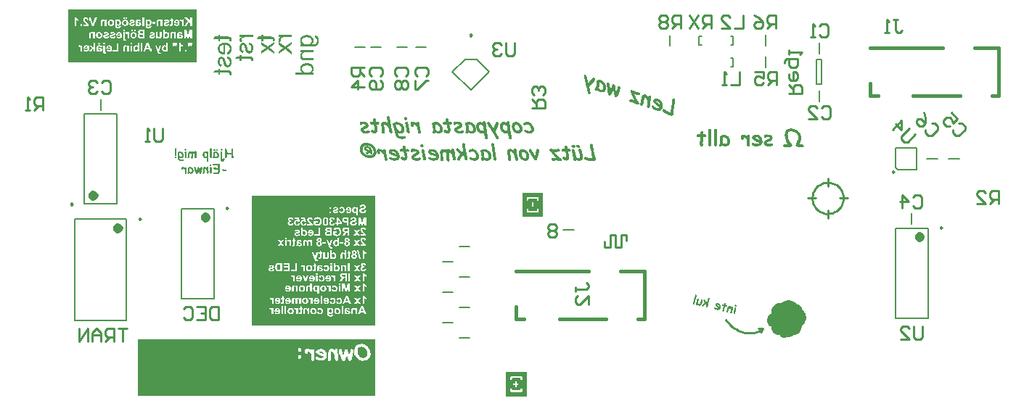
<source format=gbo>
G04*
G04 #@! TF.GenerationSoftware,Altium Limited,Altium Designer,18.1.9 (240)*
G04*
G04 Layer_Color=32896*
%FSLAX25Y25*%
%MOIN*%
G70*
G01*
G75*
%ADD10C,0.01000*%
%ADD11C,0.00984*%
%ADD12C,0.00787*%
%ADD90C,0.02362*%
%ADD91C,0.01500*%
G36*
X527408Y164815D02*
X528287Y164451D01*
X529078Y163922D01*
X529414Y163586D01*
X529414Y163586D01*
X529414Y163586D01*
X530000Y163000D01*
X530398Y163000D01*
X531133Y162696D01*
X531696Y162133D01*
X531973Y161463D01*
X532000Y161001D01*
X532000Y161000D01*
X532000Y161000D01*
X533000Y160000D01*
X533267Y159693D01*
X533670Y158985D01*
X533927Y158213D01*
X534029Y157406D01*
X534000Y157000D01*
X534000Y156524D01*
X533815Y155591D01*
X533451Y154713D01*
X532922Y153922D01*
X532586Y153586D01*
X532586Y153586D01*
X532586Y153586D01*
X532586Y153586D01*
X532000Y153000D01*
Y152606D01*
X531846Y151833D01*
X531545Y151105D01*
X531107Y150450D01*
X530550Y149893D01*
X529895Y149455D01*
X529167Y149154D01*
X528394Y149000D01*
X528000D01*
X527414Y148414D01*
X527148Y148246D01*
X526559Y148020D01*
X525938Y147914D01*
X525307Y147930D01*
X525000Y148000D01*
X524602Y147801D01*
X523715Y147738D01*
X522871Y148019D01*
X522199Y148602D01*
X522000Y149000D01*
X521609Y149000D01*
X520842Y149151D01*
X520119Y149448D01*
X519467Y149879D01*
X518911Y150428D01*
X518472Y151075D01*
X518166Y151795D01*
X518005Y152559D01*
X518000Y152950D01*
X517589Y153150D01*
X516907Y153760D01*
X516417Y154533D01*
X516156Y155410D01*
X516145Y156325D01*
X516384Y157208D01*
X516855Y157992D01*
X517521Y158618D01*
X517928Y158829D01*
X518085Y159201D01*
X518036Y159656D01*
X518146Y160566D01*
X518458Y161428D01*
X518954Y162199D01*
X519611Y162839D01*
X520394Y163315D01*
X521264Y163604D01*
X522176Y163690D01*
X522631Y163630D01*
X522965Y163956D01*
X523748Y164468D01*
X524614Y164821D01*
X525532Y165000D01*
X526000Y165000D01*
X526476Y165000D01*
X527408Y164815D01*
D02*
G37*
G36*
X336000Y204011D02*
Y199270D01*
Y194529D01*
Y188782D01*
Y182984D01*
Y178294D01*
Y173611D01*
Y167934D01*
Y163252D01*
Y153500D01*
X279500D01*
Y163252D01*
Y167934D01*
Y173611D01*
Y178294D01*
Y182984D01*
Y188782D01*
Y194529D01*
Y199270D01*
Y204011D01*
Y212986D01*
X336000D01*
Y204011D01*
D02*
G37*
G36*
Y121000D02*
X227000D01*
Y146920D01*
X336000D01*
Y121000D01*
D02*
G37*
G36*
X254000Y290074D02*
Y284339D01*
Y274500D01*
X195000D01*
Y284339D01*
Y290074D01*
Y298832D01*
X254000D01*
Y290074D01*
D02*
G37*
G36*
X284669Y286242D02*
X288151D01*
X288313D01*
X288466Y286233D01*
X288602D01*
X288728Y286224D01*
X288836Y286215D01*
X288935Y286206D01*
X289026Y286197D01*
X289098Y286179D01*
X289161Y286170D01*
X289215Y286161D01*
X289260Y286152D01*
X289296Y286143D01*
X289341Y286134D01*
X289359Y286125D01*
X289458Y286071D01*
X289549Y286008D01*
X289630Y285936D01*
X289693Y285863D01*
X289747Y285791D01*
X289783Y285737D01*
X289810Y285701D01*
X289819Y285692D01*
X289873Y285566D01*
X289918Y285431D01*
X289946Y285286D01*
X289973Y285142D01*
X289982Y285016D01*
X289991Y284916D01*
Y284826D01*
X289973Y284556D01*
X289964Y284429D01*
X289946Y284312D01*
X289928Y284204D01*
X289918Y284123D01*
X289900Y284068D01*
Y284050D01*
X288999Y284186D01*
X289007Y284285D01*
X289017Y284375D01*
X289026Y284456D01*
Y284520D01*
X289035Y284574D01*
Y284727D01*
X289026Y284799D01*
X289007Y284853D01*
X288999Y284907D01*
X288981Y284943D01*
X288971Y284970D01*
X288962Y284988D01*
Y284998D01*
X288899Y285070D01*
X288836Y285124D01*
X288782Y285160D01*
X288773Y285169D01*
X288764D01*
X288701Y285187D01*
X288620Y285196D01*
X288529Y285214D01*
X288439D01*
X288349Y285223D01*
X288277D01*
X288223D01*
X288214D01*
X288205D01*
X284669D01*
Y284186D01*
X283875D01*
Y285223D01*
X281773D01*
X282387Y286242D01*
X283875D01*
Y287000D01*
X284669D01*
Y286242D01*
D02*
G37*
G36*
X264796D02*
X268278D01*
X268440D01*
X268593Y286233D01*
X268729D01*
X268855Y286224D01*
X268963Y286215D01*
X269062Y286206D01*
X269153Y286197D01*
X269225Y286179D01*
X269288Y286170D01*
X269342Y286161D01*
X269387Y286152D01*
X269423Y286143D01*
X269468Y286134D01*
X269486Y286125D01*
X269586Y286071D01*
X269676Y286008D01*
X269757Y285936D01*
X269820Y285863D01*
X269874Y285791D01*
X269910Y285737D01*
X269937Y285701D01*
X269947Y285692D01*
X270001Y285566D01*
X270046Y285431D01*
X270073Y285286D01*
X270100Y285142D01*
X270109Y285016D01*
X270118Y284916D01*
Y284826D01*
X270100Y284556D01*
X270091Y284429D01*
X270073Y284312D01*
X270055Y284204D01*
X270046Y284123D01*
X270028Y284068D01*
Y284050D01*
X269126Y284186D01*
X269135Y284285D01*
X269144Y284375D01*
X269153Y284456D01*
Y284520D01*
X269162Y284574D01*
Y284727D01*
X269153Y284799D01*
X269135Y284853D01*
X269126Y284907D01*
X269108Y284943D01*
X269099Y284970D01*
X269090Y284988D01*
Y284998D01*
X269026Y285070D01*
X268963Y285124D01*
X268909Y285160D01*
X268900Y285169D01*
X268891D01*
X268828Y285187D01*
X268747Y285196D01*
X268657Y285214D01*
X268566D01*
X268476Y285223D01*
X268404D01*
X268350D01*
X268341D01*
X268332D01*
X264796D01*
Y284186D01*
X264002D01*
Y285223D01*
X261901D01*
X262514Y286242D01*
X264002D01*
Y287000D01*
X264796D01*
Y286242D01*
D02*
G37*
G36*
X297826Y285981D02*
X294669D01*
X294434Y285972D01*
X294208Y285954D01*
X294010Y285927D01*
X293830Y285900D01*
X293685Y285873D01*
X293622Y285855D01*
X293568Y285845D01*
X293532Y285836D01*
X293505Y285827D01*
X293487Y285818D01*
X293478D01*
X293352Y285764D01*
X293234Y285710D01*
X293144Y285647D01*
X293063Y285584D01*
X293000Y285530D01*
X292955Y285485D01*
X292928Y285449D01*
X292919Y285439D01*
X292846Y285331D01*
X292801Y285232D01*
X292765Y285133D01*
X292738Y285034D01*
X292720Y284952D01*
X292711Y284889D01*
Y284835D01*
X292720Y284691D01*
X292747Y284556D01*
X292783Y284429D01*
X292819Y284321D01*
X292864Y284222D01*
X292900Y284150D01*
X292928Y284105D01*
X292937Y284086D01*
X291989Y283726D01*
X291881Y283924D01*
X291800Y284123D01*
X291737Y284294D01*
X291701Y284456D01*
X291674Y284592D01*
X291665Y284646D01*
Y284691D01*
X291656Y284727D01*
Y284781D01*
X291665Y284907D01*
X291692Y285034D01*
X291719Y285142D01*
X291755Y285241D01*
X291800Y285313D01*
X291827Y285376D01*
X291854Y285413D01*
X291863Y285431D01*
X291908Y285485D01*
X291963Y285548D01*
X292080Y285656D01*
X292224Y285764D01*
X292368Y285863D01*
X292495Y285954D01*
X292612Y286017D01*
X292648Y286044D01*
X292684Y286062D01*
X292702Y286080D01*
X291791D01*
Y287000D01*
X297826D01*
Y285981D01*
D02*
G37*
G36*
X279973D02*
X276816D01*
X276582Y285972D01*
X276356Y285954D01*
X276158Y285927D01*
X275977Y285900D01*
X275833Y285873D01*
X275770Y285855D01*
X275716Y285845D01*
X275680Y285836D01*
X275653Y285827D01*
X275635Y285818D01*
X275625D01*
X275499Y285764D01*
X275382Y285710D01*
X275292Y285647D01*
X275210Y285584D01*
X275147Y285530D01*
X275102Y285485D01*
X275075Y285449D01*
X275066Y285439D01*
X274994Y285331D01*
X274949Y285232D01*
X274913Y285133D01*
X274886Y285034D01*
X274868Y284952D01*
X274859Y284889D01*
Y284835D01*
X274868Y284691D01*
X274895Y284556D01*
X274931Y284429D01*
X274967Y284321D01*
X275012Y284222D01*
X275048Y284150D01*
X275075Y284105D01*
X275084Y284086D01*
X274137Y283726D01*
X274029Y283924D01*
X273948Y284123D01*
X273885Y284294D01*
X273849Y284456D01*
X273821Y284592D01*
X273812Y284646D01*
Y284691D01*
X273803Y284727D01*
Y284781D01*
X273812Y284907D01*
X273839Y285034D01*
X273867Y285142D01*
X273903Y285241D01*
X273948Y285313D01*
X273975Y285376D01*
X274002Y285413D01*
X274011Y285431D01*
X274056Y285485D01*
X274110Y285548D01*
X274227Y285656D01*
X274372Y285764D01*
X274516Y285863D01*
X274642Y285954D01*
X274760Y286017D01*
X274796Y286044D01*
X274832Y286062D01*
X274850Y286080D01*
X273939D01*
Y287000D01*
X279973D01*
Y285981D01*
D02*
G37*
G36*
X305002Y286991D02*
X305218Y286973D01*
X305435Y286937D01*
X305633Y286892D01*
X305823Y286847D01*
X306003Y286784D01*
X306165Y286720D01*
X306319Y286657D01*
X306454Y286594D01*
X306571Y286540D01*
X306680Y286477D01*
X306761Y286432D01*
X306833Y286387D01*
X306878Y286351D01*
X306914Y286333D01*
X306923Y286323D01*
X307076Y286188D01*
X307221Y286044D01*
X307338Y285891D01*
X307437Y285728D01*
X307527Y285575D01*
X307599Y285413D01*
X307654Y285250D01*
X307708Y285097D01*
X307744Y284952D01*
X307771Y284826D01*
X307789Y284700D01*
X307798Y284601D01*
X307807Y284510D01*
X307816Y284447D01*
Y284393D01*
X307807Y284213D01*
X307780Y284032D01*
X307744Y283870D01*
X307690Y283717D01*
X307636Y283563D01*
X307563Y283428D01*
X307500Y283302D01*
X307419Y283185D01*
X307347Y283085D01*
X307275Y282986D01*
X307212Y282914D01*
X307157Y282842D01*
X307103Y282797D01*
X307067Y282752D01*
X307040Y282733D01*
X307031Y282724D01*
X307212D01*
X307374D01*
X307518Y282733D01*
X307654D01*
X307771Y282743D01*
X307879D01*
X307969Y282752D01*
X308050Y282761D01*
X308123Y282770D01*
X308177D01*
X308231Y282779D01*
X308267Y282788D01*
X308294D01*
X308312Y282797D01*
X308330D01*
X308511Y282860D01*
X308673Y282941D01*
X308808Y283031D01*
X308916Y283112D01*
X309007Y283203D01*
X309070Y283266D01*
X309115Y283311D01*
X309124Y283320D01*
Y283329D01*
X309223Y283482D01*
X309286Y283663D01*
X309340Y283843D01*
X309377Y284014D01*
X309395Y284177D01*
X309403Y284240D01*
Y284303D01*
X309413Y284348D01*
Y284420D01*
X309403Y284655D01*
X309367Y284862D01*
X309322Y285034D01*
X309268Y285187D01*
X309214Y285304D01*
X309169Y285385D01*
X309133Y285439D01*
X309124Y285458D01*
X309034Y285557D01*
X308926Y285629D01*
X308817Y285692D01*
X308700Y285737D01*
X308601Y285764D01*
X308520Y285782D01*
X308466Y285800D01*
X308456D01*
X308447D01*
X308312Y286792D01*
X308492D01*
X308655Y286774D01*
X308808Y286747D01*
X308952Y286702D01*
X309079Y286657D01*
X309205Y286603D01*
X309313Y286549D01*
X309403Y286486D01*
X309494Y286423D01*
X309566Y286369D01*
X309629Y286315D01*
X309683Y286260D01*
X309719Y286224D01*
X309746Y286188D01*
X309764Y286170D01*
X309773Y286161D01*
X309855Y286035D01*
X309936Y285891D01*
X309999Y285755D01*
X310053Y285602D01*
X310143Y285313D01*
X310197Y285034D01*
X310215Y284907D01*
X310233Y284790D01*
X310242Y284682D01*
X310251Y284592D01*
X310260Y284520D01*
Y284411D01*
X310242Y284086D01*
X310206Y283789D01*
X310179Y283654D01*
X310152Y283536D01*
X310125Y283419D01*
X310089Y283311D01*
X310053Y283212D01*
X310026Y283130D01*
X309999Y283058D01*
X309972Y282995D01*
X309945Y282950D01*
X309936Y282914D01*
X309918Y282896D01*
Y282887D01*
X309782Y282670D01*
X309629Y282481D01*
X309476Y282328D01*
X309322Y282201D01*
X309196Y282102D01*
X309088Y282030D01*
X309043Y282003D01*
X309016Y281985D01*
X308998Y281976D01*
X308989D01*
X308871Y281922D01*
X308736Y281877D01*
X308583Y281841D01*
X308429Y281804D01*
X308096Y281759D01*
X307771Y281723D01*
X307618Y281714D01*
X307473Y281705D01*
X307338Y281696D01*
X307221Y281687D01*
X307131D01*
X307058D01*
X307013D01*
X306995D01*
X301782D01*
Y282625D01*
X302521D01*
X302368Y282761D01*
X302233Y282896D01*
X302115Y283049D01*
X302016Y283194D01*
X301926Y283347D01*
X301863Y283491D01*
X301800Y283635D01*
X301755Y283771D01*
X301718Y283897D01*
X301691Y284014D01*
X301673Y284123D01*
X301655Y284213D01*
Y284285D01*
X301646Y284348D01*
Y284538D01*
X301664Y284682D01*
X301710Y284943D01*
X301773Y285178D01*
X301809Y285286D01*
X301845Y285385D01*
X301890Y285476D01*
X301926Y285548D01*
X301962Y285620D01*
X301989Y285674D01*
X302016Y285719D01*
X302034Y285755D01*
X302043Y285773D01*
X302052Y285782D01*
X302215Y285990D01*
X302395Y286179D01*
X302584Y286333D01*
X302765Y286459D01*
X302927Y286558D01*
X302999Y286603D01*
X303063Y286630D01*
X303108Y286657D01*
X303144Y286675D01*
X303171Y286693D01*
X303180D01*
X303459Y286792D01*
X303739Y286874D01*
X304001Y286928D01*
X304244Y286964D01*
X304361Y286973D01*
X304461Y286982D01*
X304542Y286991D01*
X304623D01*
X304686Y287000D01*
X304731D01*
X304758D01*
X304767D01*
X305002Y286991D01*
D02*
G37*
G36*
X289910Y282634D02*
X287591Y281029D01*
X288051Y280731D01*
X289910Y279486D01*
Y278242D01*
X286789Y280433D01*
X283875Y278395D01*
Y279622D01*
X285300Y280632D01*
X285526Y280794D01*
X285643Y280875D01*
X285742Y280948D01*
X285833Y281011D01*
X285905Y281056D01*
X285950Y281092D01*
X285968Y281101D01*
X285869Y281164D01*
X285751Y281227D01*
X285643Y281299D01*
X285544Y281363D01*
X285445Y281426D01*
X285372Y281471D01*
X285327Y281507D01*
X285309Y281516D01*
X283875Y282472D01*
Y283717D01*
X286789Y281678D01*
X289910Y283879D01*
Y282634D01*
D02*
G37*
G36*
X297826Y282571D02*
X295507Y280966D01*
X295967Y280668D01*
X297826Y279423D01*
Y278178D01*
X294705Y280370D01*
X291791Y278332D01*
Y279558D01*
X293216Y280569D01*
X293442Y280731D01*
X293559Y280812D01*
X293658Y280884D01*
X293748Y280948D01*
X293821Y280993D01*
X293866Y281029D01*
X293884Y281038D01*
X293784Y281101D01*
X293667Y281164D01*
X293559Y281236D01*
X293460Y281299D01*
X293361Y281363D01*
X293288Y281408D01*
X293243Y281444D01*
X293225Y281453D01*
X291791Y282409D01*
Y283654D01*
X294705Y281615D01*
X297826Y283816D01*
Y282571D01*
D02*
G37*
G36*
X278349Y283491D02*
X278521Y283446D01*
X278674Y283392D01*
X278809Y283338D01*
X278945Y283275D01*
X279062Y283212D01*
X279170Y283149D01*
X279270Y283076D01*
X279351Y283013D01*
X279423Y282950D01*
X279486Y282896D01*
X279540Y282851D01*
X279576Y282806D01*
X279603Y282779D01*
X279621Y282761D01*
X279630Y282752D01*
X279712Y282625D01*
X279784Y282499D01*
X279856Y282355D01*
X279910Y282210D01*
X279991Y281904D01*
X280045Y281615D01*
X280072Y281480D01*
X280081Y281353D01*
X280090Y281236D01*
X280099Y281146D01*
X280108Y281065D01*
Y280948D01*
X280099Y280686D01*
X280072Y280451D01*
X280027Y280235D01*
X279982Y280046D01*
X279964Y279964D01*
X279946Y279892D01*
X279919Y279829D01*
X279901Y279775D01*
X279883Y279730D01*
X279874Y279703D01*
X279865Y279685D01*
Y279676D01*
X279766Y279477D01*
X279657Y279306D01*
X279540Y279162D01*
X279423Y279035D01*
X279324Y278945D01*
X279242Y278873D01*
X279188Y278837D01*
X279179Y278819D01*
X279170D01*
X278999Y278720D01*
X278828Y278639D01*
X278665Y278584D01*
X278521Y278548D01*
X278395Y278530D01*
X278295Y278512D01*
X278259D01*
X278232D01*
X278214D01*
X278205D01*
X278016Y278521D01*
X277844Y278548D01*
X277700Y278593D01*
X277574Y278639D01*
X277466Y278684D01*
X277393Y278729D01*
X277348Y278756D01*
X277330Y278765D01*
X277204Y278864D01*
X277096Y278972D01*
X277006Y279089D01*
X276933Y279198D01*
X276870Y279288D01*
X276834Y279369D01*
X276807Y279423D01*
X276798Y279432D01*
Y279441D01*
X276762Y279531D01*
X276726Y279631D01*
X276681Y279739D01*
X276645Y279856D01*
X276564Y280100D01*
X276491Y280352D01*
X276455Y280469D01*
X276419Y280587D01*
X276392Y280686D01*
X276365Y280767D01*
X276347Y280848D01*
X276329Y280903D01*
X276320Y280939D01*
Y280948D01*
X276284Y281083D01*
X276248Y281200D01*
X276221Y281308D01*
X276194Y281408D01*
X276167Y281489D01*
X276149Y281561D01*
X276131Y281624D01*
X276113Y281678D01*
X276085Y281759D01*
X276067Y281814D01*
X276058Y281841D01*
Y281850D01*
X276013Y281940D01*
X275968Y282021D01*
X275923Y282093D01*
X275878Y282147D01*
X275842Y282192D01*
X275815Y282219D01*
X275797Y282237D01*
X275788Y282246D01*
X275725Y282282D01*
X275661Y282310D01*
X275544Y282346D01*
X275499Y282355D01*
X275463Y282364D01*
X275436D01*
X275427D01*
X275310Y282355D01*
X275210Y282319D01*
X275111Y282274D01*
X275030Y282210D01*
X274967Y282156D01*
X274922Y282111D01*
X274886Y282075D01*
X274877Y282066D01*
X274832Y282003D01*
X274796Y281940D01*
X274742Y281786D01*
X274696Y281615D01*
X274669Y281453D01*
X274651Y281299D01*
Y281236D01*
X274642Y281182D01*
Y281065D01*
X274651Y280848D01*
X274687Y280668D01*
X274723Y280506D01*
X274778Y280370D01*
X274823Y280271D01*
X274868Y280199D01*
X274904Y280154D01*
X274913Y280136D01*
X275021Y280028D01*
X275138Y279937D01*
X275256Y279865D01*
X275373Y279811D01*
X275472Y279775D01*
X275562Y279757D01*
X275616Y279739D01*
X275625D01*
X275635D01*
X275499Y278738D01*
X275292Y278783D01*
X275111Y278837D01*
X274949Y278891D01*
X274814Y278954D01*
X274714Y279008D01*
X274633Y279053D01*
X274588Y279089D01*
X274570Y279099D01*
X274444Y279207D01*
X274336Y279333D01*
X274236Y279459D01*
X274155Y279586D01*
X274092Y279712D01*
X274047Y279802D01*
X274029Y279838D01*
X274020Y279865D01*
X274011Y279883D01*
Y279892D01*
X273939Y280100D01*
X273894Y280307D01*
X273857Y280524D01*
X273831Y280713D01*
X273812Y280884D01*
Y280957D01*
X273803Y281020D01*
Y281137D01*
X273812Y281308D01*
X273821Y281471D01*
X273839Y281624D01*
X273867Y281750D01*
X273894Y281868D01*
X273912Y281949D01*
X273921Y282003D01*
X273930Y282012D01*
Y282021D01*
X273975Y282165D01*
X274029Y282301D01*
X274083Y282409D01*
X274128Y282499D01*
X274164Y282571D01*
X274200Y282625D01*
X274218Y282661D01*
X274227Y282670D01*
X274318Y282788D01*
X274408Y282887D01*
X274507Y282977D01*
X274597Y283040D01*
X274678Y283103D01*
X274742Y283139D01*
X274778Y283167D01*
X274796Y283175D01*
X274922Y283239D01*
X275057Y283284D01*
X275184Y283311D01*
X275301Y283329D01*
X275400Y283347D01*
X275472Y283356D01*
X275526D01*
X275535D01*
X275544D01*
X275707Y283347D01*
X275860Y283320D01*
X275995Y283284D01*
X276113Y283248D01*
X276212Y283212D01*
X276293Y283175D01*
X276338Y283149D01*
X276356Y283139D01*
X276482Y283049D01*
X276600Y282941D01*
X276690Y282833D01*
X276771Y282724D01*
X276843Y282625D01*
X276888Y282553D01*
X276915Y282499D01*
X276924Y282490D01*
Y282481D01*
X276960Y282391D01*
X277006Y282282D01*
X277051Y282174D01*
X277087Y282048D01*
X277168Y281786D01*
X277249Y281534D01*
X277285Y281408D01*
X277321Y281290D01*
X277348Y281182D01*
X277375Y281092D01*
X277393Y281020D01*
X277411Y280957D01*
X277420Y280921D01*
Y280911D01*
X277456Y280767D01*
X277493Y280632D01*
X277529Y280506D01*
X277565Y280397D01*
X277592Y280298D01*
X277619Y280217D01*
X277646Y280145D01*
X277673Y280073D01*
X277691Y280018D01*
X277709Y279973D01*
X277736Y279910D01*
X277754Y279874D01*
X277763Y279865D01*
X277844Y279766D01*
X277935Y279685D01*
X278025Y279631D01*
X278115Y279595D01*
X278187Y279576D01*
X278259Y279558D01*
X278295D01*
X278313D01*
X278458Y279576D01*
X278584Y279613D01*
X278701Y279667D01*
X278801Y279730D01*
X278882Y279793D01*
X278936Y279847D01*
X278981Y279883D01*
X278990Y279901D01*
X279080Y280046D01*
X279152Y280208D01*
X279197Y280388D01*
X279233Y280560D01*
X279252Y280713D01*
X279260Y280776D01*
Y280839D01*
X279270Y280884D01*
Y280957D01*
X279252Y281200D01*
X279215Y281417D01*
X279170Y281606D01*
X279107Y281759D01*
X279053Y281886D01*
X278999Y281976D01*
X278963Y282030D01*
X278954Y282039D01*
Y282048D01*
X278818Y282183D01*
X278674Y282282D01*
X278512Y282364D01*
X278359Y282427D01*
X278223Y282472D01*
X278169Y282490D01*
X278115Y282499D01*
X278070Y282508D01*
X278043D01*
X278025Y282517D01*
X278016D01*
X278178Y283527D01*
X278349Y283491D01*
D02*
G37*
G36*
X267349Y283518D02*
X267601Y283491D01*
X267836Y283455D01*
X268052Y283410D01*
X268260Y283347D01*
X268449Y283284D01*
X268620Y283212D01*
X268774Y283139D01*
X268909Y283076D01*
X269026Y283004D01*
X269126Y282941D01*
X269207Y282878D01*
X269279Y282833D01*
X269324Y282797D01*
X269351Y282770D01*
X269360Y282761D01*
X269504Y282607D01*
X269631Y282445D01*
X269739Y282282D01*
X269829Y282102D01*
X269910Y281931D01*
X269973Y281750D01*
X270028Y281579D01*
X270073Y281417D01*
X270100Y281263D01*
X270127Y281119D01*
X270145Y280993D01*
X270163Y280875D01*
Y280785D01*
X270172Y280713D01*
Y280659D01*
X270163Y280469D01*
X270154Y280280D01*
X270127Y280109D01*
X270091Y279946D01*
X270055Y279793D01*
X270010Y279658D01*
X269965Y279522D01*
X269919Y279405D01*
X269874Y279297D01*
X269829Y279207D01*
X269784Y279125D01*
X269748Y279053D01*
X269712Y279008D01*
X269685Y278963D01*
X269676Y278945D01*
X269667Y278936D01*
X269568Y278810D01*
X269459Y278702D01*
X269342Y278602D01*
X269225Y278503D01*
X268981Y278341D01*
X268756Y278215D01*
X268648Y278169D01*
X268548Y278124D01*
X268458Y278088D01*
X268377Y278061D01*
X268314Y278034D01*
X268269Y278016D01*
X268233Y278007D01*
X268224D01*
X268088Y279071D01*
X268314Y279162D01*
X268512Y279270D01*
X268684Y279378D01*
X268810Y279477D01*
X268918Y279568D01*
X268990Y279640D01*
X269026Y279685D01*
X269044Y279694D01*
Y279703D01*
X269144Y279856D01*
X269207Y280018D01*
X269261Y280181D01*
X269297Y280325D01*
X269315Y280461D01*
X269324Y280569D01*
X269333Y280605D01*
Y280659D01*
X269324Y280794D01*
X269306Y280929D01*
X269288Y281056D01*
X269252Y281173D01*
X269171Y281390D01*
X269072Y281570D01*
X269026Y281651D01*
X268972Y281723D01*
X268927Y281777D01*
X268891Y281832D01*
X268855Y281868D01*
X268828Y281895D01*
X268819Y281913D01*
X268810Y281922D01*
X268702Y282012D01*
X268593Y282093D01*
X268467Y282156D01*
X268350Y282219D01*
X268088Y282319D01*
X267845Y282391D01*
X267727Y282418D01*
X267619Y282436D01*
X267529Y282454D01*
X267439Y282463D01*
X267376Y282472D01*
X267322Y282481D01*
X267286D01*
X267277D01*
Y277980D01*
X267159Y277971D01*
X267069D01*
X267024D01*
X267006D01*
X266735Y277980D01*
X266483Y278007D01*
X266239Y278043D01*
X266014Y278088D01*
X265806Y278151D01*
X265617Y278215D01*
X265445Y278287D01*
X265292Y278350D01*
X265157Y278422D01*
X265031Y278494D01*
X264931Y278557D01*
X264850Y278620D01*
X264778Y278665D01*
X264733Y278702D01*
X264706Y278729D01*
X264697Y278738D01*
X264552Y278882D01*
X264426Y279044D01*
X264309Y279207D01*
X264219Y279369D01*
X264138Y279531D01*
X264065Y279703D01*
X264011Y279856D01*
X263966Y280010D01*
X263939Y280154D01*
X263912Y280289D01*
X263894Y280406D01*
X263876Y280515D01*
Y280596D01*
X263867Y280659D01*
Y280713D01*
X263876Y280939D01*
X263903Y281164D01*
X263948Y281363D01*
X264002Y281561D01*
X264065Y281741D01*
X264138Y281913D01*
X264210Y282066D01*
X264291Y282201D01*
X264372Y282328D01*
X264444Y282436D01*
X264516Y282535D01*
X264580Y282607D01*
X264634Y282670D01*
X264679Y282716D01*
X264706Y282743D01*
X264715Y282752D01*
X264877Y282887D01*
X265058Y283004D01*
X265247Y283112D01*
X265437Y283203D01*
X265635Y283275D01*
X265833Y283338D01*
X266023Y283392D01*
X266212Y283428D01*
X266384Y283464D01*
X266555Y283482D01*
X266699Y283500D01*
X266826Y283518D01*
X266934D01*
X267015Y283527D01*
X267060D01*
X267078D01*
X267349Y283518D01*
D02*
G37*
G36*
X307816Y279117D02*
X304524D01*
X304316Y279107D01*
X304118Y279099D01*
X303946Y279071D01*
X303784Y279044D01*
X303640Y279008D01*
X303514Y278972D01*
X303396Y278927D01*
X303297Y278882D01*
X303207Y278837D01*
X303135Y278792D01*
X303081Y278756D01*
X303026Y278720D01*
X302990Y278693D01*
X302963Y278665D01*
X302954Y278657D01*
X302945Y278647D01*
X302873Y278557D01*
X302810Y278458D01*
X302702Y278269D01*
X302629Y278079D01*
X302584Y277908D01*
X302548Y277754D01*
X302539Y277682D01*
Y277628D01*
X302530Y277583D01*
Y277520D01*
X302539Y277367D01*
X302557Y277231D01*
X302593Y277114D01*
X302621Y277006D01*
X302657Y276925D01*
X302693Y276862D01*
X302711Y276816D01*
X302720Y276807D01*
X302792Y276699D01*
X302873Y276609D01*
X302954Y276537D01*
X303035Y276483D01*
X303108Y276438D01*
X303162Y276411D01*
X303198Y276393D01*
X303216Y276383D01*
X303342Y276338D01*
X303486Y276311D01*
X303640Y276284D01*
X303793Y276275D01*
X303928Y276266D01*
X303992Y276257D01*
X304046D01*
X304082D01*
X304118D01*
X304136D01*
X304145D01*
X307816D01*
Y275238D01*
X304109D01*
X303982D01*
X303865D01*
X303748Y275247D01*
X303649D01*
X303559Y275256D01*
X303477D01*
X303342Y275265D01*
X303243Y275283D01*
X303171Y275292D01*
X303126Y275301D01*
X303117D01*
X302954Y275337D01*
X302810Y275391D01*
X302684Y275436D01*
X302575Y275490D01*
X302485Y275545D01*
X302413Y275581D01*
X302377Y275608D01*
X302359Y275617D01*
X302242Y275707D01*
X302142Y275815D01*
X302061Y275933D01*
X301980Y276041D01*
X301926Y276149D01*
X301881Y276230D01*
X301854Y276284D01*
X301845Y276293D01*
Y276302D01*
X301782Y276474D01*
X301728Y276645D01*
X301691Y276816D01*
X301673Y276970D01*
X301655Y277105D01*
Y277159D01*
X301646Y277213D01*
Y277304D01*
X301655Y277529D01*
X301691Y277746D01*
X301736Y277944D01*
X301800Y278133D01*
X301881Y278305D01*
X301962Y278458D01*
X302052Y278602D01*
X302142Y278729D01*
X302242Y278846D01*
X302332Y278945D01*
X302413Y279026D01*
X302494Y279089D01*
X302557Y279144D01*
X302602Y279189D01*
X302639Y279207D01*
X302648Y279216D01*
X301782D01*
Y280136D01*
X307816D01*
Y279117D01*
D02*
G37*
G36*
X274732Y277132D02*
X278214D01*
X278377D01*
X278530Y277123D01*
X278665D01*
X278791Y277114D01*
X278900Y277105D01*
X278999Y277096D01*
X279089Y277087D01*
X279161Y277069D01*
X279224Y277060D01*
X279278Y277051D01*
X279324Y277042D01*
X279360Y277033D01*
X279405Y277024D01*
X279423Y277015D01*
X279522Y276961D01*
X279612Y276898D01*
X279694Y276825D01*
X279757Y276753D01*
X279811Y276681D01*
X279847Y276627D01*
X279874Y276591D01*
X279883Y276582D01*
X279937Y276456D01*
X279982Y276320D01*
X280009Y276176D01*
X280036Y276032D01*
X280045Y275905D01*
X280054Y275806D01*
Y275716D01*
X280036Y275445D01*
X280027Y275319D01*
X280009Y275202D01*
X279991Y275094D01*
X279982Y275012D01*
X279964Y274958D01*
Y274940D01*
X279062Y275076D01*
X279071Y275175D01*
X279080Y275265D01*
X279089Y275346D01*
Y275409D01*
X279098Y275463D01*
Y275617D01*
X279089Y275689D01*
X279071Y275743D01*
X279062Y275797D01*
X279044Y275833D01*
X279035Y275860D01*
X279026Y275878D01*
Y275887D01*
X278963Y275959D01*
X278900Y276014D01*
X278846Y276050D01*
X278837Y276059D01*
X278828D01*
X278764Y276077D01*
X278683Y276086D01*
X278593Y276104D01*
X278503D01*
X278413Y276113D01*
X278341D01*
X278286D01*
X278277D01*
X278268D01*
X274732D01*
Y275076D01*
X273939D01*
Y276113D01*
X271837D01*
X272450Y277132D01*
X273939D01*
Y277890D01*
X274732D01*
Y277132D01*
D02*
G37*
G36*
X268413Y277087D02*
X268584Y277042D01*
X268738Y276988D01*
X268873Y276934D01*
X269008Y276870D01*
X269126Y276807D01*
X269234Y276744D01*
X269333Y276672D01*
X269414Y276609D01*
X269486Y276546D01*
X269550Y276492D01*
X269604Y276447D01*
X269640Y276401D01*
X269667Y276374D01*
X269685Y276356D01*
X269694Y276347D01*
X269775Y276221D01*
X269847Y276095D01*
X269919Y275951D01*
X269973Y275806D01*
X270055Y275500D01*
X270109Y275211D01*
X270136Y275076D01*
X270145Y274949D01*
X270154Y274832D01*
X270163Y274742D01*
X270172Y274661D01*
Y274543D01*
X270163Y274282D01*
X270136Y274047D01*
X270091Y273831D01*
X270046Y273641D01*
X270028Y273560D01*
X270010Y273488D01*
X269983Y273425D01*
X269965Y273371D01*
X269947Y273326D01*
X269937Y273299D01*
X269928Y273281D01*
Y273272D01*
X269829Y273073D01*
X269721Y272902D01*
X269604Y272757D01*
X269486Y272631D01*
X269387Y272541D01*
X269306Y272469D01*
X269252Y272433D01*
X269243Y272415D01*
X269234D01*
X269062Y272315D01*
X268891Y272234D01*
X268729Y272180D01*
X268584Y272144D01*
X268458Y272126D01*
X268359Y272108D01*
X268323D01*
X268296D01*
X268278D01*
X268269D01*
X268079Y272117D01*
X267908Y272144D01*
X267764Y272189D01*
X267637Y272234D01*
X267529Y272279D01*
X267457Y272324D01*
X267412Y272352D01*
X267394Y272360D01*
X267267Y272460D01*
X267159Y272568D01*
X267069Y272685D01*
X266997Y272794D01*
X266934Y272884D01*
X266898Y272965D01*
X266871Y273019D01*
X266862Y273028D01*
Y273037D01*
X266826Y273127D01*
X266789Y273226D01*
X266744Y273335D01*
X266708Y273452D01*
X266627Y273695D01*
X266555Y273948D01*
X266519Y274065D01*
X266483Y274183D01*
X266456Y274282D01*
X266429Y274363D01*
X266411Y274444D01*
X266393Y274498D01*
X266384Y274534D01*
Y274543D01*
X266348Y274679D01*
X266311Y274796D01*
X266284Y274904D01*
X266257Y275003D01*
X266230Y275085D01*
X266212Y275157D01*
X266194Y275220D01*
X266176Y275274D01*
X266149Y275355D01*
X266131Y275409D01*
X266122Y275436D01*
Y275445D01*
X266077Y275536D01*
X266032Y275617D01*
X265987Y275689D01*
X265942Y275743D01*
X265905Y275788D01*
X265878Y275815D01*
X265860Y275833D01*
X265851Y275842D01*
X265788Y275878D01*
X265725Y275905D01*
X265608Y275941D01*
X265563Y275951D01*
X265527Y275959D01*
X265500D01*
X265491D01*
X265373Y275951D01*
X265274Y275914D01*
X265175Y275869D01*
X265094Y275806D01*
X265031Y275752D01*
X264985Y275707D01*
X264949Y275671D01*
X264940Y275662D01*
X264895Y275599D01*
X264859Y275536D01*
X264805Y275382D01*
X264760Y275211D01*
X264733Y275048D01*
X264715Y274895D01*
Y274832D01*
X264706Y274778D01*
Y274661D01*
X264715Y274444D01*
X264751Y274264D01*
X264787Y274101D01*
X264841Y273966D01*
X264886Y273867D01*
X264931Y273795D01*
X264967Y273750D01*
X264976Y273732D01*
X265085Y273623D01*
X265202Y273533D01*
X265319Y273461D01*
X265437Y273407D01*
X265536Y273371D01*
X265626Y273353D01*
X265680Y273335D01*
X265689D01*
X265698D01*
X265563Y272334D01*
X265355Y272379D01*
X265175Y272433D01*
X265013Y272487D01*
X264877Y272550D01*
X264778Y272604D01*
X264697Y272649D01*
X264652Y272685D01*
X264634Y272694D01*
X264507Y272802D01*
X264399Y272929D01*
X264300Y273055D01*
X264219Y273181D01*
X264156Y273308D01*
X264110Y273398D01*
X264092Y273434D01*
X264083Y273461D01*
X264074Y273479D01*
Y273488D01*
X264002Y273695D01*
X263957Y273903D01*
X263921Y274119D01*
X263894Y274309D01*
X263876Y274480D01*
Y274552D01*
X263867Y274616D01*
Y274733D01*
X263876Y274904D01*
X263885Y275066D01*
X263903Y275220D01*
X263930Y275346D01*
X263957Y275463D01*
X263975Y275545D01*
X263984Y275599D01*
X263993Y275608D01*
Y275617D01*
X264038Y275761D01*
X264092Y275896D01*
X264147Y276005D01*
X264192Y276095D01*
X264228Y276167D01*
X264264Y276221D01*
X264282Y276257D01*
X264291Y276266D01*
X264381Y276383D01*
X264471Y276483D01*
X264570Y276573D01*
X264661Y276636D01*
X264742Y276699D01*
X264805Y276735D01*
X264841Y276762D01*
X264859Y276771D01*
X264985Y276835D01*
X265121Y276880D01*
X265247Y276907D01*
X265364Y276925D01*
X265463Y276943D01*
X265536Y276952D01*
X265590D01*
X265599D01*
X265608D01*
X265770Y276943D01*
X265924Y276916D01*
X266059Y276880D01*
X266176Y276844D01*
X266275Y276807D01*
X266356Y276771D01*
X266402Y276744D01*
X266420Y276735D01*
X266546Y276645D01*
X266663Y276537D01*
X266753Y276429D01*
X266834Y276320D01*
X266907Y276221D01*
X266952Y276149D01*
X266979Y276095D01*
X266988Y276086D01*
Y276077D01*
X267024Y275987D01*
X267069Y275878D01*
X267114Y275770D01*
X267150Y275644D01*
X267231Y275382D01*
X267313Y275130D01*
X267349Y275003D01*
X267385Y274886D01*
X267412Y274778D01*
X267439Y274688D01*
X267457Y274616D01*
X267475Y274552D01*
X267484Y274516D01*
Y274507D01*
X267520Y274363D01*
X267556Y274228D01*
X267592Y274101D01*
X267628Y273993D01*
X267655Y273894D01*
X267682Y273813D01*
X267709Y273741D01*
X267737Y273668D01*
X267755Y273614D01*
X267773Y273569D01*
X267800Y273506D01*
X267818Y273470D01*
X267827Y273461D01*
X267908Y273362D01*
X267998Y273281D01*
X268088Y273226D01*
X268179Y273190D01*
X268251Y273172D01*
X268323Y273154D01*
X268359D01*
X268377D01*
X268521Y273172D01*
X268648Y273208D01*
X268765Y273263D01*
X268864Y273326D01*
X268945Y273389D01*
X268999Y273443D01*
X269044Y273479D01*
X269054Y273497D01*
X269144Y273641D01*
X269216Y273804D01*
X269261Y273984D01*
X269297Y274155D01*
X269315Y274309D01*
X269324Y274372D01*
Y274435D01*
X269333Y274480D01*
Y274552D01*
X269315Y274796D01*
X269279Y275012D01*
X269234Y275202D01*
X269171Y275355D01*
X269117Y275482D01*
X269062Y275572D01*
X269026Y275626D01*
X269017Y275635D01*
Y275644D01*
X268882Y275779D01*
X268738Y275878D01*
X268575Y275959D01*
X268422Y276023D01*
X268287Y276068D01*
X268233Y276086D01*
X268179Y276095D01*
X268133Y276104D01*
X268106D01*
X268088Y276113D01*
X268079D01*
X268242Y277123D01*
X268413Y277087D01*
D02*
G37*
G36*
X305146Y274029D02*
X305453Y273993D01*
X305597Y273975D01*
X305732Y273948D01*
X305859Y273912D01*
X305976Y273885D01*
X306075Y273858D01*
X306174Y273822D01*
X306256Y273795D01*
X306319Y273777D01*
X306373Y273750D01*
X306409Y273741D01*
X306436Y273723D01*
X306445D01*
X306698Y273587D01*
X306923Y273434D01*
X307112Y273281D01*
X307266Y273127D01*
X307392Y272992D01*
X307437Y272938D01*
X307482Y272884D01*
X307509Y272839D01*
X307536Y272812D01*
X307545Y272794D01*
X307554Y272784D01*
X307627Y272667D01*
X307681Y272550D01*
X307780Y272324D01*
X307852Y272099D01*
X307897Y271891D01*
X307915Y271801D01*
X307933Y271720D01*
X307942Y271648D01*
Y271585D01*
X307951Y271531D01*
Y271459D01*
X307942Y271251D01*
X307915Y271062D01*
X307870Y270890D01*
X307807Y270719D01*
X307744Y270566D01*
X307672Y270430D01*
X307591Y270304D01*
X307500Y270187D01*
X307419Y270088D01*
X307338Y270006D01*
X307266Y269934D01*
X307194Y269871D01*
X307139Y269826D01*
X307094Y269790D01*
X307067Y269772D01*
X307058Y269763D01*
X307816D01*
Y268816D01*
X299490D01*
Y269835D01*
X302485D01*
X302350Y269943D01*
X302233Y270060D01*
X302133Y270178D01*
X302043Y270286D01*
X301971Y270385D01*
X301926Y270457D01*
X301890Y270511D01*
X301881Y270520D01*
Y270530D01*
X301800Y270692D01*
X301746Y270863D01*
X301700Y271026D01*
X301673Y271179D01*
X301655Y271305D01*
X301646Y271413D01*
Y271639D01*
X301664Y271774D01*
X301710Y272027D01*
X301773Y272252D01*
X301845Y272451D01*
X301881Y272541D01*
X301917Y272613D01*
X301953Y272685D01*
X301980Y272739D01*
X302007Y272784D01*
X302025Y272821D01*
X302034Y272839D01*
X302043Y272848D01*
X302206Y273064D01*
X302386Y273245D01*
X302566Y273398D01*
X302756Y273524D01*
X302918Y273623D01*
X302990Y273659D01*
X303044Y273695D01*
X303099Y273713D01*
X303135Y273732D01*
X303162Y273750D01*
X303171D01*
X303450Y273849D01*
X303739Y273921D01*
X304010Y273975D01*
X304262Y274011D01*
X304379Y274020D01*
X304488Y274029D01*
X304578Y274038D01*
X304659D01*
X304722Y274047D01*
X304767D01*
X304803D01*
X304812D01*
X305146Y274029D01*
D02*
G37*
G36*
X264796Y270728D02*
X268278D01*
X268440D01*
X268593Y270719D01*
X268729D01*
X268855Y270710D01*
X268963Y270701D01*
X269062Y270692D01*
X269153Y270683D01*
X269225Y270665D01*
X269288Y270656D01*
X269342Y270647D01*
X269387Y270638D01*
X269423Y270629D01*
X269468Y270620D01*
X269486Y270611D01*
X269586Y270556D01*
X269676Y270493D01*
X269757Y270421D01*
X269820Y270349D01*
X269874Y270277D01*
X269910Y270223D01*
X269937Y270187D01*
X269947Y270178D01*
X270001Y270051D01*
X270046Y269916D01*
X270073Y269772D01*
X270100Y269627D01*
X270109Y269501D01*
X270118Y269402D01*
Y269312D01*
X270100Y269041D01*
X270091Y268915D01*
X270073Y268798D01*
X270055Y268689D01*
X270046Y268608D01*
X270028Y268554D01*
Y268536D01*
X269126Y268671D01*
X269135Y268771D01*
X269144Y268861D01*
X269153Y268942D01*
Y269005D01*
X269162Y269059D01*
Y269213D01*
X269153Y269285D01*
X269135Y269339D01*
X269126Y269393D01*
X269108Y269429D01*
X269099Y269456D01*
X269090Y269474D01*
Y269483D01*
X269026Y269555D01*
X268963Y269609D01*
X268909Y269646D01*
X268900Y269654D01*
X268891D01*
X268828Y269673D01*
X268747Y269682D01*
X268657Y269700D01*
X268566D01*
X268476Y269709D01*
X268404D01*
X268350D01*
X268341D01*
X268332D01*
X264796D01*
Y268671D01*
X264002D01*
Y269709D01*
X261901D01*
X262514Y270728D01*
X264002D01*
Y271486D01*
X264796D01*
Y270728D01*
D02*
G37*
G36*
X248989Y234670D02*
X249044Y234659D01*
X249100Y234637D01*
X249144Y234615D01*
X249183Y234593D01*
X249211Y234570D01*
X249227Y234559D01*
X249233Y234554D01*
X249277Y234504D01*
X249305Y234454D01*
X249327Y234409D01*
X249344Y234360D01*
X249355Y234321D01*
X249361Y234287D01*
Y234265D01*
Y234260D01*
X249355Y234198D01*
X249338Y234143D01*
X249322Y234093D01*
X249294Y234049D01*
X249272Y234015D01*
X249255Y233988D01*
X249238Y233971D01*
X249233Y233965D01*
X249183Y233927D01*
X249127Y233899D01*
X249078Y233877D01*
X249028Y233865D01*
X248983Y233854D01*
X248950Y233849D01*
X248922D01*
X248855Y233854D01*
X248795Y233865D01*
X248745Y233888D01*
X248700Y233910D01*
X248661Y233927D01*
X248634Y233949D01*
X248617Y233960D01*
X248611Y233965D01*
X248567Y234015D01*
X248534Y234065D01*
X248511Y234110D01*
X248495Y234160D01*
X248484Y234198D01*
X248478Y234232D01*
Y234254D01*
Y234260D01*
X248484Y234321D01*
X248500Y234376D01*
X248522Y234426D01*
X248545Y234471D01*
X248567Y234504D01*
X248589Y234531D01*
X248606Y234548D01*
X248611Y234554D01*
X248661Y234593D01*
X248711Y234626D01*
X248767Y234648D01*
X248817Y234659D01*
X248855Y234670D01*
X248889Y234676D01*
X248922D01*
X248989Y234670D01*
D02*
G37*
G36*
X265678Y234665D02*
X265739Y234654D01*
X265789Y234631D01*
X265833Y234609D01*
X265872Y234587D01*
X265899Y234565D01*
X265916Y234554D01*
X265922Y234548D01*
X265966Y234498D01*
X265994Y234448D01*
X266016Y234398D01*
X266033Y234354D01*
X266044Y234310D01*
X266049Y234276D01*
Y234254D01*
Y234248D01*
X266044Y234187D01*
X266027Y234126D01*
X266011Y234076D01*
X265983Y234032D01*
X265961Y233999D01*
X265944Y233971D01*
X265927Y233954D01*
X265922Y233949D01*
X265872Y233910D01*
X265822Y233882D01*
X265766Y233860D01*
X265716Y233849D01*
X265678Y233838D01*
X265639Y233832D01*
X265611D01*
X265544Y233838D01*
X265489Y233849D01*
X265433Y233871D01*
X265389Y233893D01*
X265350Y233910D01*
X265322Y233932D01*
X265306Y233943D01*
X265300Y233949D01*
X265256Y233999D01*
X265222Y234049D01*
X265200Y234099D01*
X265184Y234143D01*
X265173Y234187D01*
X265167Y234221D01*
Y234243D01*
Y234248D01*
X265173Y234315D01*
X265189Y234371D01*
X265211Y234420D01*
X265234Y234465D01*
X265256Y234498D01*
X265278Y234526D01*
X265295Y234543D01*
X265300Y234548D01*
X265350Y234587D01*
X265406Y234620D01*
X265456Y234643D01*
X265506Y234654D01*
X265550Y234665D01*
X265583Y234670D01*
X265611D01*
X265678Y234665D01*
D02*
G37*
G36*
X263546Y234493D02*
X263607Y234482D01*
X263657Y234465D01*
X263707Y234443D01*
X263746Y234420D01*
X263779Y234404D01*
X263802Y234393D01*
X263807Y234387D01*
X263863Y234343D01*
X263907Y234298D01*
X263935Y234254D01*
X263957Y234215D01*
X263968Y234182D01*
X263974Y234154D01*
X263979Y234138D01*
Y234132D01*
X263974Y234065D01*
X263957Y234004D01*
X263929Y233949D01*
X263896Y233904D01*
X263857Y233865D01*
X263818Y233832D01*
X263768Y233810D01*
X263718Y233788D01*
X263624Y233760D01*
X263585Y233749D01*
X263541Y233743D01*
X263513Y233738D01*
X263463D01*
X263408Y233743D01*
X263358Y233754D01*
X263302Y233771D01*
X263258Y233788D01*
X263213Y233804D01*
X263180Y233821D01*
X263158Y233832D01*
X263152Y233838D01*
X263086Y233882D01*
X263036Y233927D01*
X263002Y233965D01*
X262975Y234010D01*
X262964Y234043D01*
X262958Y234071D01*
X262952Y234087D01*
Y234093D01*
X262958Y234165D01*
X262975Y234226D01*
X263002Y234282D01*
X263036Y234326D01*
X263075Y234365D01*
X263124Y234398D01*
X263169Y234426D01*
X263219Y234448D01*
X263319Y234476D01*
X263363Y234487D01*
X263408Y234493D01*
X263441Y234498D01*
X263491D01*
X263546Y234493D01*
D02*
G37*
G36*
X262253Y234482D02*
X262348Y234471D01*
X262425Y234448D01*
X262492Y234426D01*
X262547Y234398D01*
X262592Y234365D01*
X262631Y234326D01*
X262664Y234293D01*
X262686Y234254D01*
X262703Y234215D01*
X262725Y234154D01*
X262731Y234132D01*
X262736Y234110D01*
Y234099D01*
Y234093D01*
X262731Y234038D01*
X262708Y233982D01*
X262681Y233938D01*
X262647Y233899D01*
X262619Y233871D01*
X262592Y233843D01*
X262569Y233832D01*
X262564Y233827D01*
X262509Y233799D01*
X262453Y233777D01*
X262403Y233760D01*
X262353Y233749D01*
X262314Y233743D01*
X262281Y233738D01*
X262253D01*
X262175Y233743D01*
X262098Y233749D01*
X262037Y233766D01*
X261981Y233782D01*
X261937Y233793D01*
X261904Y233810D01*
X261881Y233816D01*
X261876Y233821D01*
X261809Y233860D01*
X261765Y233910D01*
X261732Y233954D01*
X261704Y234004D01*
X261693Y234043D01*
X261687Y234076D01*
X261682Y234104D01*
Y234110D01*
X261687Y234165D01*
X261709Y234221D01*
X261737Y234265D01*
X261765Y234304D01*
X261798Y234337D01*
X261826Y234360D01*
X261848Y234376D01*
X261854Y234382D01*
X261909Y234415D01*
X261965Y234443D01*
X262015Y234459D01*
X262059Y234476D01*
X262098Y234482D01*
X262126Y234487D01*
X262153D01*
X262253Y234482D01*
D02*
G37*
G36*
X259273Y233549D02*
X259339Y233527D01*
X259395Y233494D01*
X259439Y233460D01*
X259478Y233427D01*
X259506Y233394D01*
X259523Y233372D01*
X259528Y233366D01*
X259561Y233299D01*
X259584Y233233D01*
X259606Y233166D01*
X259617Y233105D01*
X259623Y233050D01*
X259628Y233005D01*
Y232978D01*
Y232966D01*
Y232955D01*
X259623Y232933D01*
Y232900D01*
X259617Y232861D01*
Y232817D01*
X259606Y232711D01*
X259600Y232606D01*
Y232556D01*
X259595Y232511D01*
Y232472D01*
X259589Y232445D01*
Y232422D01*
Y232417D01*
X259578Y232245D01*
X259567Y232067D01*
X259561Y231895D01*
X259556Y231729D01*
Y231657D01*
Y231590D01*
X259550Y231529D01*
Y231473D01*
Y231435D01*
Y231401D01*
Y231379D01*
Y231374D01*
Y231290D01*
X259545Y231202D01*
Y231024D01*
Y230841D01*
Y230663D01*
Y230586D01*
Y230508D01*
Y230441D01*
Y230386D01*
Y230341D01*
Y230302D01*
Y230280D01*
Y230275D01*
Y230114D01*
Y229969D01*
Y229842D01*
X259550Y229725D01*
Y229631D01*
Y229542D01*
Y229470D01*
Y229414D01*
Y229364D01*
Y229320D01*
Y229292D01*
Y229265D01*
Y229248D01*
Y229237D01*
Y229231D01*
X259545Y229176D01*
X259534Y229120D01*
X259517Y229076D01*
X259495Y229037D01*
X259478Y229009D01*
X259461Y228981D01*
X259451Y228970D01*
X259445Y228965D01*
X259401Y228926D01*
X259356Y228898D01*
X259306Y228882D01*
X259262Y228871D01*
X259223Y228859D01*
X259190Y228854D01*
X259162D01*
X259101Y228859D01*
X259045Y228871D01*
X259001Y228887D01*
X258962Y228909D01*
X258929Y228932D01*
X258907Y228948D01*
X258890Y228959D01*
X258884Y228965D01*
X258845Y229009D01*
X258818Y229054D01*
X258801Y229098D01*
X258785Y229137D01*
X258779Y229176D01*
X258773Y229204D01*
Y229226D01*
Y229231D01*
Y230375D01*
X258679Y230352D01*
X258585Y230341D01*
X258501Y230330D01*
X258424Y230319D01*
X258357D01*
X258313Y230313D01*
X258268D01*
X258152Y230319D01*
X258046Y230330D01*
X257941Y230352D01*
X257846Y230380D01*
X257758Y230413D01*
X257674Y230452D01*
X257597Y230491D01*
X257530Y230530D01*
X257469Y230569D01*
X257414Y230608D01*
X257369Y230646D01*
X257330Y230680D01*
X257303Y230708D01*
X257280Y230730D01*
X257269Y230741D01*
X257264Y230746D01*
X257203Y230824D01*
X257147Y230907D01*
X257103Y230991D01*
X257064Y231074D01*
X257025Y231157D01*
X256997Y231246D01*
X256959Y231407D01*
X256942Y231479D01*
X256931Y231546D01*
X256925Y231607D01*
X256920Y231662D01*
X256914Y231701D01*
Y231734D01*
Y231756D01*
Y231762D01*
Y231884D01*
X256925Y231995D01*
X256936Y232106D01*
X256947Y232206D01*
X256964Y232300D01*
X256986Y232389D01*
X257003Y232467D01*
X257025Y232539D01*
X257047Y232606D01*
X257064Y232661D01*
X257086Y232711D01*
X257103Y232755D01*
X257114Y232783D01*
X257125Y232811D01*
X257136Y232822D01*
Y232828D01*
X257197Y232922D01*
X257264Y233011D01*
X257336Y233083D01*
X257408Y233144D01*
X257486Y233200D01*
X257563Y233244D01*
X257647Y233277D01*
X257719Y233311D01*
X257791Y233333D01*
X257858Y233349D01*
X257919Y233361D01*
X257974Y233366D01*
X258019Y233372D01*
X258052Y233377D01*
X258080D01*
X258218Y233366D01*
X258279Y233361D01*
X258341Y233349D01*
X258385Y233338D01*
X258424Y233333D01*
X258446Y233322D01*
X258457D01*
X258596Y233277D01*
X258657Y233249D01*
X258712Y233227D01*
X258762Y233205D01*
X258796Y233183D01*
X258818Y233172D01*
X258829Y233166D01*
Y233194D01*
X258834Y233244D01*
X258845Y233294D01*
X258862Y233338D01*
X258884Y233372D01*
X258907Y233405D01*
X258923Y233427D01*
X258934Y233438D01*
X258940Y233444D01*
X258979Y233483D01*
X259023Y233510D01*
X259068Y233527D01*
X259112Y233544D01*
X259145Y233549D01*
X259173Y233555D01*
X259201D01*
X259273Y233549D01*
D02*
G37*
G36*
X253740Y233577D02*
X253801Y233549D01*
X253851Y233505D01*
X253895Y233460D01*
X253928Y233416D01*
X253950Y233372D01*
X253967Y233344D01*
X253973Y233338D01*
Y233333D01*
X254000Y233255D01*
X254023Y233177D01*
X254039Y233105D01*
X254050Y233033D01*
X254056Y232972D01*
X254061Y232928D01*
Y232894D01*
Y232889D01*
Y232883D01*
Y232828D01*
Y232761D01*
X254056Y232695D01*
Y232628D01*
Y232567D01*
X254050Y232517D01*
Y232484D01*
Y232478D01*
Y232472D01*
X254045Y232378D01*
Y232295D01*
X254039Y232228D01*
Y232167D01*
Y232123D01*
Y232089D01*
Y232067D01*
Y232062D01*
Y231024D01*
Y230919D01*
X254028Y230824D01*
X254023Y230752D01*
X254012Y230685D01*
X254000Y230641D01*
X253995Y230608D01*
X253984Y230586D01*
Y230580D01*
X253945Y230513D01*
X253901Y230463D01*
X253845Y230424D01*
X253789Y230402D01*
X253740Y230386D01*
X253701Y230380D01*
X253673Y230375D01*
X253662D01*
X253601Y230380D01*
X253545Y230386D01*
X253501Y230402D01*
X253462Y230419D01*
X253429Y230430D01*
X253407Y230447D01*
X253390Y230452D01*
X253384Y230458D01*
X253345Y230491D01*
X253312Y230530D01*
X253290Y230569D01*
X253279Y230608D01*
X253268Y230641D01*
X253262Y230669D01*
Y230685D01*
Y230691D01*
Y230719D01*
Y230752D01*
X253257Y230813D01*
Y230841D01*
Y230863D01*
Y230880D01*
Y230885D01*
X253251Y230974D01*
Y231013D01*
Y231046D01*
Y231068D01*
Y231085D01*
Y231096D01*
Y231102D01*
Y231163D01*
Y231235D01*
X253246Y231374D01*
Y231523D01*
X253240Y231662D01*
Y231729D01*
Y231790D01*
Y231845D01*
X253235Y231890D01*
Y231929D01*
Y231962D01*
Y231979D01*
Y231984D01*
X253212Y232012D01*
X253201Y232034D01*
X253190Y232040D01*
Y232045D01*
X253129Y232123D01*
X253068Y232201D01*
X253007Y232267D01*
X252951Y232328D01*
X252840Y232439D01*
X252741Y232522D01*
X252657Y232589D01*
X252618Y232617D01*
X252591Y232633D01*
X252568Y232650D01*
X252552Y232661D01*
X252541Y232672D01*
X252535D01*
X252524Y232628D01*
X252519Y232578D01*
X252513Y232489D01*
X252507Y232445D01*
Y232411D01*
Y232389D01*
Y232384D01*
Y232323D01*
X252502Y232250D01*
X252496Y232106D01*
X252485Y231951D01*
X252474Y231795D01*
X252469Y231723D01*
X252463Y231657D01*
X252457Y231601D01*
X252452Y231546D01*
X252446Y231507D01*
X252441Y231473D01*
Y231451D01*
Y231446D01*
X252430Y231335D01*
X252419Y231229D01*
X252408Y231129D01*
X252396Y231035D01*
X252391Y230952D01*
X252385Y230874D01*
X252380Y230807D01*
Y230746D01*
X252374Y230691D01*
Y230641D01*
X252369Y230602D01*
Y230569D01*
Y230541D01*
Y230524D01*
Y230513D01*
Y230508D01*
X252363Y230452D01*
X252352Y230402D01*
X252335Y230358D01*
X252313Y230319D01*
X252296Y230291D01*
X252280Y230264D01*
X252269Y230253D01*
X252263Y230247D01*
X252219Y230208D01*
X252174Y230180D01*
X252124Y230164D01*
X252080Y230153D01*
X252047Y230141D01*
X252013Y230136D01*
X251986D01*
X251925Y230141D01*
X251869Y230153D01*
X251825Y230169D01*
X251786Y230191D01*
X251753Y230214D01*
X251730Y230230D01*
X251714Y230241D01*
X251708Y230247D01*
X251669Y230286D01*
X251642Y230330D01*
X251625Y230375D01*
X251608Y230413D01*
X251603Y230447D01*
X251597Y230480D01*
Y230497D01*
Y230502D01*
Y230563D01*
X251603Y230630D01*
X251608Y230774D01*
X251619Y230930D01*
X251636Y231079D01*
X251642Y231146D01*
X251653Y231213D01*
X251658Y231274D01*
X251664Y231324D01*
X251669Y231363D01*
Y231396D01*
X251675Y231418D01*
Y231423D01*
X251686Y231535D01*
X251697Y231634D01*
X251708Y231729D01*
X251714Y231818D01*
X251725Y231901D01*
X251730Y231973D01*
X251736Y232045D01*
Y232106D01*
X251742Y232156D01*
Y232206D01*
X251747Y232245D01*
Y232278D01*
Y232306D01*
Y232323D01*
Y232334D01*
Y232339D01*
X251703Y232373D01*
X251653Y232411D01*
X251542Y232484D01*
X251492Y232511D01*
X251453Y232534D01*
X251425Y232550D01*
X251414Y232556D01*
X251336Y232600D01*
X251270Y232633D01*
X251220Y232656D01*
X251181Y232672D01*
X251153Y232683D01*
X251131Y232689D01*
X251120D01*
X251098Y232683D01*
X251076Y232667D01*
X251059Y232645D01*
X251042Y232611D01*
X251026Y232572D01*
X251009Y232528D01*
X250981Y232439D01*
X250959Y232345D01*
X250948Y232300D01*
X250937Y232262D01*
X250931Y232228D01*
Y232206D01*
X250926Y232189D01*
Y232184D01*
X250920Y232134D01*
X250915Y232078D01*
X250898Y231956D01*
X250881Y231823D01*
X250870Y231684D01*
X250853Y231562D01*
X250848Y231507D01*
Y231462D01*
X250842Y231423D01*
X250837Y231396D01*
Y231374D01*
Y231368D01*
X250826Y231274D01*
X250815Y231185D01*
X250809Y231102D01*
X250798Y231024D01*
X250787Y230952D01*
X250781Y230885D01*
X250770Y230824D01*
X250765Y230769D01*
X250754Y230719D01*
X250748Y230674D01*
X250743Y230641D01*
Y230613D01*
X250737Y230586D01*
X250731Y230569D01*
Y230563D01*
Y230558D01*
X250720Y230502D01*
X250698Y230452D01*
X250676Y230413D01*
X250648Y230375D01*
X250620Y230347D01*
X250587Y230319D01*
X250520Y230280D01*
X250460Y230258D01*
X250404Y230247D01*
X250382Y230241D01*
X250354D01*
X250293Y230247D01*
X250243Y230258D01*
X250193Y230275D01*
X250154Y230297D01*
X250115Y230313D01*
X250093Y230330D01*
X250077Y230341D01*
X250071Y230347D01*
X250032Y230391D01*
X250004Y230430D01*
X249982Y230474D01*
X249971Y230519D01*
X249960Y230552D01*
Y230580D01*
Y230602D01*
Y230608D01*
X249982Y230796D01*
X250004Y230974D01*
X250026Y231140D01*
X250043Y231290D01*
X250065Y231423D01*
X250082Y231551D01*
X250099Y231662D01*
X250110Y231756D01*
X250121Y231845D01*
X250132Y231918D01*
X250143Y231979D01*
X250149Y232029D01*
X250160Y232067D01*
Y232095D01*
X250165Y232112D01*
Y232117D01*
X250182Y232234D01*
X250193Y232334D01*
X250204Y232428D01*
X250215Y232506D01*
X250226Y232578D01*
X250237Y232639D01*
X250243Y232695D01*
X250254Y232739D01*
X250260Y232772D01*
X250265Y232805D01*
X250271Y232828D01*
X250276Y232844D01*
X250282Y232867D01*
Y232872D01*
X250321Y232966D01*
X250371Y233055D01*
X250426Y233127D01*
X250482Y233188D01*
X250543Y233244D01*
X250609Y233288D01*
X250670Y233322D01*
X250731Y233355D01*
X250793Y233377D01*
X250848Y233394D01*
X250898Y233405D01*
X250942Y233410D01*
X250981Y233416D01*
X251009Y233421D01*
X251031D01*
X251120Y233416D01*
X251203Y233410D01*
X251275Y233399D01*
X251347Y233383D01*
X251403Y233366D01*
X251442Y233355D01*
X251469Y233349D01*
X251481Y233344D01*
X251553Y233311D01*
X251625Y233277D01*
X251686Y233238D01*
X251742Y233200D01*
X251791Y233166D01*
X251825Y233138D01*
X251847Y233122D01*
X251852Y233116D01*
X251891Y233177D01*
X251936Y233227D01*
X251986Y233272D01*
X252036Y233311D01*
X252091Y233344D01*
X252141Y233366D01*
X252246Y233410D01*
X252341Y233433D01*
X252380Y233438D01*
X252413Y233444D01*
X252446Y233449D01*
X252485D01*
X252557Y233444D01*
X252629Y233427D01*
X252702Y233405D01*
X252768Y233372D01*
X252835Y233333D01*
X252902Y233294D01*
X253024Y233205D01*
X253079Y233155D01*
X253129Y233111D01*
X253173Y233072D01*
X253212Y233033D01*
X253246Y233000D01*
X253268Y232978D01*
X253279Y232961D01*
X253284Y232955D01*
X253279Y233005D01*
Y233050D01*
X253273Y233088D01*
Y233122D01*
X253268Y233144D01*
Y233166D01*
X253262Y233188D01*
Y233200D01*
X253268Y233255D01*
X253279Y233305D01*
X253301Y233349D01*
X253323Y233388D01*
X253345Y233421D01*
X253368Y233444D01*
X253379Y233460D01*
X253384Y233466D01*
X253429Y233505D01*
X253479Y233538D01*
X253529Y233560D01*
X253573Y233571D01*
X253612Y233582D01*
X253640Y233588D01*
X253706D01*
X253740Y233577D01*
D02*
G37*
G36*
X270550Y234826D02*
X270606Y234815D01*
X270650Y234798D01*
X270689Y234781D01*
X270723Y234759D01*
X270745Y234742D01*
X270761Y234731D01*
X270767Y234726D01*
X270800Y234687D01*
X270828Y234643D01*
X270845Y234598D01*
X270861Y234559D01*
X270867Y234526D01*
X270872Y234498D01*
Y234476D01*
Y234471D01*
Y234404D01*
Y234326D01*
Y234160D01*
X270878Y233982D01*
Y233810D01*
X270883Y233732D01*
Y233660D01*
Y233588D01*
Y233533D01*
X270889Y233483D01*
Y233449D01*
Y233421D01*
Y233416D01*
Y233288D01*
X270895Y233166D01*
Y233055D01*
X270900Y232955D01*
Y232861D01*
Y232772D01*
Y232695D01*
X270906Y232622D01*
Y232561D01*
Y232511D01*
Y232467D01*
Y232428D01*
Y232400D01*
Y232378D01*
Y232367D01*
Y232362D01*
Y232306D01*
Y232250D01*
X270911Y232117D01*
X270922Y231984D01*
X270928Y231851D01*
X270933Y231784D01*
X270939Y231729D01*
X270944Y231673D01*
X270950Y231629D01*
Y231590D01*
X270956Y231562D01*
Y231546D01*
Y231540D01*
X270961Y231440D01*
X270972Y231346D01*
X270978Y231263D01*
X270983Y231179D01*
Y231107D01*
X270989Y231035D01*
X270994Y230974D01*
Y230919D01*
Y230874D01*
X271000Y230830D01*
Y230796D01*
Y230763D01*
Y230741D01*
Y230724D01*
Y230719D01*
Y230713D01*
X270994Y230658D01*
X270983Y230613D01*
X270967Y230569D01*
X270944Y230530D01*
X270928Y230502D01*
X270911Y230480D01*
X270900Y230469D01*
X270895Y230463D01*
X270850Y230430D01*
X270806Y230402D01*
X270761Y230386D01*
X270717Y230369D01*
X270678Y230363D01*
X270650Y230358D01*
X270623D01*
X270567Y230363D01*
X270512Y230375D01*
X270467Y230391D01*
X270428Y230408D01*
X270395Y230424D01*
X270373Y230441D01*
X270356Y230452D01*
X270351Y230458D01*
X270312Y230497D01*
X270284Y230536D01*
X270267Y230574D01*
X270251Y230613D01*
X270245Y230646D01*
X270240Y230674D01*
Y230691D01*
Y230697D01*
Y230791D01*
X270234Y230891D01*
X270229Y230991D01*
X270223Y231085D01*
Y231168D01*
X270217Y231202D01*
Y231235D01*
X270212Y231263D01*
Y231279D01*
Y231290D01*
Y231296D01*
X270206Y231374D01*
X270201Y231440D01*
X270190Y231562D01*
X270184Y231668D01*
X270179Y231751D01*
Y231812D01*
X270173Y231856D01*
Y231884D01*
Y231890D01*
X269973Y231929D01*
X269779Y231962D01*
X269601Y231995D01*
X269518Y232012D01*
X269435Y232023D01*
X269363Y232040D01*
X269302Y232051D01*
X269241Y232062D01*
X269196Y232067D01*
X269157Y232073D01*
X269124Y232078D01*
X269108Y232084D01*
X269102D01*
X268869Y232123D01*
X268763Y232139D01*
X268658Y232156D01*
X268564Y232167D01*
X268475Y232178D01*
X268391Y232189D01*
X268314Y232195D01*
X268247Y232206D01*
X268186Y232212D01*
X268136D01*
X268092Y232217D01*
X268058Y232223D01*
X268014D01*
X268020Y232123D01*
Y232078D01*
X268025Y232034D01*
Y231995D01*
Y231967D01*
Y231945D01*
Y231940D01*
Y231856D01*
X268020Y231756D01*
Y231657D01*
X268014Y231557D01*
Y231462D01*
Y231423D01*
X268009Y231390D01*
Y231363D01*
Y231340D01*
Y231329D01*
Y231324D01*
X268003Y231179D01*
X267997Y231057D01*
X267992Y230952D01*
X267986Y230869D01*
Y230802D01*
Y230752D01*
Y230724D01*
Y230713D01*
X267981Y230658D01*
X267970Y230613D01*
X267948Y230569D01*
X267925Y230530D01*
X267909Y230502D01*
X267886Y230480D01*
X267875Y230469D01*
X267870Y230463D01*
X267820Y230430D01*
X267776Y230402D01*
X267725Y230386D01*
X267681Y230369D01*
X267642Y230363D01*
X267609Y230358D01*
X267581D01*
X267526Y230363D01*
X267470Y230375D01*
X267426Y230391D01*
X267387Y230413D01*
X267354Y230430D01*
X267331Y230447D01*
X267315Y230458D01*
X267309Y230463D01*
X267270Y230508D01*
X267243Y230547D01*
X267226Y230591D01*
X267209Y230635D01*
X267204Y230669D01*
X267198Y230697D01*
Y230719D01*
Y230724D01*
Y230807D01*
X267204Y230907D01*
X267209Y231007D01*
X267215Y231107D01*
X267220Y231196D01*
X267226Y231235D01*
Y231268D01*
Y231296D01*
X267232Y231318D01*
Y231329D01*
Y231335D01*
X267243Y231479D01*
X267248Y231607D01*
X267254Y231712D01*
Y231795D01*
X267259Y231862D01*
Y231912D01*
Y231940D01*
Y231951D01*
Y232006D01*
Y232062D01*
X267254Y232184D01*
Y232317D01*
X267248Y232445D01*
X267243Y232561D01*
Y232611D01*
Y232656D01*
X267237Y232689D01*
Y232717D01*
Y232733D01*
Y232739D01*
X267232Y232833D01*
X267226Y232922D01*
Y233011D01*
X267220Y233083D01*
Y233155D01*
X267215Y233222D01*
Y233283D01*
Y233333D01*
X267209Y233383D01*
Y233421D01*
Y233455D01*
Y233483D01*
Y233505D01*
Y233521D01*
Y233527D01*
Y233533D01*
Y233566D01*
X267204Y233605D01*
X267198Y233688D01*
Y233721D01*
X267193Y233749D01*
Y233771D01*
Y233777D01*
X267187Y233838D01*
X267182Y233888D01*
Y233927D01*
X267176Y233960D01*
Y233988D01*
Y234004D01*
Y234015D01*
Y234021D01*
X267165Y234138D01*
X267159Y234198D01*
X267148Y234254D01*
X267137Y234304D01*
X267132Y234343D01*
X267121Y234365D01*
Y234376D01*
X267115Y234409D01*
X267109Y234437D01*
Y234459D01*
Y234465D01*
X267115Y234520D01*
X267132Y234576D01*
X267148Y234620D01*
X267171Y234659D01*
X267198Y234687D01*
X267215Y234715D01*
X267232Y234726D01*
X267237Y234731D01*
X267282Y234765D01*
X267326Y234787D01*
X267370Y234809D01*
X267409Y234820D01*
X267442Y234826D01*
X267470Y234831D01*
X267498D01*
X267531Y234826D01*
X267570Y234815D01*
X267603Y234798D01*
X267637Y234776D01*
X267692Y234720D01*
X267748Y234659D01*
X267787Y234593D01*
X267820Y234537D01*
X267831Y234515D01*
X267842Y234498D01*
X267848Y234487D01*
Y234482D01*
X267892Y234376D01*
X267920Y234282D01*
X267948Y234198D01*
X267964Y234121D01*
X267970Y234060D01*
X267975Y234015D01*
X267981Y233988D01*
Y233977D01*
X267986Y233827D01*
Y233694D01*
X267992Y233577D01*
X267997Y233471D01*
Y233377D01*
X268003Y233294D01*
Y233222D01*
Y233161D01*
X268009Y233105D01*
Y233066D01*
Y233028D01*
X268014Y233005D01*
Y232983D01*
Y232972D01*
Y232961D01*
X268192Y232950D01*
X268380Y232933D01*
X268558Y232911D01*
X268730Y232889D01*
X268808Y232878D01*
X268880Y232872D01*
X268941Y232861D01*
X268997Y232850D01*
X269041Y232844D01*
X269074Y232839D01*
X269096Y232833D01*
X269102D01*
X270173Y232633D01*
Y232672D01*
Y232717D01*
X270167Y232805D01*
Y232850D01*
X270162Y232883D01*
Y232905D01*
Y232911D01*
X270156Y232978D01*
X270151Y233039D01*
Y233083D01*
X270145Y233122D01*
Y233150D01*
Y233166D01*
Y233177D01*
Y233183D01*
Y233272D01*
X270140Y233372D01*
Y233477D01*
X270134Y233582D01*
Y233677D01*
Y233716D01*
X270129Y233749D01*
Y233782D01*
Y233804D01*
Y233816D01*
Y233821D01*
X270123Y233971D01*
X270117Y234099D01*
Y234210D01*
X270112Y234298D01*
Y234371D01*
Y234420D01*
Y234448D01*
Y234459D01*
X270117Y234515D01*
X270129Y234565D01*
X270145Y234609D01*
X270167Y234648D01*
X270190Y234681D01*
X270206Y234704D01*
X270217Y234715D01*
X270223Y234720D01*
X270267Y234759D01*
X270312Y234787D01*
X270356Y234804D01*
X270401Y234820D01*
X270439Y234826D01*
X270467Y234831D01*
X270495D01*
X270550Y234826D01*
D02*
G37*
G36*
X244577Y234970D02*
X244626Y234959D01*
X244671Y234942D01*
X244710Y234926D01*
X244737Y234909D01*
X244765Y234892D01*
X244776Y234881D01*
X244782Y234876D01*
X244815Y234837D01*
X244837Y234792D01*
X244860Y234753D01*
X244871Y234715D01*
X244876Y234681D01*
X244882Y234654D01*
Y234631D01*
Y234626D01*
Y234548D01*
Y234465D01*
Y234376D01*
Y234282D01*
Y234087D01*
Y233899D01*
X244887Y233810D01*
Y233732D01*
Y233655D01*
Y233594D01*
Y233538D01*
Y233499D01*
Y233477D01*
Y233466D01*
Y233327D01*
Y233194D01*
Y233072D01*
X244893Y232961D01*
Y232855D01*
Y232761D01*
Y232672D01*
Y232595D01*
Y232528D01*
Y232472D01*
Y232422D01*
Y232378D01*
Y232345D01*
Y232323D01*
Y232312D01*
Y232306D01*
Y232262D01*
Y232206D01*
X244887Y232101D01*
Y232051D01*
Y232012D01*
Y231990D01*
Y231979D01*
Y231901D01*
X244882Y231840D01*
Y231784D01*
Y231734D01*
Y231701D01*
Y231679D01*
Y231662D01*
Y231657D01*
X244876Y231601D01*
X244865Y231557D01*
X244848Y231512D01*
X244832Y231473D01*
X244815Y231446D01*
X244798Y231423D01*
X244787Y231412D01*
X244782Y231407D01*
X244737Y231374D01*
X244699Y231351D01*
X244654Y231335D01*
X244610Y231324D01*
X244577Y231318D01*
X244549Y231312D01*
X244521D01*
X244465Y231318D01*
X244415Y231329D01*
X244371Y231340D01*
X244332Y231363D01*
X244299Y231379D01*
X244277Y231390D01*
X244266Y231401D01*
X244260Y231407D01*
X244227Y231446D01*
X244199Y231490D01*
X244182Y231529D01*
X244166Y231568D01*
X244160Y231607D01*
X244155Y231634D01*
Y231651D01*
Y231657D01*
Y234626D01*
X244160Y234681D01*
X244171Y234726D01*
X244188Y234770D01*
X244205Y234809D01*
X244227Y234837D01*
X244243Y234859D01*
X244255Y234870D01*
X244260Y234876D01*
X244299Y234909D01*
X244343Y234931D01*
X244388Y234953D01*
X244432Y234964D01*
X244465Y234970D01*
X244493Y234976D01*
X244521D01*
X244577Y234970D01*
D02*
G37*
G36*
X249078Y233410D02*
X249127Y233399D01*
X249177Y233383D01*
X249216Y233366D01*
X249250Y233344D01*
X249272Y233327D01*
X249288Y233316D01*
X249294Y233311D01*
X249327Y233266D01*
X249355Y233222D01*
X249372Y233177D01*
X249388Y233133D01*
X249394Y233100D01*
X249399Y233066D01*
Y233044D01*
Y233039D01*
Y232939D01*
X249405Y232833D01*
X249411Y232733D01*
Y232633D01*
X249416Y232545D01*
X249422Y232506D01*
Y232472D01*
X249427Y232450D01*
Y232428D01*
Y232417D01*
Y232411D01*
X249438Y232278D01*
X249444Y232156D01*
X249449Y232051D01*
Y231962D01*
X249455Y231890D01*
Y231834D01*
Y231801D01*
Y231795D01*
Y231790D01*
Y231723D01*
Y231645D01*
Y231562D01*
X249449Y231479D01*
Y231401D01*
Y231335D01*
Y231312D01*
Y231296D01*
Y231285D01*
Y231279D01*
X249444Y231157D01*
Y231052D01*
X249438Y230963D01*
Y230891D01*
Y230835D01*
Y230796D01*
Y230774D01*
Y230769D01*
X249433Y230708D01*
X249422Y230658D01*
X249405Y230608D01*
X249383Y230569D01*
X249366Y230541D01*
X249349Y230513D01*
X249338Y230502D01*
X249333Y230497D01*
X249288Y230463D01*
X249244Y230441D01*
X249194Y230419D01*
X249150Y230408D01*
X249116Y230402D01*
X249083Y230397D01*
X249055D01*
X248994Y230402D01*
X248939Y230413D01*
X248894Y230430D01*
X248855Y230447D01*
X248822Y230463D01*
X248800Y230480D01*
X248783Y230491D01*
X248778Y230497D01*
X248739Y230541D01*
X248711Y230586D01*
X248694Y230630D01*
X248678Y230674D01*
X248672Y230713D01*
X248667Y230741D01*
Y230763D01*
Y230769D01*
Y230835D01*
Y230913D01*
X248672Y230996D01*
Y231085D01*
Y231157D01*
X248678Y231224D01*
Y231246D01*
Y231263D01*
Y231274D01*
Y231279D01*
Y231401D01*
X248683Y231507D01*
Y231596D01*
Y231668D01*
Y231723D01*
Y231762D01*
Y231784D01*
Y231790D01*
Y231890D01*
X248678Y231995D01*
X248672Y232095D01*
X248667Y232195D01*
Y232278D01*
X248661Y232317D01*
Y232350D01*
X248656Y232378D01*
Y232395D01*
Y232406D01*
Y232411D01*
X248645Y232545D01*
X248639Y232667D01*
X248634Y232778D01*
Y232867D01*
X248628Y232939D01*
Y232994D01*
Y233028D01*
Y233039D01*
X248634Y233100D01*
X248645Y233150D01*
X248661Y233200D01*
X248683Y233238D01*
X248706Y233266D01*
X248722Y233294D01*
X248733Y233305D01*
X248739Y233311D01*
X248783Y233344D01*
X248828Y233372D01*
X248878Y233388D01*
X248917Y233405D01*
X248955Y233410D01*
X248989Y233416D01*
X249016D01*
X249078Y233410D01*
D02*
G37*
G36*
X260705Y234970D02*
X260755Y234959D01*
X260805Y234942D01*
X260843Y234926D01*
X260877Y234909D01*
X260899Y234892D01*
X260916Y234881D01*
X260921Y234876D01*
X260960Y234837D01*
X260988Y234792D01*
X261010Y234748D01*
X261021Y234704D01*
X261032Y234665D01*
X261038Y234637D01*
Y234615D01*
Y234609D01*
Y230735D01*
X261032Y230674D01*
X261021Y230624D01*
X261004Y230574D01*
X260982Y230536D01*
X260966Y230508D01*
X260949Y230480D01*
X260938Y230469D01*
X260932Y230463D01*
X260888Y230430D01*
X260843Y230402D01*
X260794Y230386D01*
X260749Y230369D01*
X260716Y230363D01*
X260683Y230358D01*
X260655D01*
X260588Y230363D01*
X260527Y230380D01*
X260477Y230408D01*
X260427Y230441D01*
X260394Y230480D01*
X260361Y230524D01*
X260333Y230574D01*
X260316Y230624D01*
X260289Y230719D01*
X260277Y230763D01*
X260272Y230802D01*
X260266Y230835D01*
Y230863D01*
Y230880D01*
Y230885D01*
Y234609D01*
X260272Y234670D01*
X260283Y234720D01*
X260300Y234765D01*
X260322Y234804D01*
X260344Y234837D01*
X260361Y234859D01*
X260372Y234870D01*
X260377Y234876D01*
X260416Y234909D01*
X260461Y234931D01*
X260510Y234953D01*
X260549Y234964D01*
X260588Y234970D01*
X260616Y234976D01*
X260644D01*
X260705Y234970D01*
D02*
G37*
G36*
X246569Y233344D02*
X246708Y233327D01*
X246841Y233305D01*
X246969Y233272D01*
X247079Y233238D01*
X247190Y233194D01*
X247285Y233150D01*
X247374Y233105D01*
X247451Y233061D01*
X247523Y233016D01*
X247579Y232972D01*
X247629Y232939D01*
X247668Y232905D01*
X247696Y232883D01*
X247712Y232867D01*
X247718Y232861D01*
X247801Y232772D01*
X247868Y232672D01*
X247929Y232572D01*
X247984Y232467D01*
X248028Y232367D01*
X248067Y232262D01*
X248095Y232162D01*
X248123Y232067D01*
X248140Y231973D01*
X248156Y231890D01*
X248162Y231818D01*
X248173Y231751D01*
Y231696D01*
X248178Y231657D01*
Y231634D01*
Y231623D01*
X248173Y231518D01*
X248162Y231423D01*
X248145Y231329D01*
X248123Y231240D01*
X248101Y231157D01*
X248067Y231079D01*
X248040Y231013D01*
X248006Y230946D01*
X247973Y230891D01*
X247945Y230841D01*
X247912Y230796D01*
X247890Y230763D01*
X247868Y230735D01*
X247851Y230713D01*
X247840Y230702D01*
X247834Y230697D01*
X247768Y230635D01*
X247696Y230580D01*
X247623Y230530D01*
X247546Y230486D01*
X247468Y230452D01*
X247396Y230424D01*
X247252Y230380D01*
X247185Y230363D01*
X247124Y230352D01*
X247068Y230347D01*
X247024Y230341D01*
X246985Y230336D01*
X246930D01*
X246852Y230341D01*
X246780Y230347D01*
X246713Y230358D01*
X246658Y230375D01*
X246608Y230386D01*
X246574Y230397D01*
X246547Y230402D01*
X246541Y230408D01*
X246475Y230436D01*
X246413Y230474D01*
X246358Y230508D01*
X246308Y230541D01*
X246269Y230574D01*
X246241Y230602D01*
X246219Y230619D01*
X246214Y230624D01*
X246225Y230524D01*
X246236Y230436D01*
X246247Y230352D01*
X246264Y230275D01*
X246286Y230203D01*
X246303Y230141D01*
X246325Y230080D01*
X246341Y230030D01*
X246363Y229986D01*
X246380Y229947D01*
X246397Y229914D01*
X246413Y229886D01*
X246425Y229870D01*
X246430Y229853D01*
X246441Y229847D01*
Y229842D01*
X246480Y229797D01*
X246525Y229759D01*
X246619Y229692D01*
X246724Y229647D01*
X246824Y229620D01*
X246913Y229598D01*
X246952Y229592D01*
X246991D01*
X247018Y229587D01*
X247124D01*
X247196Y229592D01*
X247268Y229603D01*
X247329Y229614D01*
X247390Y229620D01*
X247435Y229631D01*
X247462Y229636D01*
X247474D01*
X247557Y229653D01*
X247629Y229664D01*
X247690Y229670D01*
X247740Y229675D01*
X247779Y229681D01*
X247834D01*
X247890Y229675D01*
X247940Y229664D01*
X247984Y229653D01*
X248018Y229636D01*
X248051Y229614D01*
X248073Y229603D01*
X248084Y229592D01*
X248090Y229587D01*
X248123Y229548D01*
X248145Y229509D01*
X248162Y229464D01*
X248173Y229426D01*
X248178Y229392D01*
X248184Y229364D01*
Y229342D01*
Y229337D01*
X248178Y229298D01*
X248173Y229259D01*
X248156Y229226D01*
X248140Y229192D01*
X248084Y229137D01*
X248012Y229087D01*
X247934Y229043D01*
X247840Y229009D01*
X247745Y228981D01*
X247640Y228959D01*
X247540Y228943D01*
X247446Y228926D01*
X247352Y228915D01*
X247268Y228909D01*
X247202D01*
X247146Y228904D01*
X247102D01*
X246935Y228909D01*
X246780Y228926D01*
X246636Y228954D01*
X246508Y228993D01*
X246386Y229031D01*
X246280Y229076D01*
X246186Y229126D01*
X246103Y229181D01*
X246030Y229231D01*
X245970Y229281D01*
X245914Y229326D01*
X245875Y229370D01*
X245842Y229403D01*
X245820Y229431D01*
X245809Y229448D01*
X245803Y229453D01*
X245753Y229537D01*
X245714Y229625D01*
X245675Y229725D01*
X245642Y229831D01*
X245586Y230042D01*
X245548Y230258D01*
X245537Y230358D01*
X245520Y230452D01*
X245514Y230536D01*
X245509Y230613D01*
X245503Y230674D01*
X245498Y230719D01*
Y230746D01*
Y230757D01*
X245487Y231030D01*
X245464Y231285D01*
X245453Y231407D01*
X245442Y231518D01*
X245431Y231629D01*
X245420Y231729D01*
X245409Y231823D01*
X245398Y231901D01*
X245387Y231973D01*
X245376Y232034D01*
X245370Y232084D01*
X245365Y232123D01*
X245359Y232145D01*
Y232151D01*
X245337Y232267D01*
X245326Y232367D01*
X245315Y232456D01*
X245304Y232534D01*
Y232589D01*
X245298Y232633D01*
Y232656D01*
Y232667D01*
X245304Y232733D01*
X245315Y232794D01*
X245331Y232844D01*
X245354Y232894D01*
X245381Y232933D01*
X245409Y232966D01*
X245476Y233022D01*
X245542Y233055D01*
X245598Y233077D01*
X245620Y233083D01*
X245637Y233088D01*
X245653D01*
X245703Y233133D01*
X245753Y233172D01*
X245803Y233205D01*
X245853Y233233D01*
X245897Y233255D01*
X245931Y233272D01*
X245953Y233277D01*
X245964Y233283D01*
X246036Y233305D01*
X246114Y233322D01*
X246192Y233333D01*
X246264Y233344D01*
X246325D01*
X246375Y233349D01*
X246419D01*
X246569Y233344D01*
D02*
G37*
G36*
X262886Y233399D02*
X263008Y233383D01*
X263124Y233361D01*
X263236Y233327D01*
X263341Y233294D01*
X263441Y233255D01*
X263530Y233211D01*
X263613Y233166D01*
X263691Y233116D01*
X263757Y233077D01*
X263813Y233033D01*
X263863Y233000D01*
X263901Y232966D01*
X263929Y232944D01*
X263946Y232928D01*
X263951Y232922D01*
X264040Y232828D01*
X264112Y232733D01*
X264179Y232639D01*
X264234Y232539D01*
X264284Y232439D01*
X264323Y232345D01*
X264357Y232250D01*
X264384Y232162D01*
X264407Y232084D01*
X264418Y232006D01*
X264429Y231940D01*
X264440Y231879D01*
Y231834D01*
X264445Y231795D01*
Y231773D01*
Y231768D01*
X264440Y231634D01*
X264429Y231512D01*
X264412Y231401D01*
X264395Y231296D01*
X264368Y231196D01*
X264340Y231107D01*
X264312Y231030D01*
X264279Y230957D01*
X264246Y230891D01*
X264218Y230835D01*
X264190Y230791D01*
X264162Y230752D01*
X264146Y230724D01*
X264129Y230702D01*
X264118Y230691D01*
X264112Y230685D01*
X264046Y230624D01*
X263974Y230569D01*
X263891Y230519D01*
X263813Y230474D01*
X263724Y230441D01*
X263641Y230413D01*
X263480Y230369D01*
X263402Y230352D01*
X263330Y230341D01*
X263263Y230336D01*
X263208Y230330D01*
X263163Y230325D01*
X263097D01*
X263047Y230330D01*
X262991Y230336D01*
X262936Y230347D01*
X262880Y230358D01*
X262836Y230369D01*
X262803Y230380D01*
X262780Y230391D01*
X262769D01*
X262614Y230447D01*
X262536Y230474D01*
X262464Y230502D01*
X262403Y230530D01*
X262359Y230552D01*
X262325Y230563D01*
X262314Y230569D01*
X262264Y230524D01*
X262214Y230491D01*
X262131Y230430D01*
X262059Y230386D01*
X262003Y230358D01*
X261959Y230336D01*
X261926Y230330D01*
X261909Y230325D01*
X261904D01*
X261848Y230330D01*
X261798Y230341D01*
X261754Y230358D01*
X261715Y230375D01*
X261687Y230391D01*
X261665Y230408D01*
X261648Y230419D01*
X261643Y230424D01*
X261604Y230463D01*
X261576Y230502D01*
X261554Y230541D01*
X261543Y230580D01*
X261532Y230613D01*
X261526Y230641D01*
Y230658D01*
Y230663D01*
X261532Y230685D01*
X261543Y230719D01*
X261560Y230763D01*
X261582Y230813D01*
X261604Y230857D01*
X261620Y230896D01*
X261632Y230924D01*
X261637Y230935D01*
X261659Y230985D01*
X261676Y231024D01*
X261704Y231090D01*
X261726Y231146D01*
X261743Y231179D01*
X261754Y231202D01*
X261759Y231218D01*
X261765Y231224D01*
X261776Y231274D01*
X261787Y231324D01*
X261804Y231440D01*
X261820Y231568D01*
X261826Y231696D01*
X261831Y231806D01*
X261837Y231856D01*
Y231901D01*
Y231940D01*
Y231967D01*
Y231984D01*
Y231990D01*
Y232073D01*
Y232145D01*
X261831Y232212D01*
Y232267D01*
Y232312D01*
X261826Y232350D01*
Y232373D01*
Y232378D01*
X261820Y232439D01*
X261809Y232495D01*
X261804Y232545D01*
X261798Y232583D01*
X261792Y232617D01*
X261787Y232639D01*
X261781Y232656D01*
Y232661D01*
X261759Y232689D01*
X261743Y232717D01*
X261720Y232772D01*
Y232800D01*
X261715Y232817D01*
Y232828D01*
Y232833D01*
X261720Y232878D01*
X261732Y232922D01*
X261754Y232961D01*
X261781Y233000D01*
X261848Y233072D01*
X261926Y233133D01*
X262009Y233183D01*
X262076Y233222D01*
X262103Y233238D01*
X262126Y233249D01*
X262137Y233255D01*
X262142D01*
X262270Y233305D01*
X262386Y233344D01*
X262492Y233366D01*
X262581Y233388D01*
X262653Y233399D01*
X262708Y233405D01*
X262758D01*
X262886Y233399D01*
D02*
G37*
G36*
X244643Y231118D02*
X244693Y231107D01*
X244737Y231090D01*
X244776Y231074D01*
X244810Y231057D01*
X244832Y231041D01*
X244848Y231030D01*
X244854Y231024D01*
X244893Y230985D01*
X244921Y230946D01*
X244937Y230902D01*
X244948Y230863D01*
X244959Y230830D01*
X244965Y230802D01*
Y230785D01*
Y230780D01*
X244959Y230724D01*
X244943Y230674D01*
X244926Y230624D01*
X244898Y230574D01*
X244876Y230536D01*
X244860Y230508D01*
X244843Y230486D01*
X244837Y230480D01*
X244782Y230419D01*
X244726Y230375D01*
X244676Y230341D01*
X244626Y230319D01*
X244582Y230308D01*
X244549Y230302D01*
X244527Y230297D01*
X244521D01*
X244471Y230302D01*
X244421Y230313D01*
X244377Y230330D01*
X244338Y230347D01*
X244310Y230363D01*
X244282Y230380D01*
X244271Y230391D01*
X244266Y230397D01*
X244227Y230436D01*
X244199Y230474D01*
X244177Y230519D01*
X244166Y230552D01*
X244155Y230586D01*
X244149Y230613D01*
Y230630D01*
Y230635D01*
X244155Y230691D01*
X244171Y230746D01*
X244194Y230796D01*
X244216Y230841D01*
X244238Y230880D01*
X244260Y230913D01*
X244277Y230935D01*
X244282Y230941D01*
X244338Y231002D01*
X244393Y231046D01*
X244443Y231079D01*
X244493Y231102D01*
X244532Y231113D01*
X244565Y231124D01*
X244593D01*
X244643Y231118D01*
D02*
G37*
G36*
X265605Y233449D02*
X265661Y233433D01*
X265716Y233405D01*
X265755Y233377D01*
X265794Y233349D01*
X265816Y233322D01*
X265833Y233305D01*
X265839Y233299D01*
X265872Y233249D01*
X265894Y233194D01*
X265911Y233144D01*
X265922Y233100D01*
X265927Y233061D01*
X265933Y233028D01*
Y233005D01*
Y233000D01*
Y232972D01*
Y232944D01*
X265927Y232867D01*
X265922Y232772D01*
X265916Y232667D01*
X265911Y232550D01*
X265905Y232422D01*
X265883Y232162D01*
X265877Y232040D01*
X265866Y231918D01*
X265861Y231806D01*
X265855Y231707D01*
X265850Y231623D01*
X265844Y231590D01*
Y231562D01*
X265839Y231540D01*
Y231523D01*
Y231512D01*
Y231507D01*
X265827Y231390D01*
X265822Y231285D01*
X265805Y231079D01*
X265794Y230902D01*
X265783Y230741D01*
X265772Y230597D01*
X265766Y230469D01*
X265761Y230363D01*
X265755Y230269D01*
X265750Y230186D01*
Y230125D01*
X265744Y230069D01*
Y230030D01*
Y229997D01*
Y229980D01*
Y229969D01*
Y229964D01*
X265750Y229892D01*
X265761Y229831D01*
X265777Y229781D01*
X265789Y229731D01*
X265805Y229692D01*
X265816Y229664D01*
X265833Y229636D01*
X265850Y229614D01*
X265877Y229587D01*
X265905Y229570D01*
X265922Y229564D01*
X265927D01*
X265972Y229575D01*
X266016Y229598D01*
X266055Y229625D01*
X266088Y229664D01*
X266116Y229697D01*
X266138Y229731D01*
X266155Y229753D01*
X266160Y229759D01*
X266238Y229892D01*
X266271Y229953D01*
X266305Y230008D01*
X266327Y230058D01*
X266349Y230092D01*
X266360Y230119D01*
X266366Y230125D01*
X266421Y230186D01*
X266471Y230236D01*
X266527Y230269D01*
X266577Y230291D01*
X266621Y230302D01*
X266654Y230313D01*
X266682D01*
X266738Y230308D01*
X266793Y230297D01*
X266838Y230280D01*
X266876Y230264D01*
X266910Y230247D01*
X266932Y230230D01*
X266949Y230219D01*
X266954Y230214D01*
X266999Y230169D01*
X267026Y230125D01*
X267048Y230080D01*
X267065Y230042D01*
X267076Y230003D01*
X267082Y229975D01*
Y229953D01*
Y229947D01*
X267076Y229886D01*
X267059Y229825D01*
X267048Y229803D01*
X267043Y229786D01*
X267037Y229775D01*
Y229770D01*
X266999Y229681D01*
X266954Y229603D01*
X266865Y229453D01*
X266776Y229326D01*
X266682Y229215D01*
X266588Y229120D01*
X266499Y229043D01*
X266410Y228981D01*
X266321Y228932D01*
X266238Y228893D01*
X266166Y228859D01*
X266099Y228837D01*
X266038Y228826D01*
X265994Y228815D01*
X265955Y228809D01*
X265927D01*
X265850Y228815D01*
X265777Y228826D01*
X265705Y228843D01*
X265639Y228871D01*
X265522Y228932D01*
X265417Y228998D01*
X265333Y229070D01*
X265300Y229098D01*
X265272Y229126D01*
X265250Y229154D01*
X265234Y229170D01*
X265228Y229181D01*
X265222Y229187D01*
X265178Y229254D01*
X265139Y229314D01*
X265073Y229448D01*
X265028Y229570D01*
X265001Y229686D01*
X264978Y229786D01*
X264973Y229825D01*
Y229864D01*
X264967Y229892D01*
Y229914D01*
Y229925D01*
Y229931D01*
Y229964D01*
Y230003D01*
X264973Y230092D01*
Y230203D01*
X264978Y230325D01*
X264984Y230452D01*
X264989Y230597D01*
X265006Y230880D01*
X265012Y231018D01*
X265023Y231152D01*
X265028Y231274D01*
X265034Y231379D01*
X265039Y231468D01*
Y231507D01*
Y231535D01*
X265045Y231562D01*
Y231579D01*
Y231590D01*
Y231596D01*
X265056Y231779D01*
X265067Y231956D01*
X265073Y232117D01*
X265084Y232267D01*
X265089Y232406D01*
X265095Y232534D01*
X265106Y232650D01*
X265111Y232755D01*
X265117Y232844D01*
X265123Y232928D01*
Y232994D01*
X265128Y233050D01*
Y233094D01*
X265134Y233127D01*
Y233144D01*
Y233150D01*
X265145Y233194D01*
X265161Y233233D01*
X265184Y233272D01*
X265211Y233305D01*
X265239Y233327D01*
X265261Y233349D01*
X265278Y233361D01*
X265283Y233366D01*
X265333Y233394D01*
X265378Y233416D01*
X265422Y233433D01*
X265461Y233444D01*
X265489Y233449D01*
X265517Y233455D01*
X265539D01*
X265605Y233449D01*
D02*
G37*
G36*
X260583Y227550D02*
X260638Y227538D01*
X260694Y227516D01*
X260738Y227494D01*
X260777Y227472D01*
X260805Y227450D01*
X260821Y227439D01*
X260827Y227433D01*
X260871Y227383D01*
X260899Y227333D01*
X260921Y227289D01*
X260938Y227239D01*
X260949Y227200D01*
X260954Y227167D01*
Y227145D01*
Y227139D01*
X260949Y227078D01*
X260932Y227022D01*
X260916Y226972D01*
X260888Y226928D01*
X260866Y226895D01*
X260849Y226867D01*
X260832Y226850D01*
X260827Y226845D01*
X260777Y226806D01*
X260721Y226778D01*
X260671Y226756D01*
X260622Y226745D01*
X260577Y226734D01*
X260544Y226728D01*
X260516D01*
X260449Y226734D01*
X260388Y226745D01*
X260338Y226767D01*
X260294Y226789D01*
X260255Y226806D01*
X260227Y226828D01*
X260211Y226839D01*
X260205Y226845D01*
X260161Y226895D01*
X260128Y226945D01*
X260105Y226989D01*
X260089Y227039D01*
X260078Y227078D01*
X260072Y227111D01*
Y227133D01*
Y227139D01*
X260078Y227200D01*
X260094Y227256D01*
X260116Y227305D01*
X260139Y227350D01*
X260161Y227383D01*
X260183Y227411D01*
X260200Y227428D01*
X260205Y227433D01*
X260255Y227472D01*
X260305Y227505D01*
X260361Y227527D01*
X260411Y227538D01*
X260449Y227550D01*
X260483Y227555D01*
X260516D01*
X260583Y227550D01*
D02*
G37*
G36*
X259251Y226412D02*
X259301Y226401D01*
X259351Y226384D01*
X259389Y226367D01*
X259423Y226345D01*
X259445Y226329D01*
X259461Y226318D01*
X259467Y226312D01*
X259506Y226273D01*
X259534Y226229D01*
X259550Y226179D01*
X259561Y226140D01*
X259573Y226101D01*
X259578Y226073D01*
Y226051D01*
Y226046D01*
Y226012D01*
Y225973D01*
X259573Y225885D01*
Y225851D01*
Y225818D01*
Y225796D01*
Y225790D01*
X259567Y225729D01*
Y225679D01*
X259561Y225640D01*
Y225602D01*
Y225574D01*
Y225557D01*
Y225546D01*
Y225540D01*
Y225430D01*
X259567Y225302D01*
X259573Y225174D01*
X259578Y225052D01*
X259589Y224947D01*
Y224897D01*
X259595Y224858D01*
Y224819D01*
X259600Y224797D01*
Y224780D01*
Y224775D01*
X259611Y224603D01*
X259623Y224453D01*
X259628Y224320D01*
X259634Y224264D01*
Y224214D01*
Y224170D01*
X259639Y224125D01*
Y224092D01*
Y224064D01*
Y224042D01*
Y224025D01*
Y224020D01*
Y224014D01*
Y223981D01*
X259634Y223942D01*
X259628Y223864D01*
Y223831D01*
X259623Y223803D01*
Y223781D01*
Y223776D01*
X259617Y223720D01*
X259611Y223670D01*
Y223626D01*
X259606Y223592D01*
Y223565D01*
Y223548D01*
Y223537D01*
Y223531D01*
X259600Y223476D01*
X259589Y223420D01*
X259573Y223376D01*
X259550Y223337D01*
X259534Y223309D01*
X259517Y223282D01*
X259506Y223271D01*
X259500Y223265D01*
X259456Y223232D01*
X259412Y223204D01*
X259362Y223187D01*
X259317Y223171D01*
X259284Y223165D01*
X259251Y223160D01*
X259223D01*
X259162Y223165D01*
X259106Y223176D01*
X259056Y223193D01*
X259017Y223215D01*
X258984Y223232D01*
X258962Y223248D01*
X258945Y223259D01*
X258940Y223265D01*
X258901Y223309D01*
X258873Y223354D01*
X258857Y223398D01*
X258840Y223443D01*
X258834Y223481D01*
X258829Y223509D01*
Y223531D01*
Y223537D01*
Y223570D01*
X258823Y223609D01*
X258818Y223687D01*
Y223720D01*
X258812Y223748D01*
Y223770D01*
Y223776D01*
X258807Y223837D01*
X258801Y223887D01*
Y223925D01*
X258796Y223959D01*
Y223987D01*
Y224003D01*
Y224014D01*
Y224020D01*
Y224114D01*
X258790Y224153D01*
Y224192D01*
Y224225D01*
X258785Y224253D01*
Y224270D01*
Y224275D01*
X258779Y224331D01*
X258768Y224381D01*
Y224425D01*
X258762Y224458D01*
X258757Y224486D01*
Y224508D01*
Y224519D01*
Y224525D01*
X258707Y224691D01*
X258646Y224847D01*
X258585Y224980D01*
X258529Y225091D01*
X258501Y225141D01*
X258474Y225185D01*
X258452Y225219D01*
X258435Y225252D01*
X258418Y225274D01*
X258407Y225291D01*
X258396Y225302D01*
Y225307D01*
X258351Y225363D01*
X258307Y225413D01*
X258268Y225452D01*
X258224Y225485D01*
X258146Y225540D01*
X258074Y225579D01*
X258013Y225602D01*
X257963Y225613D01*
X257935Y225618D01*
X257924D01*
X257885Y225607D01*
X257858Y225579D01*
X257835Y225546D01*
X257824Y225502D01*
X257813Y225457D01*
X257808Y225424D01*
Y225396D01*
Y225385D01*
Y225341D01*
Y225302D01*
X257813Y225269D01*
Y225257D01*
Y225252D01*
X257819Y225202D01*
Y225174D01*
Y225158D01*
Y225152D01*
Y225119D01*
Y225085D01*
X257824Y225002D01*
Y224963D01*
X257830Y224930D01*
Y224908D01*
Y224902D01*
Y224841D01*
X257835Y224791D01*
Y224747D01*
Y224714D01*
Y224686D01*
Y224669D01*
Y224658D01*
Y224653D01*
X257830Y224453D01*
X257824Y224353D01*
X257813Y224264D01*
X257808Y224186D01*
X257802Y224131D01*
Y224109D01*
X257797Y224092D01*
Y224081D01*
Y224075D01*
X257780Y223970D01*
X257769Y223864D01*
X257752Y223764D01*
X257741Y223681D01*
X257735Y223604D01*
X257724Y223548D01*
Y223526D01*
X257719Y223509D01*
Y223504D01*
Y223498D01*
X257708Y223437D01*
X257691Y223387D01*
X257669Y223343D01*
X257641Y223304D01*
X257613Y223271D01*
X257580Y223243D01*
X257513Y223204D01*
X257447Y223176D01*
X257391Y223165D01*
X257369Y223160D01*
X257336D01*
X257280Y223165D01*
X257225Y223176D01*
X257181Y223193D01*
X257142Y223215D01*
X257108Y223232D01*
X257086Y223248D01*
X257069Y223259D01*
X257064Y223265D01*
X257025Y223304D01*
X256997Y223348D01*
X256975Y223387D01*
X256964Y223431D01*
X256953Y223465D01*
X256947Y223493D01*
Y223515D01*
Y223520D01*
Y223609D01*
X256959Y223698D01*
X256964Y223792D01*
X256975Y223881D01*
X256986Y223959D01*
X256997Y224025D01*
X257003Y224048D01*
Y224064D01*
X257008Y224075D01*
Y224081D01*
X257031Y224203D01*
X257042Y224314D01*
X257053Y224408D01*
X257064Y224492D01*
Y224553D01*
X257069Y224603D01*
Y224630D01*
Y224641D01*
Y224664D01*
Y224691D01*
X257064Y224752D01*
Y224780D01*
Y224802D01*
Y224819D01*
Y224825D01*
Y225024D01*
Y225130D01*
X257069Y225230D01*
X257075Y225324D01*
X257086Y225413D01*
X257097Y225491D01*
X257108Y225563D01*
X257119Y225629D01*
X257131Y225690D01*
X257147Y225740D01*
X257158Y225785D01*
X257169Y225824D01*
X257181Y225857D01*
X257192Y225879D01*
X257197Y225901D01*
X257203Y225907D01*
Y225912D01*
X257242Y225990D01*
X257292Y226057D01*
X257347Y226118D01*
X257402Y226168D01*
X257464Y226212D01*
X257525Y226251D01*
X257586Y226279D01*
X257641Y226301D01*
X257758Y226334D01*
X257808Y226345D01*
X257846Y226351D01*
X257885Y226356D01*
X257935D01*
X258019Y226351D01*
X258102Y226340D01*
X258185Y226318D01*
X258263Y226290D01*
X258407Y226223D01*
X258535Y226151D01*
X258590Y226112D01*
X258646Y226073D01*
X258690Y226034D01*
X258723Y226007D01*
X258757Y225979D01*
X258779Y225957D01*
X258790Y225946D01*
X258796Y225940D01*
X258801Y225973D01*
X258812Y226051D01*
X258823Y226118D01*
X258845Y226179D01*
X258873Y226229D01*
X258901Y226273D01*
X258934Y226312D01*
X258973Y226340D01*
X259006Y226362D01*
X259073Y226395D01*
X259134Y226412D01*
X259156Y226417D01*
X259190D01*
X259251Y226412D01*
D02*
G37*
G36*
X263113Y227849D02*
X263208Y227844D01*
X263297Y227833D01*
X263369Y227827D01*
X263424Y227816D01*
X263446D01*
X263463Y227811D01*
X263474D01*
X263691Y227777D01*
X263796Y227755D01*
X263885Y227738D01*
X263968Y227722D01*
X264029Y227705D01*
X264051Y227699D01*
X264068D01*
X264079Y227694D01*
X264085D01*
X264124Y227716D01*
X264162Y227738D01*
X264240Y227755D01*
X264268Y227761D01*
X264290Y227766D01*
X264312D01*
X264379Y227761D01*
X264440Y227749D01*
X264490Y227727D01*
X264534Y227699D01*
X264573Y227666D01*
X264606Y227633D01*
X264634Y227594D01*
X264651Y227555D01*
X264679Y227472D01*
X264695Y227405D01*
X264701Y227378D01*
Y227355D01*
Y227344D01*
Y227339D01*
Y227300D01*
X264695Y227250D01*
X264684Y227156D01*
Y227111D01*
X264679Y227078D01*
X264673Y227056D01*
Y227045D01*
X264662Y226978D01*
X264656Y226922D01*
X264651Y226872D01*
Y226828D01*
X264645Y226800D01*
Y226773D01*
Y226762D01*
Y226756D01*
Y226684D01*
Y226601D01*
X264651Y226512D01*
X264656Y226423D01*
X264662Y226234D01*
X264673Y226051D01*
X264679Y225968D01*
X264684Y225890D01*
X264690Y225818D01*
Y225751D01*
X264695Y225701D01*
X264701Y225663D01*
Y225640D01*
Y225629D01*
X264712Y225496D01*
X264717Y225368D01*
X264723Y225246D01*
X264728Y225135D01*
X264734Y225036D01*
X264740Y224941D01*
Y224858D01*
X264745Y224786D01*
Y224719D01*
Y224664D01*
X264751Y224614D01*
Y224575D01*
Y224541D01*
Y224519D01*
Y224508D01*
Y224503D01*
X264745Y224342D01*
X264740Y224192D01*
X264723Y224059D01*
X264706Y223937D01*
X264679Y223831D01*
X264656Y223737D01*
X264629Y223654D01*
X264601Y223576D01*
X264573Y223515D01*
X264545Y223465D01*
X264518Y223420D01*
X264495Y223387D01*
X264479Y223365D01*
X264462Y223343D01*
X264457Y223337D01*
X264451Y223332D01*
X264390Y223287D01*
X264318Y223248D01*
X264240Y223215D01*
X264146Y223187D01*
X264051Y223165D01*
X263951Y223143D01*
X263752Y223115D01*
X263652Y223104D01*
X263563Y223093D01*
X263480Y223087D01*
X263408D01*
X263347Y223082D01*
X262958D01*
X262825Y223087D01*
X262708Y223093D01*
X262597D01*
X262503Y223098D01*
X262420Y223104D01*
X262348Y223110D01*
X262286Y223115D01*
X262231Y223121D01*
X262192Y223126D01*
X262153D01*
X262131Y223132D01*
X262109Y223137D01*
X262098D01*
X262042Y223154D01*
X261987Y223171D01*
X261948Y223193D01*
X261909Y223221D01*
X261876Y223248D01*
X261848Y223282D01*
X261809Y223348D01*
X261787Y223409D01*
X261776Y223459D01*
X261770Y223481D01*
Y223498D01*
Y223504D01*
Y223509D01*
X261776Y223576D01*
X261792Y223631D01*
X261815Y223681D01*
X261837Y223720D01*
X261859Y223753D01*
X261881Y223781D01*
X261898Y223792D01*
X261904Y223798D01*
X261948Y223831D01*
X261998Y223853D01*
X262042Y223870D01*
X262087Y223881D01*
X262126Y223887D01*
X262153Y223892D01*
X262231D01*
X262286Y223887D01*
X262309Y223881D01*
X262331D01*
X262342Y223875D01*
X262348D01*
X262420Y223864D01*
X262470Y223859D01*
X262664D01*
X262753Y223853D01*
X262914D01*
X262975Y223848D01*
X263036D01*
X263158Y223842D01*
X263352D01*
X263430Y223837D01*
X263663D01*
X263707Y223842D01*
X263746D01*
X263807Y223848D01*
X263852Y223859D01*
X263879Y223864D01*
X263896Y223870D01*
X263907Y223875D01*
X263918Y223898D01*
X263929Y223925D01*
X263935Y223964D01*
X263940Y224003D01*
X263951Y224109D01*
X263963Y224214D01*
Y224320D01*
X263968Y224370D01*
Y224414D01*
Y224447D01*
Y224475D01*
Y224492D01*
Y224497D01*
Y224586D01*
X263963Y224680D01*
Y224780D01*
X263957Y224869D01*
Y224952D01*
X263951Y225013D01*
Y225041D01*
Y225058D01*
Y225069D01*
Y225074D01*
X263807Y225085D01*
X263668Y225097D01*
X263546Y225108D01*
X263430Y225119D01*
X263319Y225124D01*
X263224Y225135D01*
X263136Y225141D01*
X263052Y225152D01*
X262986Y225158D01*
X262925Y225163D01*
X262875Y225169D01*
X262830Y225174D01*
X262797D01*
X262775Y225180D01*
X262758D01*
X262603Y225196D01*
X262464Y225207D01*
X262353Y225219D01*
X262253Y225224D01*
X262181Y225230D01*
X262131Y225235D01*
X262098Y225241D01*
X262087D01*
X262026Y225252D01*
X261970Y225269D01*
X261920Y225291D01*
X261881Y225319D01*
X261848Y225346D01*
X261820Y225380D01*
X261776Y225446D01*
X261748Y225513D01*
X261737Y225568D01*
X261732Y225585D01*
Y225602D01*
Y225613D01*
Y225618D01*
X261737Y225679D01*
X261748Y225735D01*
X261770Y225779D01*
X261792Y225824D01*
X261815Y225851D01*
X261837Y225879D01*
X261848Y225890D01*
X261854Y225896D01*
X261898Y225929D01*
X261948Y225957D01*
X261992Y225973D01*
X262037Y225990D01*
X262076Y225996D01*
X262109Y226001D01*
X262203D01*
X262248Y225996D01*
X262298Y225990D01*
X262409Y225985D01*
X262525Y225973D01*
X262631Y225962D01*
X262681Y225957D01*
X262725D01*
X262758Y225951D01*
X262786Y225946D01*
X262808D01*
X262975Y225929D01*
X263124Y225918D01*
X263258Y225901D01*
X263374Y225890D01*
X263480Y225885D01*
X263569Y225873D01*
X263641Y225868D01*
X263707Y225862D01*
X263757Y225857D01*
X263802D01*
X263835Y225851D01*
X263863D01*
X263879Y225846D01*
X263901D01*
X263896Y225979D01*
Y226107D01*
X263891Y226223D01*
Y226329D01*
X263885Y226429D01*
Y226517D01*
Y226601D01*
X263879Y226678D01*
Y226739D01*
Y226800D01*
Y226845D01*
Y226884D01*
Y226917D01*
Y226939D01*
Y226950D01*
Y226956D01*
X263779Y226978D01*
X263685Y227000D01*
X263602Y227017D01*
X263524Y227033D01*
X263463Y227045D01*
X263413Y227050D01*
X263385Y227056D01*
X263374D01*
X263285Y227067D01*
X263202Y227078D01*
X263124Y227083D01*
X263052D01*
X262997Y227089D01*
X262919D01*
X262758Y227083D01*
X262603Y227072D01*
X262453Y227050D01*
X262320Y227028D01*
X262259Y227017D01*
X262203Y227006D01*
X262153Y226995D01*
X262114Y226983D01*
X262081Y226978D01*
X262059Y226972D01*
X262042Y226967D01*
X262037D01*
X261992Y226956D01*
X261953Y226950D01*
X261920D01*
X261859Y226956D01*
X261804Y226972D01*
X261754Y226989D01*
X261715Y227017D01*
X261682Y227039D01*
X261659Y227056D01*
X261643Y227072D01*
X261637Y227078D01*
X261604Y227122D01*
X261576Y227167D01*
X261560Y227205D01*
X261543Y227250D01*
X261537Y227283D01*
X261532Y227311D01*
Y227328D01*
Y227333D01*
Y227383D01*
X261543Y227422D01*
X261571Y227500D01*
X261615Y227561D01*
X261659Y227611D01*
X261709Y227649D01*
X261754Y227672D01*
X261781Y227688D01*
X261787Y227694D01*
X261792D01*
X261876Y227722D01*
X261965Y227749D01*
X262148Y227788D01*
X262336Y227816D01*
X262514Y227833D01*
X262597Y227844D01*
X262675Y227849D01*
X262742D01*
X262803Y227855D01*
X262919D01*
X263113Y227849D01*
D02*
G37*
G36*
X266432Y225230D02*
X266538D01*
X266638Y225224D01*
X266715D01*
X266743Y225219D01*
X266788D01*
X266943Y225213D01*
X267187D01*
X267282Y225207D01*
X267448D01*
X267509Y225202D01*
X267570Y225196D01*
X267620Y225180D01*
X267664Y225169D01*
X267703Y225152D01*
X267731Y225135D01*
X267748Y225130D01*
X267753Y225124D01*
X267803Y225085D01*
X267842Y225047D01*
X267864Y225002D01*
X267886Y224963D01*
X267898Y224924D01*
X267903Y224897D01*
Y224874D01*
Y224869D01*
X267898Y224814D01*
X267881Y224763D01*
X267853Y224719D01*
X267825Y224680D01*
X267803Y224653D01*
X267776Y224630D01*
X267759Y224619D01*
X267753Y224614D01*
X267703Y224586D01*
X267648Y224569D01*
X267598Y224553D01*
X267548Y224547D01*
X267509Y224541D01*
X267476Y224536D01*
X266954D01*
X266815Y224541D01*
X266693D01*
X266577Y224547D01*
X266477D01*
X266388Y224553D01*
X266249D01*
X266194Y224558D01*
X266149D01*
X266116Y224564D01*
X266072D01*
X265994Y224575D01*
X265933Y224586D01*
X265872Y224603D01*
X265822Y224630D01*
X265783Y224653D01*
X265750Y224680D01*
X265722Y224714D01*
X265700Y224741D01*
X265666Y224797D01*
X265650Y224847D01*
X265644Y224886D01*
Y224891D01*
Y224897D01*
X265650Y224958D01*
X265672Y225013D01*
X265700Y225058D01*
X265727Y225097D01*
X265761Y225124D01*
X265789Y225147D01*
X265811Y225158D01*
X265816Y225163D01*
X265866Y225185D01*
X265916Y225207D01*
X265966Y225219D01*
X266016Y225224D01*
X266060Y225230D01*
X266094Y225235D01*
X266321D01*
X266432Y225230D01*
D02*
G37*
G36*
X256392Y226268D02*
X256448Y226256D01*
X256492Y226240D01*
X256537Y226223D01*
X256570Y226201D01*
X256592Y226184D01*
X256609Y226173D01*
X256614Y226168D01*
X256653Y226129D01*
X256681Y226084D01*
X256698Y226046D01*
X256709Y226001D01*
X256720Y225968D01*
X256725Y225940D01*
Y225918D01*
Y225912D01*
Y225857D01*
X256720Y225790D01*
X256714Y225724D01*
X256703Y225663D01*
X256698Y225607D01*
X256692Y225557D01*
X256686Y225529D01*
Y225524D01*
Y225518D01*
X256653Y225307D01*
X256620Y225119D01*
X256592Y224947D01*
X256570Y224791D01*
X256542Y224653D01*
X256520Y224530D01*
X256503Y224419D01*
X256487Y224325D01*
X256470Y224247D01*
X256453Y224181D01*
X256442Y224125D01*
X256437Y224081D01*
X256431Y224048D01*
X256426Y224025D01*
X256420Y224014D01*
Y224009D01*
X256381Y223870D01*
X256337Y223748D01*
X256298Y223642D01*
X256254Y223554D01*
X256220Y223481D01*
X256193Y223426D01*
X256170Y223393D01*
X256165Y223387D01*
Y223382D01*
X256137Y223337D01*
X256109Y223304D01*
X256059Y223243D01*
X256015Y223204D01*
X255976Y223176D01*
X255943Y223160D01*
X255915Y223154D01*
X255898Y223148D01*
X255893D01*
X255810Y223160D01*
X255737Y223187D01*
X255677Y223215D01*
X255627Y223254D01*
X255588Y223287D01*
X255560Y223321D01*
X255543Y223343D01*
X255538Y223348D01*
X255510Y223376D01*
X255482Y223404D01*
X255443Y223465D01*
X255432Y223487D01*
X255421Y223509D01*
X255416Y223526D01*
Y223531D01*
X255366Y223665D01*
X255316Y223787D01*
X255271Y223903D01*
X255233Y224009D01*
X255194Y224103D01*
X255160Y224192D01*
X255127Y224270D01*
X255099Y224342D01*
X255077Y224403D01*
X255055Y224458D01*
X255038Y224503D01*
X255022Y224541D01*
X255010Y224569D01*
X254999Y224591D01*
X254994Y224603D01*
Y224608D01*
X254988Y224625D01*
X254977Y224653D01*
X254949Y224703D01*
X254938Y224730D01*
X254933Y224747D01*
X254922Y224763D01*
Y224769D01*
X254899Y224641D01*
X254883Y224525D01*
X254866Y224419D01*
X254850Y224325D01*
X254833Y224236D01*
X254816Y224159D01*
X254805Y224086D01*
X254788Y224025D01*
X254777Y223975D01*
X254766Y223931D01*
X254761Y223892D01*
X254750Y223859D01*
X254744Y223837D01*
Y223820D01*
X254738Y223815D01*
Y223809D01*
X254700Y223692D01*
X254655Y223587D01*
X254611Y223498D01*
X254566Y223420D01*
X254522Y223359D01*
X254478Y223304D01*
X254433Y223259D01*
X254389Y223221D01*
X254350Y223193D01*
X254311Y223171D01*
X254278Y223154D01*
X254244Y223143D01*
X254222Y223137D01*
X254206Y223132D01*
X254189D01*
X254106Y223137D01*
X254039Y223160D01*
X253973Y223187D01*
X253923Y223226D01*
X253884Y223259D01*
X253851Y223287D01*
X253834Y223309D01*
X253828Y223315D01*
X253762Y223415D01*
X253706Y223504D01*
X253656Y223592D01*
X253617Y223670D01*
X253590Y223737D01*
X253568Y223787D01*
X253556Y223820D01*
X253551Y223831D01*
X253440Y224175D01*
X253334Y224519D01*
X253284Y224691D01*
X253235Y224852D01*
X253190Y225013D01*
X253146Y225163D01*
X253107Y225302D01*
X253074Y225430D01*
X253040Y225540D01*
X253012Y225640D01*
X252990Y225718D01*
X252974Y225774D01*
X252968Y225796D01*
Y225813D01*
X252962Y225818D01*
Y225824D01*
X252951Y225857D01*
X252946Y225879D01*
Y225896D01*
Y225901D01*
X252951Y225957D01*
X252962Y226007D01*
X252985Y226051D01*
X253007Y226090D01*
X253029Y226123D01*
X253051Y226146D01*
X253062Y226157D01*
X253068Y226162D01*
X253112Y226195D01*
X253162Y226223D01*
X253212Y226240D01*
X253257Y226256D01*
X253295Y226262D01*
X253323Y226268D01*
X253401D01*
X253451Y226256D01*
X253529Y226229D01*
X253590Y226190D01*
X253634Y226146D01*
X253667Y226101D01*
X253684Y226062D01*
X253695Y226034D01*
X253701Y226029D01*
Y226023D01*
X253740Y225879D01*
X253773Y225740D01*
X253806Y225607D01*
X253839Y225485D01*
X253867Y225374D01*
X253895Y225269D01*
X253923Y225169D01*
X253945Y225074D01*
X253967Y224991D01*
X253989Y224913D01*
X254006Y224841D01*
X254023Y224775D01*
X254039Y224719D01*
X254056Y224664D01*
X254078Y224569D01*
X254100Y224497D01*
X254111Y224436D01*
X254128Y224392D01*
X254134Y224364D01*
X254139Y224342D01*
X254145Y224331D01*
Y224325D01*
X254150Y224353D01*
X254156Y224392D01*
X254167Y224442D01*
X254178Y224503D01*
X254189Y224564D01*
X254200Y224630D01*
X254222Y224763D01*
X254244Y224897D01*
X254256Y224958D01*
X254267Y225008D01*
X254272Y225052D01*
X254278Y225085D01*
X254283Y225108D01*
Y225113D01*
X254311Y225274D01*
X254339Y225418D01*
X254361Y225546D01*
X254383Y225652D01*
X254394Y225696D01*
X254400Y225740D01*
X254411Y225774D01*
X254417Y225801D01*
X254422Y225824D01*
Y225840D01*
X254428Y225846D01*
Y225851D01*
X254450Y225923D01*
X254472Y225985D01*
X254500Y226040D01*
X254533Y226090D01*
X254566Y226129D01*
X254600Y226162D01*
X254639Y226190D01*
X254672Y226212D01*
X254733Y226240D01*
X254788Y226256D01*
X254811Y226262D01*
X254838D01*
X254894Y226256D01*
X254949Y226245D01*
X254994Y226229D01*
X255038Y226206D01*
X255110Y226146D01*
X255171Y226079D01*
X255216Y226012D01*
X255244Y225951D01*
X255255Y225929D01*
X255260Y225912D01*
X255266Y225901D01*
Y225896D01*
X255316Y225740D01*
X255366Y225590D01*
X255410Y225452D01*
X255454Y225319D01*
X255499Y225196D01*
X255538Y225080D01*
X255576Y224969D01*
X255610Y224874D01*
X255638Y224786D01*
X255665Y224708D01*
X255693Y224641D01*
X255710Y224586D01*
X255726Y224541D01*
X255737Y224508D01*
X255749Y224486D01*
Y224481D01*
X255760Y224569D01*
X255776Y224653D01*
X255787Y224730D01*
X255799Y224802D01*
X255804Y224869D01*
X255815Y224924D01*
X255826Y224980D01*
X255832Y225024D01*
X255837Y225069D01*
X255843Y225102D01*
X255849Y225130D01*
X255854Y225158D01*
X255860Y225185D01*
Y225196D01*
Y225213D01*
X255865Y225230D01*
Y225285D01*
X255876Y225346D01*
X255882Y225413D01*
X255887Y225480D01*
X255893Y225535D01*
Y225557D01*
X255898Y225568D01*
Y225579D01*
Y225585D01*
X255909Y225668D01*
X255921Y225740D01*
X255932Y225807D01*
X255937Y225862D01*
X255948Y225912D01*
X255954Y225946D01*
X255960Y225968D01*
Y225973D01*
X255976Y226029D01*
X255998Y226073D01*
X256021Y226112D01*
X256048Y226146D01*
X256109Y226201D01*
X256170Y226234D01*
X256231Y226256D01*
X256281Y226268D01*
X256320Y226273D01*
X256331D01*
X256392Y226268D01*
D02*
G37*
G36*
X260671Y226290D02*
X260721Y226279D01*
X260771Y226262D01*
X260810Y226245D01*
X260843Y226223D01*
X260866Y226206D01*
X260882Y226195D01*
X260888Y226190D01*
X260921Y226146D01*
X260949Y226101D01*
X260966Y226057D01*
X260982Y226012D01*
X260988Y225979D01*
X260993Y225946D01*
Y225923D01*
Y225918D01*
Y225818D01*
X260999Y225713D01*
X261004Y225613D01*
Y225513D01*
X261010Y225424D01*
X261016Y225385D01*
Y225352D01*
X261021Y225330D01*
Y225307D01*
Y225296D01*
Y225291D01*
X261032Y225158D01*
X261038Y225036D01*
X261043Y224930D01*
Y224841D01*
X261049Y224769D01*
Y224714D01*
Y224680D01*
Y224675D01*
Y224669D01*
Y224603D01*
Y224525D01*
Y224442D01*
X261043Y224358D01*
Y224281D01*
Y224214D01*
Y224192D01*
Y224175D01*
Y224164D01*
Y224159D01*
X261038Y224037D01*
Y223931D01*
X261032Y223842D01*
Y223770D01*
Y223715D01*
Y223676D01*
Y223654D01*
Y223648D01*
X261027Y223587D01*
X261016Y223537D01*
X260999Y223487D01*
X260977Y223448D01*
X260960Y223420D01*
X260943Y223393D01*
X260932Y223382D01*
X260927Y223376D01*
X260882Y223343D01*
X260838Y223321D01*
X260788Y223298D01*
X260744Y223287D01*
X260710Y223282D01*
X260677Y223276D01*
X260649D01*
X260588Y223282D01*
X260533Y223293D01*
X260488Y223309D01*
X260449Y223326D01*
X260416Y223343D01*
X260394Y223359D01*
X260377Y223371D01*
X260372Y223376D01*
X260333Y223420D01*
X260305Y223465D01*
X260289Y223509D01*
X260272Y223554D01*
X260266Y223592D01*
X260261Y223620D01*
Y223642D01*
Y223648D01*
Y223715D01*
Y223792D01*
X260266Y223875D01*
Y223964D01*
Y224037D01*
X260272Y224103D01*
Y224125D01*
Y224142D01*
Y224153D01*
Y224159D01*
Y224281D01*
X260277Y224386D01*
Y224475D01*
Y224547D01*
Y224603D01*
Y224641D01*
Y224664D01*
Y224669D01*
Y224769D01*
X260272Y224874D01*
X260266Y224974D01*
X260261Y225074D01*
Y225158D01*
X260255Y225196D01*
Y225230D01*
X260250Y225257D01*
Y225274D01*
Y225285D01*
Y225291D01*
X260239Y225424D01*
X260233Y225546D01*
X260227Y225657D01*
Y225746D01*
X260222Y225818D01*
Y225873D01*
Y225907D01*
Y225918D01*
X260227Y225979D01*
X260239Y226029D01*
X260255Y226079D01*
X260277Y226118D01*
X260300Y226146D01*
X260316Y226173D01*
X260327Y226184D01*
X260333Y226190D01*
X260377Y226223D01*
X260422Y226251D01*
X260472Y226268D01*
X260510Y226284D01*
X260549Y226290D01*
X260583Y226295D01*
X260610D01*
X260671Y226290D01*
D02*
G37*
G36*
X251186Y226279D02*
X251309Y226262D01*
X251425Y226240D01*
X251536Y226206D01*
X251642Y226173D01*
X251742Y226134D01*
X251830Y226090D01*
X251913Y226046D01*
X251991Y225996D01*
X252058Y225957D01*
X252113Y225912D01*
X252163Y225879D01*
X252202Y225846D01*
X252230Y225824D01*
X252246Y225807D01*
X252252Y225801D01*
X252341Y225707D01*
X252413Y225613D01*
X252480Y225518D01*
X252535Y225418D01*
X252585Y225319D01*
X252624Y225224D01*
X252657Y225130D01*
X252685Y225041D01*
X252707Y224963D01*
X252718Y224886D01*
X252729Y224819D01*
X252741Y224758D01*
Y224714D01*
X252746Y224675D01*
Y224653D01*
Y224647D01*
X252741Y224514D01*
X252729Y224392D01*
X252713Y224281D01*
X252696Y224175D01*
X252668Y224075D01*
X252641Y223987D01*
X252613Y223909D01*
X252580Y223837D01*
X252546Y223770D01*
X252519Y223715D01*
X252491Y223670D01*
X252463Y223631D01*
X252446Y223604D01*
X252430Y223581D01*
X252419Y223570D01*
X252413Y223565D01*
X252346Y223504D01*
X252274Y223448D01*
X252191Y223398D01*
X252113Y223354D01*
X252025Y223321D01*
X251941Y223293D01*
X251780Y223248D01*
X251703Y223232D01*
X251630Y223221D01*
X251564Y223215D01*
X251508Y223210D01*
X251464Y223204D01*
X251397D01*
X251347Y223210D01*
X251292Y223215D01*
X251237Y223226D01*
X251181Y223237D01*
X251136Y223248D01*
X251103Y223259D01*
X251081Y223271D01*
X251070D01*
X250915Y223326D01*
X250837Y223354D01*
X250765Y223382D01*
X250704Y223409D01*
X250659Y223431D01*
X250626Y223443D01*
X250615Y223448D01*
X250565Y223404D01*
X250515Y223371D01*
X250432Y223309D01*
X250360Y223265D01*
X250304Y223237D01*
X250260Y223215D01*
X250226Y223210D01*
X250210Y223204D01*
X250204D01*
X250149Y223210D01*
X250099Y223221D01*
X250054Y223237D01*
X250015Y223254D01*
X249988Y223271D01*
X249966Y223287D01*
X249949Y223298D01*
X249943Y223304D01*
X249904Y223343D01*
X249877Y223382D01*
X249854Y223420D01*
X249843Y223459D01*
X249832Y223493D01*
X249827Y223520D01*
Y223537D01*
Y223542D01*
X249832Y223565D01*
X249843Y223598D01*
X249860Y223642D01*
X249882Y223692D01*
X249904Y223737D01*
X249921Y223776D01*
X249932Y223803D01*
X249938Y223815D01*
X249960Y223864D01*
X249977Y223903D01*
X250004Y223970D01*
X250026Y224025D01*
X250043Y224059D01*
X250054Y224081D01*
X250060Y224097D01*
X250065Y224103D01*
X250077Y224153D01*
X250088Y224203D01*
X250104Y224320D01*
X250121Y224447D01*
X250127Y224575D01*
X250132Y224686D01*
X250138Y224736D01*
Y224780D01*
Y224819D01*
Y224847D01*
Y224863D01*
Y224869D01*
Y224952D01*
Y225024D01*
X250132Y225091D01*
Y225147D01*
Y225191D01*
X250127Y225230D01*
Y225252D01*
Y225257D01*
X250121Y225319D01*
X250110Y225374D01*
X250104Y225424D01*
X250099Y225463D01*
X250093Y225496D01*
X250088Y225518D01*
X250082Y225535D01*
Y225540D01*
X250060Y225568D01*
X250043Y225596D01*
X250021Y225652D01*
Y225679D01*
X250015Y225696D01*
Y225707D01*
Y225713D01*
X250021Y225757D01*
X250032Y225801D01*
X250054Y225840D01*
X250082Y225879D01*
X250149Y225951D01*
X250226Y226012D01*
X250310Y226062D01*
X250376Y226101D01*
X250404Y226118D01*
X250426Y226129D01*
X250437Y226134D01*
X250443D01*
X250570Y226184D01*
X250687Y226223D01*
X250793Y226245D01*
X250881Y226268D01*
X250953Y226279D01*
X251009Y226284D01*
X251059D01*
X251186Y226279D01*
D02*
G37*
G36*
X247751Y226306D02*
X247862Y226295D01*
X247968Y226279D01*
X248067Y226256D01*
X248162Y226223D01*
X248256Y226195D01*
X248339Y226162D01*
X248417Y226129D01*
X248489Y226090D01*
X248550Y226057D01*
X248606Y226029D01*
X248650Y226001D01*
X248689Y225973D01*
X248717Y225957D01*
X248733Y225946D01*
X248739Y225940D01*
X248756Y225996D01*
X248772Y226046D01*
X248795Y226090D01*
X248822Y226129D01*
X248850Y226157D01*
X248883Y226184D01*
X248950Y226223D01*
X249011Y226245D01*
X249061Y226256D01*
X249083Y226262D01*
X249111D01*
X249172Y226256D01*
X249227Y226245D01*
X249277Y226229D01*
X249311Y226212D01*
X249344Y226190D01*
X249366Y226173D01*
X249377Y226162D01*
X249383Y226157D01*
X249411Y226118D01*
X249433Y226073D01*
X249449Y226023D01*
X249460Y225985D01*
X249466Y225946D01*
X249471Y225918D01*
Y225896D01*
Y225890D01*
Y225857D01*
Y225818D01*
Y225729D01*
X249477Y225696D01*
Y225663D01*
Y225640D01*
Y225635D01*
Y225574D01*
X249483Y225524D01*
Y225480D01*
Y225441D01*
Y225413D01*
Y225391D01*
Y225380D01*
Y225374D01*
Y223537D01*
X249477Y223481D01*
X249466Y223431D01*
X249455Y223387D01*
X249438Y223354D01*
X249422Y223326D01*
X249405Y223304D01*
X249399Y223293D01*
X249394Y223287D01*
X249355Y223248D01*
X249311Y223221D01*
X249266Y223198D01*
X249227Y223187D01*
X249188Y223176D01*
X249155Y223171D01*
X249127D01*
X249066Y223176D01*
X249011Y223187D01*
X248967Y223204D01*
X248922Y223226D01*
X248894Y223243D01*
X248867Y223259D01*
X248855Y223271D01*
X248850Y223276D01*
X248811Y223315D01*
X248783Y223359D01*
X248767Y223404D01*
X248750Y223443D01*
X248745Y223481D01*
X248739Y223509D01*
Y223531D01*
Y223537D01*
Y224947D01*
X248683Y225041D01*
X248622Y225130D01*
X248556Y225207D01*
X248484Y225280D01*
X248411Y225341D01*
X248339Y225391D01*
X248262Y225435D01*
X248189Y225474D01*
X248117Y225507D01*
X248056Y225535D01*
X247995Y225557D01*
X247945Y225574D01*
X247901Y225585D01*
X247868Y225590D01*
X247845Y225596D01*
X247840D01*
X247829Y225307D01*
X247823Y225246D01*
X247812Y225191D01*
X247795Y225141D01*
X247773Y225097D01*
X247745Y225063D01*
X247718Y225036D01*
X247651Y224991D01*
X247585Y224963D01*
X247529Y224952D01*
X247507Y224947D01*
X247474D01*
X247407Y224952D01*
X247352Y224963D01*
X247302Y224986D01*
X247263Y225013D01*
X247224Y225047D01*
X247190Y225080D01*
X247146Y225163D01*
X247113Y225241D01*
X247096Y225307D01*
X247091Y225335D01*
X247085Y225357D01*
Y225368D01*
Y225374D01*
Y225396D01*
X247079Y225424D01*
Y225485D01*
Y225513D01*
Y225540D01*
Y225557D01*
Y225563D01*
X247085Y225696D01*
X247102Y225813D01*
X247129Y225912D01*
X247168Y225996D01*
X247207Y226068D01*
X247257Y226129D01*
X247307Y226179D01*
X247357Y226218D01*
X247412Y226251D01*
X247462Y226273D01*
X247512Y226290D01*
X247551Y226301D01*
X247590Y226306D01*
X247618Y226312D01*
X247640D01*
X247751Y226306D01*
D02*
G37*
G36*
X439332Y266365D02*
X439489Y266344D01*
X439615Y266323D01*
X439713Y266311D01*
X439797Y266284D01*
X440024Y266199D01*
X440237Y266098D01*
X440443Y265979D01*
X440625Y265847D01*
X440804Y265707D01*
X440961Y265563D01*
X441109Y265422D01*
X441248Y265284D01*
X441365Y265143D01*
X441467Y265018D01*
X441551Y264898D01*
X441628Y264791D01*
X441684Y264711D01*
X441721Y264637D01*
X441749Y264598D01*
X441755Y264585D01*
X441879Y264340D01*
X441975Y264104D01*
X442037Y263858D01*
X442091Y263615D01*
X442125Y263379D01*
X442144Y263158D01*
X442145Y262942D01*
X442137Y262730D01*
X442125Y262540D01*
X442101Y262374D01*
X442080Y262217D01*
X442047Y262085D01*
X442023Y261980D01*
X442008Y261903D01*
X441993Y261857D01*
X441987Y261838D01*
X441926Y261684D01*
X441865Y261530D01*
X441792Y261401D01*
X441712Y261284D01*
X441541Y261074D01*
X441348Y260923D01*
X441152Y260793D01*
X440940Y260709D01*
X440725Y260647D01*
X440519Y260613D01*
X440319Y260596D01*
X440126Y260599D01*
X439947Y260616D01*
X439790Y260637D01*
X439664Y260658D01*
X439569Y260680D01*
X439486Y260707D01*
X439396Y260747D01*
X439298Y260789D01*
X439101Y260905D01*
X438891Y261046D01*
X438697Y261202D01*
X438608Y261272D01*
X438518Y261343D01*
X438447Y261407D01*
X438373Y261462D01*
X438327Y261508D01*
X438278Y261544D01*
X438256Y261572D01*
X438247Y261575D01*
X438146Y261516D01*
X438060Y261473D01*
X437974Y261430D01*
X437900Y261392D01*
X437771Y261343D01*
X437661Y261318D01*
X437587Y261311D01*
X437535Y261308D01*
X437504Y261308D01*
X437495Y261311D01*
X437387Y261357D01*
X437292Y261409D01*
X437221Y261473D01*
X437159Y261534D01*
X437107Y261592D01*
X437072Y261645D01*
X437051Y261672D01*
X437045Y261684D01*
X436995Y261783D01*
X436973Y261872D01*
X436958Y261948D01*
X436948Y262013D01*
X436945Y262065D01*
X436948Y262105D01*
X436954Y262123D01*
X436957Y262133D01*
X436972Y262179D01*
X437009Y262228D01*
X437051Y262296D01*
X437097Y262373D01*
X437140Y262441D01*
X437180Y262499D01*
X437201Y262533D01*
X437217Y262549D01*
X437504Y262955D01*
X437525Y262989D01*
X437550Y263033D01*
X437589Y263122D01*
X437605Y263168D01*
X437614Y263196D01*
X437623Y263223D01*
X437626Y263233D01*
X437665Y263383D01*
X437711Y263553D01*
X437753Y263743D01*
X437789Y263916D01*
X437822Y264079D01*
X437834Y264146D01*
X437847Y264214D01*
X437852Y264263D01*
X437855Y264303D01*
X437861Y264322D01*
X437864Y264331D01*
X437900Y264595D01*
X437927Y264832D01*
X437951Y265029D01*
X437953Y265192D01*
X437956Y265324D01*
X437959Y265425D01*
X437955Y265478D01*
X437952Y265499D01*
X437927Y265579D01*
X437912Y265656D01*
X437905Y265730D01*
X437905Y265791D01*
X437914Y265849D01*
X437917Y265889D01*
X437926Y265917D01*
X437929Y265926D01*
X437960Y265988D01*
X437996Y266037D01*
X438042Y266084D01*
X438088Y266130D01*
X438214Y266201D01*
X438346Y266260D01*
X438481Y266297D01*
X438582Y266325D01*
X438625Y266332D01*
X438659Y266341D01*
X438681Y266344D01*
X438690Y266341D01*
X438923Y266367D01*
X439139Y266368D01*
X439332Y266365D01*
D02*
G37*
G36*
X432592Y268614D02*
X432651Y268605D01*
X432700Y268599D01*
X432801Y268566D01*
X432860Y268526D01*
X432955Y268443D01*
X433045Y268342D01*
X433125Y268244D01*
X433184Y268143D01*
X433227Y268057D01*
X433249Y267999D01*
X433264Y267983D01*
X433261Y267974D01*
X433286Y267925D01*
X433305Y267858D01*
X433355Y267698D01*
X433408Y267517D01*
X433467Y267293D01*
X433542Y267053D01*
X433601Y266798D01*
X433735Y266273D01*
X433794Y266018D01*
X433857Y265773D01*
X433916Y265548D01*
X433963Y265349D01*
X434001Y265183D01*
X434019Y265115D01*
X434032Y265060D01*
X434047Y265014D01*
X434048Y264983D01*
X434060Y264959D01*
X434057Y264950D01*
X434314Y265295D01*
X434436Y265449D01*
X434549Y265606D01*
X434668Y265751D01*
X434772Y265881D01*
X434876Y266010D01*
X434974Y266121D01*
X435057Y266217D01*
X435140Y266312D01*
X435207Y266392D01*
X435259Y266457D01*
X435305Y266504D01*
X435339Y266544D01*
X435366Y266565D01*
X435369Y266574D01*
X435479Y266692D01*
X435587Y266800D01*
X435678Y266892D01*
X435758Y266979D01*
X435832Y267046D01*
X435902Y267105D01*
X435960Y267158D01*
X436003Y267195D01*
X436046Y267232D01*
X436086Y267260D01*
X436138Y267294D01*
X436163Y267306D01*
X436175Y267312D01*
X436242Y267331D01*
X436310Y267350D01*
X436439Y267338D01*
X436488Y267332D01*
X436528Y267329D01*
X436565Y267317D01*
X436664Y267274D01*
X436756Y267213D01*
X436836Y267146D01*
X436898Y267084D01*
X436947Y267017D01*
X436981Y266965D01*
X437009Y266925D01*
X437015Y266913D01*
X437071Y266802D01*
X437096Y266692D01*
X437115Y266593D01*
X437118Y266510D01*
X437116Y266440D01*
X437110Y266390D01*
X437098Y266354D01*
X437094Y266344D01*
X437058Y266264D01*
X436997Y266172D01*
X436923Y266073D01*
X436841Y265978D01*
X436761Y265891D01*
X436697Y265820D01*
X436651Y265774D01*
X436639Y265768D01*
X436636Y265759D01*
X436336Y265407D01*
X436066Y265086D01*
X435819Y264799D01*
X435598Y264534D01*
X435406Y264291D01*
X435234Y264081D01*
X435078Y263887D01*
X434944Y263726D01*
X434837Y263588D01*
X434745Y263464D01*
X434671Y263366D01*
X434604Y263286D01*
X434564Y263227D01*
X434531Y263187D01*
X434512Y263162D01*
X434509Y263153D01*
X434572Y262908D01*
X434628Y262674D01*
X434678Y262453D01*
X434722Y262244D01*
X434759Y262048D01*
X434800Y261860D01*
X434866Y261532D01*
X434922Y261237D01*
X434960Y260979D01*
X434992Y260764D01*
X435014Y260582D01*
X435027Y260435D01*
X435040Y260318D01*
X435040Y260226D01*
X435046Y260152D01*
X435040Y260103D01*
X435038Y260063D01*
X435034Y260054D01*
X435031Y260045D01*
X434998Y259974D01*
X434955Y259906D01*
X434906Y259850D01*
X434860Y259804D01*
X434820Y259776D01*
X434781Y259749D01*
X434756Y259736D01*
X434744Y259730D01*
X434661Y259696D01*
X434575Y259683D01*
X434501Y259677D01*
X434430Y259680D01*
X434363Y259692D01*
X434313Y259698D01*
X434276Y259710D01*
X434178Y259752D01*
X434101Y259798D01*
X434024Y259844D01*
X433981Y259899D01*
X433944Y259942D01*
X433913Y259973D01*
X433900Y259997D01*
X433894Y260009D01*
X433879Y260055D01*
X433854Y260105D01*
X433816Y260240D01*
X433776Y260396D01*
X433739Y260562D01*
X433707Y260716D01*
X433688Y260845D01*
X433673Y260891D01*
X433676Y260931D01*
X433663Y260955D01*
X433666Y260964D01*
X433632Y261170D01*
X433594Y261398D01*
X433500Y261858D01*
X433400Y262331D01*
X433344Y262565D01*
X433293Y262786D01*
X433237Y262988D01*
X433187Y263179D01*
X433144Y263357D01*
X433110Y263501D01*
X433078Y263624D01*
X433047Y263716D01*
X433035Y263772D01*
X433032Y263793D01*
X432941Y264140D01*
X432854Y264465D01*
X432779Y264766D01*
X432701Y265058D01*
X432635Y265325D01*
X432573Y265571D01*
X432507Y265807D01*
X432454Y266019D01*
X432398Y266222D01*
X432358Y266409D01*
X432311Y266578D01*
X432270Y266735D01*
X432236Y266879D01*
X432199Y267014D01*
X432173Y267125D01*
X432149Y267235D01*
X432105Y267413D01*
X432067Y267548D01*
X432042Y267659D01*
X432015Y267730D01*
X432011Y267782D01*
X431999Y267807D01*
X431996Y267828D01*
X431974Y267917D01*
X431970Y268000D01*
X431964Y268074D01*
X431973Y268132D01*
X431979Y268181D01*
X431982Y268221D01*
X431988Y268240D01*
X431991Y268249D01*
X432024Y268320D01*
X432067Y268388D01*
X432116Y268443D01*
X432162Y268490D01*
X432202Y268517D01*
X432242Y268545D01*
X432267Y268558D01*
X432279Y268564D01*
X432362Y268598D01*
X432448Y268610D01*
X432521Y268617D01*
X432592Y268614D01*
D02*
G37*
G36*
X453920Y261656D02*
X454006Y261638D01*
X454073Y261626D01*
X454203Y261584D01*
X454338Y261529D01*
X454492Y261468D01*
X454649Y261416D01*
X454803Y261355D01*
X454865Y261325D01*
X454920Y261307D01*
X454972Y261279D01*
X455037Y261258D01*
X455219Y261188D01*
X455391Y261121D01*
X455554Y261057D01*
X455693Y261011D01*
X455810Y260963D01*
X456068Y260877D01*
X456173Y260853D01*
X456296Y260823D01*
X456410Y260796D01*
X456511Y260762D01*
X456597Y260744D01*
X456665Y260732D01*
X456683Y260726D01*
X456837Y260696D01*
X456982Y260669D01*
X457105Y260639D01*
X457197Y260608D01*
X457283Y260590D01*
X457385Y260557D01*
X457493Y260511D01*
X457576Y260453D01*
X457656Y260386D01*
X457718Y260324D01*
X457770Y260266D01*
X457804Y260214D01*
X457823Y260177D01*
X457829Y260165D01*
X457875Y260058D01*
X457891Y259950D01*
X457898Y259846D01*
X457901Y259763D01*
X457895Y259683D01*
X457886Y259624D01*
X457871Y259578D01*
X457868Y259569D01*
X457838Y259507D01*
X457807Y259446D01*
X457718Y259362D01*
X457617Y259303D01*
X457504Y259269D01*
X457405Y259250D01*
X457322Y259247D01*
X457261Y259247D01*
X457248Y259241D01*
X457239Y259244D01*
X457141Y259256D01*
X457033Y259271D01*
X456793Y259319D01*
X456547Y259379D01*
X456313Y259446D01*
X456200Y259473D01*
X456098Y259507D01*
X456003Y259528D01*
X455559Y259674D01*
X455470Y259713D01*
X455313Y259765D01*
X455261Y259792D01*
X455215Y259808D01*
X455395Y259360D01*
X455584Y258939D01*
X455760Y258543D01*
X455925Y258172D01*
X456098Y257828D01*
X456253Y257522D01*
X456405Y257236D01*
X456544Y256976D01*
X456674Y256749D01*
X456791Y256546D01*
X456890Y256381D01*
X456977Y256240D01*
X457045Y256135D01*
X457101Y256056D01*
X457126Y256007D01*
X457141Y255991D01*
X457234Y255838D01*
X457293Y255706D01*
X457330Y255571D01*
X457343Y255454D01*
X457343Y255362D01*
X457331Y255294D01*
X457325Y255245D01*
X457319Y255227D01*
X457289Y255165D01*
X457249Y255106D01*
X457172Y255029D01*
X457132Y255001D01*
X457096Y254983D01*
X457080Y254967D01*
X457068Y254961D01*
X456988Y254936D01*
X456911Y254921D01*
X456841Y254924D01*
X456770Y254926D01*
X456702Y254938D01*
X456653Y254944D01*
X456616Y254957D01*
X456545Y254990D01*
X456484Y255020D01*
X456431Y255048D01*
X456413Y255054D01*
X456080Y255225D01*
X455751Y255374D01*
X455431Y255521D01*
X455277Y255581D01*
X455132Y255639D01*
X454997Y255694D01*
X454766Y255770D01*
X454667Y255813D01*
X454492Y255871D01*
X454313Y255919D01*
X454218Y255940D01*
X454132Y255958D01*
X454061Y255961D01*
X453994Y255973D01*
X453954Y255976D01*
X453944Y255979D01*
X453827Y255997D01*
X453720Y256012D01*
X453624Y256033D01*
X453538Y256051D01*
X453471Y256063D01*
X453378Y256094D01*
X453271Y256139D01*
X453175Y256191D01*
X453095Y256259D01*
X453033Y256320D01*
X452981Y256378D01*
X452947Y256430D01*
X452925Y256458D01*
X452919Y256470D01*
X452872Y256577D01*
X452844Y256679D01*
X452825Y256777D01*
X452822Y256860D01*
X452828Y256940D01*
X452837Y256998D01*
X452849Y257035D01*
X452852Y257045D01*
X452889Y257125D01*
X452931Y257192D01*
X452971Y257251D01*
X453017Y257297D01*
X453069Y257331D01*
X453097Y257353D01*
X453121Y257365D01*
X453134Y257371D01*
X453214Y257396D01*
X453290Y257412D01*
X453373Y257416D01*
X453444Y257413D01*
X453502Y257404D01*
X453552Y257398D01*
X453598Y257382D01*
X453776Y257334D01*
X453872Y257313D01*
X453952Y257307D01*
X454029Y257292D01*
X454087Y257283D01*
X454136Y257277D01*
X454145Y257274D01*
X454428Y257232D01*
X454561Y257199D01*
X454674Y257171D01*
X454915Y257092D01*
X455161Y257001D01*
X455043Y257265D01*
X454928Y257507D01*
X454832Y257744D01*
X454730Y257962D01*
X454637Y258176D01*
X454547Y258370D01*
X454463Y258551D01*
X454386Y258719D01*
X454252Y259030D01*
X454135Y259293D01*
X454026Y259524D01*
X453942Y259704D01*
X453871Y259861D01*
X453809Y259984D01*
X453760Y260082D01*
X453732Y260153D01*
X453701Y260214D01*
X453688Y260238D01*
X453676Y260263D01*
X453614Y260386D01*
X453555Y260518D01*
X453521Y260631D01*
X453484Y260736D01*
X453456Y260837D01*
X453437Y260935D01*
X453421Y261104D01*
X453423Y261236D01*
X453435Y261335D01*
X453435Y261366D01*
X453444Y261393D01*
X453447Y261402D01*
X453450Y261412D01*
X453481Y261473D01*
X453511Y261535D01*
X453606Y261606D01*
X453711Y261643D01*
X453818Y261659D01*
X453920Y261656D01*
D02*
G37*
G36*
X443142Y265132D02*
X443201Y265123D01*
X443250Y265117D01*
X443287Y265105D01*
X443438Y265034D01*
X443555Y264955D01*
X443638Y264866D01*
X443703Y264783D01*
X443746Y264698D01*
X443774Y264627D01*
X443781Y264584D01*
X443784Y264562D01*
X444039Y261265D01*
X444501Y262576D01*
X444577Y262776D01*
X444653Y262977D01*
X444711Y263152D01*
X444772Y263306D01*
X444824Y263432D01*
X444857Y263534D01*
X444879Y263568D01*
X444888Y263595D01*
X444891Y263604D01*
X444894Y263614D01*
X444970Y263783D01*
X445034Y263915D01*
X445101Y264026D01*
X445169Y264107D01*
X445218Y264162D01*
X445251Y264202D01*
X445279Y264224D01*
X445291Y264230D01*
X445368Y264276D01*
X445447Y264301D01*
X445521Y264308D01*
X445604Y264311D01*
X445663Y264302D01*
X445712Y264296D01*
X445758Y264281D01*
X445857Y264238D01*
X445934Y264193D01*
X446017Y264134D01*
X446078Y264073D01*
X446184Y263926D01*
X446258Y263779D01*
X446314Y263638D01*
X446345Y263515D01*
X446351Y263472D01*
X446361Y263438D01*
X446364Y263416D01*
X446361Y263407D01*
X446392Y263192D01*
X446421Y262968D01*
X446484Y262507D01*
X446547Y262046D01*
X446579Y261831D01*
X446610Y261616D01*
X446639Y261423D01*
X446661Y261241D01*
X446689Y261079D01*
X446705Y260940D01*
X446730Y260830D01*
X446743Y260744D01*
X446746Y260691D01*
X446749Y260670D01*
X447059Y261612D01*
X447329Y262526D01*
X447363Y262658D01*
X447399Y262769D01*
X447433Y262870D01*
X447472Y262960D01*
X447499Y263043D01*
X447533Y263113D01*
X447594Y263237D01*
X447640Y263314D01*
X447680Y263372D01*
X447701Y263406D01*
X447713Y263412D01*
X447793Y263468D01*
X447876Y263502D01*
X447962Y263515D01*
X448045Y263518D01*
X448125Y263512D01*
X448192Y263500D01*
X448248Y263482D01*
X448346Y263439D01*
X448432Y263390D01*
X448506Y263335D01*
X448571Y263283D01*
X448615Y263228D01*
X448652Y263185D01*
X448673Y263158D01*
X448679Y263145D01*
X448723Y263060D01*
X448763Y262965D01*
X448779Y262888D01*
X448794Y262811D01*
X448804Y262746D01*
X448807Y262694D01*
X448804Y262654D01*
X448801Y262645D01*
X448786Y262537D01*
X448762Y262433D01*
X448735Y262319D01*
X448698Y262208D01*
X448677Y262113D01*
X448653Y262039D01*
X448635Y261983D01*
X448632Y261974D01*
X448629Y261965D01*
X448559Y261753D01*
X448495Y261559D01*
X448431Y261365D01*
X448370Y261180D01*
X448306Y261017D01*
X448252Y260851D01*
X448154Y260555D01*
X448057Y260291D01*
X447972Y260063D01*
X447896Y259863D01*
X447832Y259700D01*
X447783Y259552D01*
X447734Y259435D01*
X447692Y259336D01*
X447658Y259266D01*
X447640Y259210D01*
X447619Y259176D01*
X447613Y259158D01*
X447610Y259149D01*
X447509Y258967D01*
X447408Y258816D01*
X447316Y258693D01*
X447240Y258585D01*
X447176Y258514D01*
X447117Y258461D01*
X447084Y258421D01*
X447071Y258415D01*
X446976Y258344D01*
X446890Y258301D01*
X446808Y258266D01*
X446743Y258257D01*
X446691Y258254D01*
X446651Y258257D01*
X446629Y258254D01*
X446620Y258257D01*
X446512Y258302D01*
X446414Y258376D01*
X446340Y258461D01*
X446275Y258544D01*
X446219Y258624D01*
X446191Y258695D01*
X446166Y258744D01*
X446160Y258756D01*
X446129Y258848D01*
X446101Y258949D01*
X446064Y259084D01*
X446039Y259226D01*
X445995Y259373D01*
X445967Y259536D01*
X445901Y259864D01*
X445879Y260015D01*
X445848Y260169D01*
X445832Y260307D01*
X445810Y260427D01*
X445791Y260525D01*
X445775Y260602D01*
X445769Y260645D01*
X445766Y260666D01*
X445737Y260860D01*
X445706Y261044D01*
X445678Y261207D01*
X445662Y261345D01*
X445634Y261477D01*
X445618Y261585D01*
X445599Y261683D01*
X445586Y261769D01*
X445568Y261837D01*
X445555Y261892D01*
X445552Y261944D01*
X445542Y261978D01*
X445536Y262021D01*
X445530Y262033D01*
X445418Y261661D01*
X445305Y261319D01*
X445196Y261017D01*
X445098Y260753D01*
X445007Y260507D01*
X444928Y260297D01*
X444849Y260119D01*
X444779Y259968D01*
X444718Y259845D01*
X444672Y259737D01*
X444623Y259651D01*
X444580Y259583D01*
X444556Y259540D01*
X444534Y259506D01*
X444519Y259490D01*
X444516Y259481D01*
X444449Y259401D01*
X444378Y259342D01*
X444311Y259293D01*
X444243Y259243D01*
X444121Y259181D01*
X444010Y259156D01*
X443915Y259147D01*
X443844Y259150D01*
X443795Y259156D01*
X443777Y259162D01*
X443659Y259210D01*
X443558Y259275D01*
X443478Y259342D01*
X443407Y259406D01*
X443354Y259464D01*
X443311Y259520D01*
X443292Y259556D01*
X443286Y259569D01*
X443233Y259688D01*
X443172Y259811D01*
X443122Y259940D01*
X443082Y260066D01*
X443047Y260179D01*
X443025Y260268D01*
X443004Y260327D01*
X443001Y260348D01*
X442976Y260459D01*
X442953Y260579D01*
X442931Y260729D01*
X442903Y260892D01*
X442878Y261064D01*
X442853Y261236D01*
X442808Y261599D01*
X442783Y261771D01*
X442767Y261940D01*
X442754Y262087D01*
X442735Y262216D01*
X442729Y262321D01*
X442716Y262407D01*
X442713Y262459D01*
X442710Y262480D01*
X442684Y262775D01*
X442655Y263030D01*
X442630Y263264D01*
X442604Y263467D01*
X442591Y263645D01*
X442572Y263805D01*
X442563Y263931D01*
X442550Y264047D01*
X442537Y264133D01*
X442531Y264207D01*
X442531Y264269D01*
X442524Y264312D01*
X442515Y264346D01*
X442521Y264364D01*
X442515Y264376D01*
X442505Y264472D01*
X442499Y264545D01*
X442502Y264616D01*
X442501Y264677D01*
X442517Y264723D01*
X442517Y264754D01*
X442523Y264773D01*
X442526Y264782D01*
X442562Y264862D01*
X442602Y264921D01*
X442651Y264976D01*
X442697Y265022D01*
X442749Y265056D01*
X442786Y265075D01*
X442810Y265087D01*
X442823Y265094D01*
X442902Y265118D01*
X442988Y265131D01*
X443071Y265135D01*
X443142Y265132D01*
D02*
G37*
G36*
X465375Y257784D02*
X465609Y257748D01*
X465713Y257724D01*
X465809Y257702D01*
X465895Y257684D01*
X465972Y257669D01*
X466119Y257621D01*
X466356Y257533D01*
X466584Y257417D01*
X466778Y257291D01*
X466969Y257157D01*
X467127Y257013D01*
X467272Y256863D01*
X467405Y256707D01*
X467522Y256566D01*
X467618Y256421D01*
X467695Y256283D01*
X467766Y256158D01*
X467822Y256047D01*
X467865Y255961D01*
X467893Y255891D01*
X467909Y255845D01*
X467915Y255833D01*
X467987Y255584D01*
X468049Y255338D01*
X468093Y255099D01*
X468122Y254874D01*
X468132Y254656D01*
X468135Y254450D01*
X468133Y254256D01*
X468128Y254084D01*
X468113Y253915D01*
X468086Y253771D01*
X468065Y253644D01*
X468050Y253537D01*
X468022Y253454D01*
X468013Y253395D01*
X467998Y253349D01*
X467995Y253340D01*
X467937Y253195D01*
X467873Y253063D01*
X467800Y252934D01*
X467724Y252826D01*
X467549Y252637D01*
X467473Y252560D01*
X467378Y252489D01*
X467298Y252434D01*
X467227Y252375D01*
X467154Y252338D01*
X467092Y252307D01*
X467040Y252273D01*
X467003Y252254D01*
X466982Y252251D01*
X466970Y252245D01*
X466822Y252201D01*
X466669Y252170D01*
X466518Y252148D01*
X466362Y252138D01*
X466048Y252149D01*
X465762Y252182D01*
X465624Y252197D01*
X465500Y252227D01*
X465396Y252251D01*
X465301Y252272D01*
X465224Y252287D01*
X465122Y252321D01*
X464805Y252446D01*
X464522Y252580D01*
X464263Y252726D01*
X464152Y252794D01*
X464044Y252870D01*
X463955Y252940D01*
X463872Y252998D01*
X463798Y253053D01*
X463742Y253102D01*
X463696Y253148D01*
X463662Y253170D01*
X463640Y253197D01*
X463631Y253200D01*
X463526Y253317D01*
X463437Y253418D01*
X463362Y253534D01*
X463304Y253636D01*
X463254Y253734D01*
X463214Y253829D01*
X463192Y253918D01*
X463179Y254004D01*
X463163Y254142D01*
X463169Y254253D01*
X463172Y254293D01*
X463181Y254321D01*
X463187Y254339D01*
X463190Y254348D01*
X463211Y254413D01*
X463248Y254462D01*
X463322Y254530D01*
X463408Y254573D01*
X463494Y254586D01*
X463577Y254590D01*
X463644Y254577D01*
X463694Y254572D01*
X463712Y254566D01*
X463801Y254526D01*
X463903Y254462D01*
X464002Y254388D01*
X464091Y254318D01*
X464177Y254238D01*
X464239Y254177D01*
X464285Y254131D01*
X464291Y254119D01*
X464301Y254116D01*
X464458Y253972D01*
X464621Y253847D01*
X464794Y253749D01*
X464948Y253657D01*
X465090Y253590D01*
X465154Y253569D01*
X465207Y253541D01*
X465308Y253508D01*
X465459Y253469D01*
X465591Y253435D01*
X465730Y253420D01*
X465849Y253412D01*
X465973Y253412D01*
X466086Y253416D01*
X466185Y253434D01*
X466283Y253453D01*
X466363Y253478D01*
X466442Y253503D01*
X466501Y253525D01*
X466559Y253547D01*
X466596Y253565D01*
X466633Y253584D01*
X466645Y253590D01*
X466657Y253596D01*
X465217Y254848D01*
X465051Y254995D01*
X464890Y255129D01*
X464751Y255267D01*
X464628Y255390D01*
X464511Y255500D01*
X464412Y255604D01*
X464322Y255705D01*
X464248Y255791D01*
X464180Y255864D01*
X464131Y255932D01*
X464078Y255990D01*
X464044Y256042D01*
X464023Y256070D01*
X464001Y256097D01*
X463989Y256122D01*
X463905Y256303D01*
X463861Y256481D01*
X463833Y256644D01*
X463833Y256797D01*
X463844Y256927D01*
X463866Y257022D01*
X463868Y257062D01*
X463877Y257090D01*
X463881Y257099D01*
X463884Y257108D01*
X463926Y257207D01*
X463966Y257296D01*
X464076Y257444D01*
X464205Y257555D01*
X464336Y257645D01*
X464459Y257707D01*
X464564Y257744D01*
X464634Y257772D01*
X464646Y257778D01*
X464656Y257775D01*
X464892Y257810D01*
X465129Y257814D01*
X465375Y257784D01*
D02*
G37*
G36*
X460022Y259740D02*
X460099Y259725D01*
X460167Y259713D01*
X460213Y259698D01*
X460348Y259643D01*
X460481Y259579D01*
X460607Y259496D01*
X460730Y259404D01*
X460953Y259209D01*
X461153Y259010D01*
X461233Y258911D01*
X461304Y258817D01*
X461376Y258721D01*
X461425Y258654D01*
X461465Y258590D01*
X461499Y258538D01*
X461521Y258510D01*
X461527Y258498D01*
X461545Y258553D01*
X461578Y258685D01*
X461624Y258793D01*
X461676Y258889D01*
X461740Y258960D01*
X461802Y259021D01*
X461869Y259071D01*
X461930Y259102D01*
X461998Y259120D01*
X462127Y259139D01*
X462228Y259137D01*
X462268Y259134D01*
X462324Y259116D01*
X462422Y259073D01*
X462508Y259024D01*
X462592Y258966D01*
X462656Y258914D01*
X462700Y258859D01*
X462737Y258816D01*
X462758Y258788D01*
X462765Y258776D01*
X462808Y258690D01*
X462839Y258598D01*
X462861Y258509D01*
X462877Y258432D01*
X462877Y258371D01*
X462880Y258318D01*
X462880Y258288D01*
X462877Y258278D01*
X462856Y258183D01*
X462838Y258066D01*
X462811Y257952D01*
X462786Y257848D01*
X462762Y257743D01*
X462747Y257666D01*
X462738Y257608D01*
X462735Y257599D01*
X462732Y257589D01*
X462714Y257503D01*
X462693Y257408D01*
X462678Y257300D01*
X462660Y257183D01*
X462636Y256925D01*
X462604Y256670D01*
X462595Y256550D01*
X462580Y256442D01*
X462574Y256332D01*
X462565Y256242D01*
X462553Y256175D01*
X462553Y256113D01*
X462550Y256073D01*
X462547Y256064D01*
X462527Y255846D01*
X462512Y255646D01*
X462491Y255458D01*
X462464Y255283D01*
X462443Y255126D01*
X462429Y254988D01*
X462407Y254862D01*
X462390Y254745D01*
X462378Y254646D01*
X462360Y254560D01*
X462348Y254493D01*
X462338Y254434D01*
X462323Y254388D01*
X462323Y254357D01*
X462317Y254339D01*
X462314Y254330D01*
X462187Y253819D01*
X462150Y253739D01*
X462111Y253680D01*
X462071Y253622D01*
X462019Y253588D01*
X461976Y253551D01*
X461948Y253529D01*
X461924Y253517D01*
X461912Y253510D01*
X461832Y253486D01*
X461755Y253470D01*
X461684Y253473D01*
X461614Y253475D01*
X461555Y253485D01*
X461506Y253490D01*
X461469Y253503D01*
X461380Y253542D01*
X461291Y253582D01*
X461226Y253634D01*
X461170Y253683D01*
X461121Y253719D01*
X461093Y253759D01*
X461068Y253778D01*
X461062Y253790D01*
X461016Y253867D01*
X460976Y253931D01*
X460948Y254002D01*
X460935Y254057D01*
X460920Y254103D01*
X460910Y254137D01*
X460907Y254158D01*
X460910Y254168D01*
X460916Y254247D01*
X460925Y254337D01*
X460967Y254527D01*
X460985Y254613D01*
X461000Y254690D01*
X461016Y254736D01*
X461022Y254755D01*
X461094Y255069D01*
X461136Y255352D01*
X461166Y255598D01*
X461175Y255718D01*
X461177Y255819D01*
X461177Y255911D01*
X461186Y256000D01*
X461180Y256074D01*
X461176Y256126D01*
X461173Y256179D01*
X461173Y256209D01*
X461170Y256231D01*
X461173Y256240D01*
X461129Y256480D01*
X461073Y256713D01*
X461013Y256937D01*
X460939Y257146D01*
X460880Y257309D01*
X460843Y257382D01*
X460821Y257441D01*
X460796Y257490D01*
X460781Y257536D01*
X460774Y257548D01*
X460768Y257560D01*
X460706Y257683D01*
X460641Y257797D01*
X460579Y257889D01*
X460508Y257984D01*
X460443Y258066D01*
X460382Y258128D01*
X460265Y258238D01*
X460157Y258314D01*
X460071Y258363D01*
X460046Y258381D01*
X460000Y258397D01*
X459941Y258406D01*
X459895Y258390D01*
X459855Y258362D01*
X459825Y258331D01*
X459800Y258288D01*
X459779Y258254D01*
X459770Y258227D01*
X459767Y258217D01*
X459752Y258171D01*
X459742Y258113D01*
X459722Y257987D01*
X459722Y257925D01*
X459716Y257876D01*
X459713Y257836D01*
X459710Y257827D01*
X459683Y257559D01*
X459663Y257310D01*
X459633Y257095D01*
X459609Y256898D01*
X459579Y256744D01*
X459576Y256674D01*
X459561Y256627D01*
X459555Y256578D01*
X459555Y256548D01*
X459549Y256529D01*
X459546Y256520D01*
X459518Y256406D01*
X459488Y256283D01*
X459455Y256151D01*
X459419Y256009D01*
X459334Y255720D01*
X459249Y255431D01*
X459206Y255301D01*
X459176Y255178D01*
X459139Y255067D01*
X459106Y254966D01*
X459079Y254883D01*
X459060Y254827D01*
X459045Y254781D01*
X459042Y254772D01*
X459002Y254683D01*
X458957Y254606D01*
X458908Y254550D01*
X458859Y254495D01*
X458797Y254464D01*
X458736Y254433D01*
X458613Y254402D01*
X458499Y254398D01*
X458401Y254410D01*
X458370Y254410D01*
X458315Y254428D01*
X458207Y254474D01*
X458121Y254523D01*
X458050Y254587D01*
X457988Y254648D01*
X457942Y254694D01*
X457908Y254746D01*
X457886Y254774D01*
X457880Y254786D01*
X457831Y254884D01*
X457799Y254976D01*
X457787Y255062D01*
X457774Y255148D01*
X457774Y255210D01*
X457780Y255259D01*
X457783Y255299D01*
X457786Y255308D01*
X457813Y255422D01*
X457850Y255564D01*
X457889Y255714D01*
X457928Y255865D01*
X457974Y256004D01*
X458010Y256115D01*
X458022Y256151D01*
X458035Y256188D01*
X458041Y256207D01*
X458044Y256216D01*
X458101Y256422D01*
X458162Y256638D01*
X458214Y256856D01*
X458259Y257056D01*
X458295Y257228D01*
X458310Y257305D01*
X458319Y257364D01*
X458328Y257422D01*
X458331Y257462D01*
X458337Y257481D01*
X458340Y257490D01*
X458394Y257840D01*
X458427Y258034D01*
X458461Y258197D01*
X458491Y258351D01*
X458524Y258483D01*
X458548Y258588D01*
X458572Y258662D01*
X458588Y258708D01*
X458594Y258726D01*
X458682Y258963D01*
X458789Y259163D01*
X458911Y259318D01*
X459037Y259450D01*
X459162Y259552D01*
X459300Y259630D01*
X459442Y259685D01*
X459567Y259726D01*
X459696Y259745D01*
X459819Y259745D01*
X459933Y259749D01*
X460022Y259740D01*
D02*
G37*
G36*
X473173Y257847D02*
X473231Y257838D01*
X473280Y257832D01*
X473317Y257820D01*
X473416Y257778D01*
X473511Y257726D01*
X473582Y257661D01*
X473644Y257600D01*
X473697Y257542D01*
X473731Y257490D01*
X473752Y257462D01*
X473758Y257450D01*
X473808Y257352D01*
X473839Y257260D01*
X473861Y257171D01*
X473864Y257088D01*
X473864Y257026D01*
X473868Y256974D01*
X473865Y256934D01*
X473862Y256925D01*
X473781Y256430D01*
X473702Y255944D01*
X473640Y255473D01*
X473568Y255036D01*
X473511Y254615D01*
X473454Y254224D01*
X473406Y253861D01*
X473368Y253526D01*
X473329Y253222D01*
X473293Y252957D01*
X473266Y252721D01*
X473251Y252613D01*
X473242Y252524D01*
X473233Y252435D01*
X473231Y252364D01*
X473221Y252306D01*
X473215Y252256D01*
X473210Y252207D01*
X473201Y252179D01*
X473207Y252167D01*
X473204Y252158D01*
X473053Y250581D01*
X473032Y250485D01*
X473017Y250408D01*
X472998Y250353D01*
X472995Y250344D01*
X472992Y250334D01*
X472940Y250208D01*
X472864Y250100D01*
X472785Y250014D01*
X472693Y249952D01*
X472594Y249903D01*
X472490Y249865D01*
X472382Y249850D01*
X472275Y249834D01*
X472072Y249839D01*
X471986Y249857D01*
X471906Y249863D01*
X471841Y249884D01*
X471792Y249890D01*
X471746Y249905D01*
X471426Y250021D01*
X471103Y250158D01*
X470770Y250298D01*
X470619Y250368D01*
X470471Y250448D01*
X470330Y250515D01*
X470207Y250576D01*
X470093Y250634D01*
X469994Y250676D01*
X469917Y250722D01*
X469855Y250753D01*
X469812Y250777D01*
X469803Y250780D01*
X469594Y250890D01*
X469415Y251000D01*
X469242Y251098D01*
X469098Y251186D01*
X468962Y251272D01*
X468836Y251354D01*
X468737Y251428D01*
X468645Y251489D01*
X468562Y251547D01*
X468497Y251599D01*
X468450Y251645D01*
X468410Y251679D01*
X468379Y251709D01*
X468355Y251728D01*
X468339Y251743D01*
X468281Y251813D01*
X468231Y251881D01*
X468172Y252013D01*
X468135Y252148D01*
X468113Y252268D01*
X468116Y252369D01*
X468131Y252446D01*
X468140Y252504D01*
X468146Y252523D01*
X468176Y252585D01*
X468210Y252655D01*
X468293Y252751D01*
X468335Y252788D01*
X468366Y252819D01*
X468381Y252834D01*
X468394Y252840D01*
X468467Y252878D01*
X468547Y252903D01*
X468621Y252909D01*
X468704Y252912D01*
X468762Y252903D01*
X468821Y252894D01*
X468941Y252855D01*
X469002Y252824D01*
X469045Y252800D01*
X469052Y252788D01*
X469061Y252785D01*
X469363Y252583D01*
X469650Y252396D01*
X469921Y252225D01*
X470176Y252069D01*
X470429Y251935D01*
X470654Y251810D01*
X470854Y251703D01*
X471048Y251609D01*
X471214Y251523D01*
X471365Y251453D01*
X471491Y251401D01*
X471599Y251356D01*
X471691Y251325D01*
X471744Y251298D01*
X471799Y251280D01*
X471826Y251609D01*
X471861Y251904D01*
X471879Y252174D01*
X471902Y252433D01*
X471923Y252651D01*
X471950Y252857D01*
X471971Y253045D01*
X471982Y253204D01*
X471997Y253343D01*
X472015Y253460D01*
X472021Y253570D01*
X472036Y253647D01*
X472045Y253706D01*
X472051Y253755D01*
X472048Y253777D01*
X472051Y253786D01*
X472335Y255892D01*
X472365Y256138D01*
X472398Y256363D01*
X472431Y256557D01*
X472455Y256723D01*
X472476Y256879D01*
X472497Y257006D01*
X472521Y257110D01*
X472530Y257199D01*
X472545Y257276D01*
X472554Y257335D01*
X472569Y257381D01*
X472572Y257421D01*
X472578Y257439D01*
X472584Y257458D01*
X472587Y257467D01*
X472624Y257547D01*
X472667Y257615D01*
X472706Y257673D01*
X472752Y257720D01*
X472804Y257754D01*
X472832Y257775D01*
X472856Y257788D01*
X472869Y257794D01*
X472952Y257828D01*
X473028Y257844D01*
X473102Y257850D01*
X473173Y257847D01*
D02*
G37*
G36*
X350102Y249274D02*
X350219Y249245D01*
X350326Y249206D01*
X350413Y249157D01*
X350491Y249109D01*
X350549Y249070D01*
X350588Y249041D01*
X350598Y249031D01*
X350685Y248934D01*
X350753Y248836D01*
X350802Y248739D01*
X350831Y248652D01*
X350851Y248564D01*
X350870Y248506D01*
Y248467D01*
Y248448D01*
X350860Y248360D01*
X350841Y248273D01*
X350812Y248195D01*
X350773Y248137D01*
X350744Y248078D01*
X350714Y248040D01*
X350695Y248020D01*
X350685Y248010D01*
X350608Y247952D01*
X350530Y247913D01*
X350452Y247874D01*
X350374Y247855D01*
X350306Y247845D01*
X350258Y247835D01*
X350209D01*
X350083Y247845D01*
X349966Y247874D01*
X349859Y247913D01*
X349762Y247962D01*
X349694Y248010D01*
X349636Y248049D01*
X349597Y248078D01*
X349587Y248088D01*
X349490Y248185D01*
X349422Y248283D01*
X349373Y248380D01*
X349344Y248467D01*
X349315Y248545D01*
X349305Y248603D01*
Y248652D01*
Y248661D01*
X349315Y248759D01*
X349334Y248836D01*
X349373Y248914D01*
X349402Y248982D01*
X349441Y249031D01*
X349480Y249070D01*
X349500Y249089D01*
X349509Y249099D01*
X349587Y249157D01*
X349665Y249206D01*
X349743Y249235D01*
X349820Y249264D01*
X349888Y249274D01*
X349937Y249284D01*
X349986D01*
X350102Y249274D01*
D02*
G37*
G36*
X369212Y248671D02*
X369309Y248652D01*
X369396Y248623D01*
X369464Y248593D01*
X369523Y248555D01*
X369562Y248526D01*
X369591Y248506D01*
X369600Y248496D01*
X369669Y248428D01*
X369727Y248351D01*
X369766Y248273D01*
X369795Y248205D01*
X369814Y248146D01*
X369824Y248098D01*
X369834Y248059D01*
Y248049D01*
X369950Y247067D01*
X370718Y247145D01*
X370825Y247135D01*
X370932Y247116D01*
X371020Y247087D01*
X371088Y247048D01*
X371156Y247009D01*
X371195Y246980D01*
X371224Y246961D01*
X371233Y246951D01*
X371301Y246873D01*
X371350Y246795D01*
X371379Y246718D01*
X371399Y246640D01*
X371418Y246572D01*
X371428Y246513D01*
Y246475D01*
Y246465D01*
X371418Y246339D01*
X371399Y246232D01*
X371370Y246144D01*
X371331Y246076D01*
X371292Y246018D01*
X371263Y245979D01*
X371243Y245959D01*
X371233Y245950D01*
X371185Y245920D01*
X371136Y245901D01*
X371068Y245872D01*
X370990Y245852D01*
X370825Y245823D01*
X370650Y245794D01*
X370485Y245775D01*
X370407Y245765D01*
X370291D01*
X370252Y245755D01*
X370213D01*
X370300Y245483D01*
X370368Y245230D01*
X370436Y244987D01*
X370495Y244764D01*
X370543Y244560D01*
X370582Y244356D01*
X370611Y244181D01*
X370640Y244015D01*
X370660Y243879D01*
X370670Y243743D01*
X370679Y243636D01*
X370689Y243549D01*
X370699Y243481D01*
Y243423D01*
Y243393D01*
Y243384D01*
X370679Y243092D01*
X370640Y242839D01*
X370572Y242616D01*
X370485Y242431D01*
X370378Y242266D01*
X370261Y242139D01*
X370145Y242023D01*
X370009Y241935D01*
X369882Y241867D01*
X369766Y241819D01*
X369649Y241780D01*
X369542Y241760D01*
X369455Y241741D01*
X369387Y241731D01*
X369328D01*
X369114Y241751D01*
X368910Y241790D01*
X368716Y241838D01*
X368541Y241906D01*
X368395Y241965D01*
X368337Y241994D01*
X368288Y242023D01*
X368249Y242042D01*
X368220Y242062D01*
X368201Y242071D01*
X368191D01*
X368094Y242139D01*
X367997Y242208D01*
X367929Y242276D01*
X367861Y242344D01*
X367802Y242412D01*
X367754Y242480D01*
X367686Y242616D01*
X367647Y242723D01*
X367627Y242820D01*
X367618Y242878D01*
Y242888D01*
Y242898D01*
X367627Y242995D01*
X367647Y243082D01*
X367676Y243160D01*
X367715Y243218D01*
X367754Y243267D01*
X367783Y243306D01*
X367802Y243325D01*
X367812Y243335D01*
X367880Y243393D01*
X367948Y243432D01*
X368016Y243461D01*
X368074Y243481D01*
X368123Y243491D01*
X368162Y243500D01*
X368191D01*
X368279Y243491D01*
X368356Y243461D01*
X368434Y243413D01*
X368512Y243374D01*
X368570Y243325D01*
X368619Y243277D01*
X368648Y243248D01*
X368658Y243238D01*
X368755Y243150D01*
X368842Y243092D01*
X368930Y243043D01*
X368998Y243014D01*
X369056Y242995D01*
X369105Y242985D01*
X369144D01*
X369182Y242995D01*
X369221Y243014D01*
X369250Y243034D01*
X369280Y243073D01*
X369319Y243170D01*
X369348Y243277D01*
X369367Y243374D01*
X369377Y243471D01*
Y243510D01*
Y243529D01*
Y243549D01*
Y243559D01*
Y243685D01*
X369357Y243821D01*
X369319Y244122D01*
X369260Y244443D01*
X369182Y244754D01*
X369153Y244900D01*
X369114Y245036D01*
X369085Y245153D01*
X369056Y245259D01*
X369037Y245347D01*
X369017Y245415D01*
X368998Y245464D01*
Y245473D01*
X368978Y245532D01*
X368969Y245590D01*
X368959Y245629D01*
Y245639D01*
X368939Y245687D01*
X368930Y245746D01*
X368910Y245784D01*
Y245794D01*
X368813D01*
X368716Y245804D01*
X367929D01*
X367822Y245814D01*
X367724Y245833D01*
X367637Y245862D01*
X367569Y245901D01*
X367511Y245930D01*
X367462Y245959D01*
X367433Y245979D01*
X367423Y245988D01*
X367355Y246066D01*
X367297Y246154D01*
X367258Y246232D01*
X367238Y246319D01*
X367219Y246387D01*
X367209Y246445D01*
Y246484D01*
Y246494D01*
X367219Y246591D01*
X367229Y246669D01*
X367277Y246805D01*
X367355Y246912D01*
X367443Y246990D01*
X367530Y247038D01*
X367598Y247067D01*
X367656Y247087D01*
X367676D01*
X367841Y247116D01*
X367987Y247126D01*
X368104Y247135D01*
X368211Y247145D01*
X368298D01*
X368356Y247135D01*
X368405D01*
X368483Y247126D01*
X368551Y247106D01*
X368609Y247097D01*
X368638D01*
X368619Y247203D01*
X368599Y247310D01*
X368590Y247398D01*
X368580Y247476D01*
X368560Y247612D01*
X368541Y247719D01*
Y247787D01*
X368531Y247835D01*
Y247855D01*
Y247865D01*
X368541Y248010D01*
X368560Y248137D01*
X368590Y248244D01*
X368619Y248341D01*
X368667Y248419D01*
X368716Y248487D01*
X368764Y248535D01*
X368823Y248584D01*
X368930Y248642D01*
X369027Y248671D01*
X369056D01*
X369085Y248681D01*
X369114D01*
X369212Y248671D01*
D02*
G37*
G36*
X335775D02*
X335872Y248652D01*
X335960Y248623D01*
X336028Y248593D01*
X336086Y248555D01*
X336125Y248526D01*
X336154Y248506D01*
X336164Y248496D01*
X336232Y248428D01*
X336290Y248351D01*
X336329Y248273D01*
X336358Y248205D01*
X336378Y248146D01*
X336387Y248098D01*
X336397Y248059D01*
Y248049D01*
X336514Y247067D01*
X337281Y247145D01*
X337388Y247135D01*
X337495Y247116D01*
X337583Y247087D01*
X337651Y247048D01*
X337719Y247009D01*
X337758Y246980D01*
X337787Y246961D01*
X337797Y246951D01*
X337865Y246873D01*
X337913Y246795D01*
X337942Y246718D01*
X337962Y246640D01*
X337981Y246572D01*
X337991Y246513D01*
Y246475D01*
Y246465D01*
X337981Y246339D01*
X337962Y246232D01*
X337933Y246144D01*
X337894Y246076D01*
X337855Y246018D01*
X337826Y245979D01*
X337806Y245959D01*
X337797Y245950D01*
X337748Y245920D01*
X337699Y245901D01*
X337631Y245872D01*
X337554Y245852D01*
X337388Y245823D01*
X337213Y245794D01*
X337048Y245775D01*
X336970Y245765D01*
X336854D01*
X336815Y245755D01*
X336776D01*
X336863Y245483D01*
X336931Y245230D01*
X337000Y244987D01*
X337058Y244764D01*
X337106Y244560D01*
X337145Y244356D01*
X337175Y244181D01*
X337204Y244015D01*
X337223Y243879D01*
X337233Y243743D01*
X337243Y243636D01*
X337252Y243549D01*
X337262Y243481D01*
Y243423D01*
Y243393D01*
Y243384D01*
X337243Y243092D01*
X337204Y242839D01*
X337136Y242616D01*
X337048Y242431D01*
X336941Y242266D01*
X336825Y242139D01*
X336708Y242023D01*
X336572Y241935D01*
X336445Y241867D01*
X336329Y241819D01*
X336212Y241780D01*
X336105Y241760D01*
X336018Y241741D01*
X335950Y241731D01*
X335892D01*
X335678Y241751D01*
X335473Y241790D01*
X335279Y241838D01*
X335104Y241906D01*
X334958Y241965D01*
X334900Y241994D01*
X334851Y242023D01*
X334813Y242042D01*
X334783Y242062D01*
X334764Y242071D01*
X334754D01*
X334657Y242139D01*
X334560Y242208D01*
X334492Y242276D01*
X334424Y242344D01*
X334365Y242412D01*
X334317Y242480D01*
X334249Y242616D01*
X334210Y242723D01*
X334191Y242820D01*
X334181Y242878D01*
Y242888D01*
Y242898D01*
X334191Y242995D01*
X334210Y243082D01*
X334239Y243160D01*
X334278Y243218D01*
X334317Y243267D01*
X334346Y243306D01*
X334365Y243325D01*
X334375Y243335D01*
X334443Y243393D01*
X334511Y243432D01*
X334579Y243461D01*
X334638Y243481D01*
X334686Y243491D01*
X334725Y243500D01*
X334754D01*
X334842Y243491D01*
X334920Y243461D01*
X334997Y243413D01*
X335075Y243374D01*
X335133Y243325D01*
X335182Y243277D01*
X335211Y243248D01*
X335221Y243238D01*
X335318Y243150D01*
X335405Y243092D01*
X335493Y243043D01*
X335561Y243014D01*
X335619Y242995D01*
X335668Y242985D01*
X335707D01*
X335746Y242995D01*
X335785Y243014D01*
X335814Y243034D01*
X335843Y243073D01*
X335882Y243170D01*
X335911Y243277D01*
X335930Y243374D01*
X335940Y243471D01*
Y243510D01*
Y243529D01*
Y243549D01*
Y243559D01*
Y243685D01*
X335921Y243821D01*
X335882Y244122D01*
X335823Y244443D01*
X335746Y244754D01*
X335717Y244900D01*
X335678Y245036D01*
X335648Y245153D01*
X335619Y245259D01*
X335600Y245347D01*
X335580Y245415D01*
X335561Y245464D01*
Y245473D01*
X335542Y245532D01*
X335532Y245590D01*
X335522Y245629D01*
Y245639D01*
X335503Y245687D01*
X335493Y245746D01*
X335473Y245784D01*
Y245794D01*
X335376D01*
X335279Y245804D01*
X334492D01*
X334385Y245814D01*
X334288Y245833D01*
X334200Y245862D01*
X334132Y245901D01*
X334074Y245930D01*
X334025Y245959D01*
X333996Y245979D01*
X333986Y245988D01*
X333918Y246066D01*
X333860Y246154D01*
X333821Y246232D01*
X333802Y246319D01*
X333782Y246387D01*
X333772Y246445D01*
Y246484D01*
Y246494D01*
X333782Y246591D01*
X333792Y246669D01*
X333841Y246805D01*
X333918Y246912D01*
X334006Y246990D01*
X334093Y247038D01*
X334161Y247067D01*
X334220Y247087D01*
X334239D01*
X334404Y247116D01*
X334550Y247126D01*
X334667Y247135D01*
X334774Y247145D01*
X334861D01*
X334920Y247135D01*
X334968D01*
X335046Y247126D01*
X335114Y247106D01*
X335172Y247097D01*
X335201D01*
X335182Y247203D01*
X335162Y247310D01*
X335153Y247398D01*
X335143Y247476D01*
X335124Y247612D01*
X335104Y247719D01*
Y247787D01*
X335094Y247835D01*
Y247855D01*
Y247865D01*
X335104Y248010D01*
X335124Y248137D01*
X335153Y248244D01*
X335182Y248341D01*
X335230Y248419D01*
X335279Y248487D01*
X335328Y248535D01*
X335386Y248584D01*
X335493Y248642D01*
X335590Y248671D01*
X335619D01*
X335648Y248681D01*
X335678D01*
X335775Y248671D01*
D02*
G37*
G36*
X397147Y247330D02*
X397264Y247291D01*
X397371Y247233D01*
X397468Y247174D01*
X397545Y247106D01*
X397604Y247058D01*
X397643Y247019D01*
X397652Y246999D01*
X397740Y246863D01*
X397818Y246708D01*
X397866Y246543D01*
X397905Y246387D01*
X397934Y246251D01*
X397954Y246144D01*
Y246095D01*
X397963Y246066D01*
Y246047D01*
Y246037D01*
X397993Y245716D01*
X398022Y245376D01*
X398061Y245017D01*
X398099Y244647D01*
X398197Y243909D01*
X398245Y243549D01*
X398294Y243199D01*
X398342Y242868D01*
X398391Y242557D01*
X398430Y242285D01*
X398449Y242169D01*
X398469Y242052D01*
X398488Y241945D01*
X398498Y241858D01*
X398517Y241780D01*
X398527Y241712D01*
X398537Y241653D01*
Y241615D01*
X398547Y241595D01*
Y241585D01*
X398576Y241420D01*
X398595Y241265D01*
X398644Y240983D01*
X398683Y240740D01*
X398722Y240516D01*
X398751Y240332D01*
X398770Y240176D01*
X398790Y240040D01*
X398809Y239933D01*
X398819Y239845D01*
X398829Y239777D01*
X398838Y239729D01*
Y239690D01*
X398848Y239671D01*
Y239651D01*
Y239641D01*
X398838Y239554D01*
X398819Y239476D01*
X398799Y239408D01*
X398770Y239350D01*
X398741Y239301D01*
X398712Y239272D01*
X398702Y239253D01*
X398692Y239243D01*
X398624Y239194D01*
X398556Y239155D01*
X398488Y239126D01*
X398420Y239107D01*
X398362Y239097D01*
X398313Y239087D01*
X398265D01*
X398158Y239097D01*
X398061Y239117D01*
X397973Y239146D01*
X397905Y239185D01*
X397847Y239223D01*
X397798Y239253D01*
X397769Y239272D01*
X397759Y239282D01*
X397681Y239359D01*
X397623Y239437D01*
X397575Y239515D01*
X397536Y239593D01*
X397516Y239661D01*
X397497Y239709D01*
X397487Y239748D01*
Y239758D01*
X397176Y241760D01*
X397021Y241722D01*
X396875Y241702D01*
X396719Y241683D01*
X396593Y241663D01*
X396476D01*
X396379Y241653D01*
X396301D01*
X396097Y241663D01*
X395893Y241692D01*
X395699Y241731D01*
X395514Y241790D01*
X395339Y241858D01*
X395174Y241935D01*
X395018Y242013D01*
X394882Y242091D01*
X394756Y242169D01*
X394639Y242256D01*
X394542Y242324D01*
X394464Y242392D01*
X394396Y242450D01*
X394348Y242489D01*
X394318Y242518D01*
X394309Y242528D01*
X394153Y242703D01*
X394027Y242898D01*
X393910Y243092D01*
X393813Y243306D01*
X393725Y243520D01*
X393657Y243734D01*
X393599Y243947D01*
X393550Y244151D01*
X393512Y244346D01*
X393492Y244521D01*
X393473Y244686D01*
X393453Y244822D01*
Y244939D01*
X393444Y245026D01*
Y245085D01*
Y245104D01*
Y245279D01*
X393463Y245444D01*
X393482Y245590D01*
X393512Y245736D01*
X393550Y245872D01*
X393599Y245989D01*
X393706Y246212D01*
X393832Y246397D01*
X393969Y246552D01*
X394124Y246679D01*
X394280Y246776D01*
X394435Y246863D01*
X394591Y246922D01*
X394727Y246961D01*
X394853Y246990D01*
X394960Y247009D01*
X395047Y247019D01*
X395115D01*
X395368Y246999D01*
X395611Y246961D01*
X395844Y246902D01*
X396049Y246844D01*
X396146Y246805D01*
X396233Y246776D01*
X396311Y246747D01*
X396369Y246718D01*
X396428Y246688D01*
X396466Y246679D01*
X396486Y246659D01*
X396496D01*
X396476Y246708D01*
X396466Y246805D01*
X396476Y246892D01*
X396496Y246961D01*
X396515Y247029D01*
X396544Y247087D01*
X396573Y247126D01*
X396583Y247145D01*
X396593Y247155D01*
X396651Y247213D01*
X396729Y247262D01*
X396797Y247291D01*
X396865Y247320D01*
X396923Y247330D01*
X396972Y247340D01*
X397021D01*
X397147Y247330D01*
D02*
G37*
G36*
X386231D02*
X386348Y247291D01*
X386455Y247233D01*
X386552Y247174D01*
X386630Y247106D01*
X386688Y247058D01*
X386727Y247019D01*
X386737Y246999D01*
X386824Y246863D01*
X386902Y246708D01*
X386951Y246543D01*
X386989Y246387D01*
X387019Y246251D01*
X387038Y246144D01*
Y246095D01*
X387048Y246066D01*
Y246047D01*
Y246037D01*
X387077Y245716D01*
X387106Y245376D01*
X387145Y245017D01*
X387184Y244647D01*
X387281Y243909D01*
X387330Y243549D01*
X387378Y243199D01*
X387427Y242868D01*
X387475Y242557D01*
X387514Y242285D01*
X387534Y242169D01*
X387553Y242052D01*
X387573Y241945D01*
X387582Y241858D01*
X387602Y241780D01*
X387612Y241712D01*
X387621Y241653D01*
Y241615D01*
X387631Y241595D01*
Y241585D01*
X387660Y241420D01*
X387680Y241265D01*
X387728Y240983D01*
X387767Y240740D01*
X387806Y240516D01*
X387835Y240332D01*
X387855Y240176D01*
X387874Y240040D01*
X387894Y239933D01*
X387903Y239845D01*
X387913Y239777D01*
X387923Y239729D01*
Y239690D01*
X387932Y239671D01*
Y239651D01*
Y239641D01*
X387923Y239554D01*
X387903Y239476D01*
X387884Y239408D01*
X387855Y239350D01*
X387825Y239301D01*
X387796Y239272D01*
X387787Y239253D01*
X387777Y239243D01*
X387709Y239194D01*
X387641Y239155D01*
X387573Y239126D01*
X387505Y239107D01*
X387446Y239097D01*
X387398Y239087D01*
X387349D01*
X387242Y239097D01*
X387145Y239117D01*
X387058Y239146D01*
X386989Y239185D01*
X386931Y239223D01*
X386883Y239253D01*
X386853Y239272D01*
X386844Y239282D01*
X386766Y239359D01*
X386708Y239437D01*
X386659Y239515D01*
X386620Y239593D01*
X386601Y239661D01*
X386581Y239709D01*
X386572Y239748D01*
Y239758D01*
X386261Y241760D01*
X386105Y241722D01*
X385959Y241702D01*
X385804Y241683D01*
X385677Y241663D01*
X385561D01*
X385464Y241653D01*
X385386D01*
X385182Y241663D01*
X384978Y241692D01*
X384783Y241731D01*
X384598Y241790D01*
X384423Y241858D01*
X384258Y241935D01*
X384103Y242013D01*
X383967Y242091D01*
X383840Y242169D01*
X383724Y242256D01*
X383626Y242324D01*
X383549Y242392D01*
X383481Y242450D01*
X383432Y242489D01*
X383403Y242518D01*
X383393Y242528D01*
X383238Y242703D01*
X383111Y242898D01*
X382995Y243092D01*
X382897Y243306D01*
X382810Y243520D01*
X382742Y243734D01*
X382684Y243947D01*
X382635Y244151D01*
X382596Y244346D01*
X382577Y244521D01*
X382557Y244686D01*
X382538Y244822D01*
Y244939D01*
X382528Y245026D01*
Y245085D01*
Y245104D01*
Y245279D01*
X382547Y245444D01*
X382567Y245590D01*
X382596Y245736D01*
X382635Y245872D01*
X382684Y245989D01*
X382790Y246212D01*
X382917Y246397D01*
X383053Y246552D01*
X383208Y246679D01*
X383364Y246776D01*
X383520Y246863D01*
X383675Y246922D01*
X383811Y246961D01*
X383937Y246990D01*
X384044Y247009D01*
X384132Y247019D01*
X384200D01*
X384453Y246999D01*
X384696Y246961D01*
X384929Y246902D01*
X385133Y246844D01*
X385230Y246805D01*
X385318Y246776D01*
X385395Y246747D01*
X385454Y246718D01*
X385512Y246688D01*
X385551Y246679D01*
X385570Y246659D01*
X385580D01*
X385561Y246708D01*
X385551Y246805D01*
X385561Y246892D01*
X385580Y246961D01*
X385600Y247029D01*
X385629Y247087D01*
X385658Y247126D01*
X385668Y247145D01*
X385677Y247155D01*
X385736Y247213D01*
X385813Y247262D01*
X385881Y247291D01*
X385949Y247320D01*
X386008Y247330D01*
X386056Y247340D01*
X386105D01*
X386231Y247330D01*
D02*
G37*
G36*
X342200Y249789D02*
X342278Y249779D01*
X342355Y249760D01*
X342414Y249731D01*
X342472Y249702D01*
X342511Y249682D01*
X342540Y249672D01*
X342550Y249663D01*
X342618Y249614D01*
X342686Y249556D01*
X342734Y249507D01*
X342773Y249459D01*
X342802Y249410D01*
X342822Y249371D01*
X342841Y249352D01*
Y249342D01*
X342870Y249264D01*
X342890Y249167D01*
X342909Y248953D01*
X342919Y248856D01*
Y248778D01*
Y248720D01*
Y248710D01*
Y248700D01*
X342929Y248496D01*
X342948Y248283D01*
X342977Y248078D01*
X343006Y247884D01*
X343036Y247719D01*
X343055Y247651D01*
X343065Y247592D01*
X343075Y247544D01*
X343084Y247505D01*
X343094Y247485D01*
Y247476D01*
X343133Y247320D01*
X343551Y244744D01*
X343580Y244579D01*
X343609Y244414D01*
X343658Y244122D01*
X343697Y243870D01*
X343736Y243646D01*
X343774Y243452D01*
X343804Y243286D01*
X343823Y243150D01*
X343852Y243034D01*
X343872Y242946D01*
X343881Y242868D01*
X343891Y242820D01*
X343901Y242781D01*
X343911Y242752D01*
X343920Y242732D01*
Y242723D01*
X343959Y242645D01*
X343979Y242577D01*
X344017Y242470D01*
Y242421D01*
X344027Y242392D01*
Y242373D01*
Y242363D01*
X344017Y242285D01*
X343998Y242217D01*
X343979Y242149D01*
X343940Y242091D01*
X343911Y242052D01*
X343891Y242013D01*
X343872Y241994D01*
X343862Y241984D01*
X343794Y241926D01*
X343716Y241887D01*
X343648Y241858D01*
X343570Y241838D01*
X343512Y241828D01*
X343463Y241819D01*
X343415D01*
X343279Y241838D01*
X343152Y241877D01*
X343045Y241926D01*
X342958Y241994D01*
X342880Y242052D01*
X342832Y242110D01*
X342793Y242149D01*
X342783Y242159D01*
X342734Y242246D01*
X342686Y242353D01*
X342637Y242489D01*
X342589Y242655D01*
X342540Y242820D01*
X342491Y243004D01*
X342404Y243393D01*
X342365Y243578D01*
X342336Y243753D01*
X342307Y243918D01*
X342278Y244064D01*
X342258Y244181D01*
X342239Y244278D01*
X342229Y244336D01*
Y244346D01*
Y244356D01*
X342044Y244608D01*
X341869Y244842D01*
X341694Y245036D01*
X341529Y245201D01*
X341374Y245337D01*
X341218Y245454D01*
X341082Y245551D01*
X340946Y245629D01*
X340829Y245687D01*
X340722Y245736D01*
X340625Y245765D01*
X340547Y245794D01*
X340489Y245804D01*
X340440Y245814D01*
X340402D01*
X340334Y245804D01*
X340285Y245765D01*
X340246Y245726D01*
X340227Y245668D01*
X340207Y245619D01*
X340197Y245571D01*
Y245532D01*
Y245522D01*
Y245444D01*
X340207Y245357D01*
X340236Y245172D01*
X340246Y245085D01*
X340265Y245017D01*
X340275Y244978D01*
Y244958D01*
X340343Y244589D01*
X340402Y244229D01*
X340440Y243889D01*
X340450Y243734D01*
X340460Y243588D01*
X340470Y243452D01*
X340479Y243335D01*
Y243228D01*
X340489Y243141D01*
Y243063D01*
Y243014D01*
Y242975D01*
Y242966D01*
Y242810D01*
X340479Y242674D01*
Y242548D01*
X340470Y242431D01*
X340460Y242334D01*
X340450Y242237D01*
X340440Y242169D01*
X340421Y242101D01*
X340411Y242042D01*
X340402Y241994D01*
X340382Y241926D01*
X340372Y241887D01*
X340363Y241877D01*
X340304Y241799D01*
X340227Y241741D01*
X340149Y241702D01*
X340061Y241673D01*
X339984Y241653D01*
X339925Y241644D01*
X339867D01*
X339741Y241653D01*
X339624Y241683D01*
X339527Y241722D01*
X339439Y241770D01*
X339371Y241809D01*
X339323Y241848D01*
X339294Y241877D01*
X339284Y241887D01*
X339206Y241974D01*
X339157Y242062D01*
X339119Y242139D01*
X339089Y242208D01*
X339080Y242266D01*
Y242314D01*
Y242344D01*
Y242353D01*
X339089Y242441D01*
Y242538D01*
X339099Y242742D01*
Y242839D01*
Y242917D01*
Y242966D01*
Y242985D01*
X339089Y243442D01*
X339070Y243899D01*
X339051Y244122D01*
X339031Y244336D01*
X339012Y244540D01*
X338992Y244735D01*
X338982Y244910D01*
X338963Y245075D01*
X338944Y245221D01*
X338924Y245337D01*
X338914Y245434D01*
X338905Y245512D01*
X338895Y245551D01*
Y245571D01*
X338885Y245687D01*
Y245784D01*
Y245823D01*
Y245852D01*
Y245862D01*
Y245872D01*
X338895Y246105D01*
X338934Y246309D01*
X338992Y246475D01*
X339051Y246611D01*
X339109Y246718D01*
X339167Y246786D01*
X339206Y246834D01*
X339216Y246844D01*
X339352Y246941D01*
X339507Y247009D01*
X339673Y247067D01*
X339828Y247097D01*
X339974Y247116D01*
X340042Y247126D01*
X340100Y247135D01*
X340207D01*
X340382Y247126D01*
X340547Y247106D01*
X340713Y247067D01*
X340868Y247029D01*
X341160Y246912D01*
X341296Y246844D01*
X341422Y246786D01*
X341539Y246718D01*
X341636Y246650D01*
X341733Y246591D01*
X341801Y246533D01*
X341869Y246494D01*
X341908Y246455D01*
X341937Y246436D01*
X341947Y246426D01*
X341918Y246620D01*
X341879Y246805D01*
X341850Y246970D01*
X341821Y247106D01*
X341801Y247223D01*
X341782Y247310D01*
X341762Y247359D01*
Y247378D01*
X341723Y247573D01*
X341685Y247758D01*
X341646Y247933D01*
X341626Y248088D01*
X341597Y248234D01*
X341578Y248370D01*
X341558Y248496D01*
X341548Y248603D01*
X341539Y248700D01*
X341529Y248788D01*
Y248866D01*
X341519Y248924D01*
Y248973D01*
Y249002D01*
Y249021D01*
Y249031D01*
X341529Y249167D01*
X341548Y249284D01*
X341578Y249391D01*
X341607Y249478D01*
X341655Y249546D01*
X341704Y249614D01*
X341762Y249663D01*
X341811Y249702D01*
X341928Y249760D01*
X342015Y249789D01*
X342054Y249799D01*
X342112D01*
X342200Y249789D01*
D02*
G37*
G36*
X406225Y247145D02*
X406429Y247106D01*
X406614Y247038D01*
X406809Y246961D01*
X406984Y246863D01*
X407159Y246766D01*
X407314Y246650D01*
X407470Y246533D01*
X407606Y246416D01*
X407732Y246309D01*
X407839Y246202D01*
X407926Y246105D01*
X408004Y246027D01*
X408053Y245969D01*
X408092Y245920D01*
X408101Y245911D01*
X408276Y245677D01*
X408432Y245454D01*
X408558Y245230D01*
X408675Y245017D01*
X408772Y244812D01*
X408850Y244618D01*
X408918Y244433D01*
X408966Y244268D01*
X409005Y244113D01*
X409044Y243967D01*
X409064Y243850D01*
X409073Y243743D01*
X409083Y243656D01*
X409093Y243597D01*
Y243559D01*
Y243549D01*
X409083Y243393D01*
X409064Y243238D01*
X409034Y243102D01*
X408996Y242966D01*
X408898Y242732D01*
X408840Y242625D01*
X408782Y242528D01*
X408733Y242441D01*
X408675Y242373D01*
X408626Y242305D01*
X408578Y242256D01*
X408539Y242217D01*
X408510Y242188D01*
X408490Y242169D01*
X408480Y242159D01*
X408364Y242071D01*
X408228Y241984D01*
X408101Y241916D01*
X407965Y241858D01*
X407693Y241760D01*
X407431Y241702D01*
X407314Y241683D01*
X407197Y241663D01*
X407100Y241653D01*
X407013Y241644D01*
X406945Y241634D01*
X406847D01*
X406643Y241653D01*
X406420Y241692D01*
X406196Y241751D01*
X405973Y241828D01*
X405778Y241896D01*
X405691Y241926D01*
X405623Y241955D01*
X405564Y241974D01*
X405516Y241994D01*
X405487Y242013D01*
X405477D01*
X405321Y242081D01*
X405195Y242159D01*
X405078Y242227D01*
X404981Y242295D01*
X404894Y242373D01*
X404826Y242431D01*
X404767Y242499D01*
X404719Y242557D01*
X404680Y242616D01*
X404661Y242664D01*
X404622Y242752D01*
X404612Y242800D01*
Y242820D01*
X404622Y242898D01*
X404631Y242975D01*
X404661Y243043D01*
X404690Y243102D01*
X404719Y243141D01*
X404738Y243179D01*
X404758Y243199D01*
X404767Y243209D01*
X404826Y243267D01*
X404894Y243306D01*
X404952Y243335D01*
X405020Y243354D01*
X405069Y243364D01*
X405117Y243374D01*
X405156D01*
X405224Y243364D01*
X405312Y243335D01*
X405419Y243296D01*
X405526Y243248D01*
X405632Y243199D01*
X405720Y243160D01*
X405788Y243131D01*
X405798Y243121D01*
X405807D01*
X405992Y243034D01*
X406157Y242966D01*
X406303Y242927D01*
X406420Y242888D01*
X406517Y242868D01*
X406595Y242859D01*
X406653D01*
X406847Y242868D01*
X407013Y242898D01*
X407159Y242936D01*
X407275Y242985D01*
X407372Y243034D01*
X407440Y243073D01*
X407489Y243102D01*
X407499Y243111D01*
X407596Y243209D01*
X407674Y243316D01*
X407722Y243432D01*
X407761Y243529D01*
X407781Y243627D01*
X407790Y243695D01*
X407800Y243743D01*
Y243763D01*
X407790Y243870D01*
X407771Y243976D01*
X407742Y244093D01*
X407713Y244200D01*
X407615Y244433D01*
X407508Y244647D01*
X407402Y244832D01*
X407353Y244910D01*
X407304Y244978D01*
X407275Y245036D01*
X407246Y245075D01*
X407227Y245104D01*
X407217Y245114D01*
X407110Y245260D01*
X407003Y245376D01*
X406906Y245493D01*
X406809Y245580D01*
X406731Y245658D01*
X406643Y245726D01*
X406575Y245775D01*
X406507Y245823D01*
X406391Y245882D01*
X406303Y245911D01*
X406255Y245920D01*
X406235D01*
X406031Y245911D01*
X405846Y245882D01*
X405700Y245852D01*
X405584Y245814D01*
X405496Y245765D01*
X405428Y245736D01*
X405389Y245707D01*
X405380Y245697D01*
X405283Y245619D01*
X405195Y245571D01*
X405117Y245532D01*
X405049Y245503D01*
X404991Y245483D01*
X404942Y245473D01*
X404904D01*
X404797Y245483D01*
X404699Y245503D01*
X404612Y245541D01*
X404544Y245580D01*
X404486Y245619D01*
X404437Y245658D01*
X404408Y245677D01*
X404398Y245687D01*
X404320Y245775D01*
X404272Y245862D01*
X404233Y245940D01*
X404204Y246018D01*
X404184Y246076D01*
X404175Y246125D01*
Y246164D01*
Y246173D01*
X404184Y246241D01*
X404204Y246309D01*
X404233Y246377D01*
X404281Y246436D01*
X404379Y246552D01*
X404505Y246659D01*
X404622Y246737D01*
X404729Y246805D01*
X404777Y246825D01*
X404806Y246844D01*
X404826Y246854D01*
X404835D01*
X405069Y246951D01*
X405292Y247029D01*
X405496Y247077D01*
X405681Y247116D01*
X405827Y247135D01*
X405885Y247145D01*
X405934Y247155D01*
X406031D01*
X406225Y247145D01*
D02*
G37*
G36*
X350588Y247077D02*
X350685Y247058D01*
X350773Y247029D01*
X350851Y246990D01*
X350919Y246951D01*
X350967Y246922D01*
X350996Y246902D01*
X351006Y246892D01*
X351084Y246815D01*
X351142Y246737D01*
X351191Y246659D01*
X351220Y246591D01*
X351239Y246523D01*
X351259Y246475D01*
X351269Y246436D01*
Y246426D01*
X351288Y246270D01*
X351327Y246095D01*
X351356Y245911D01*
X351395Y245726D01*
X351424Y245571D01*
X351444Y245503D01*
X351453Y245434D01*
X351463Y245386D01*
X351473Y245347D01*
X351482Y245328D01*
Y245318D01*
X351560Y244958D01*
X351628Y244599D01*
X351696Y244268D01*
X351725Y244113D01*
X351745Y243967D01*
X351764Y243831D01*
X351784Y243704D01*
X351803Y243597D01*
X351813Y243510D01*
X351832Y243432D01*
Y243384D01*
X351842Y243345D01*
Y243335D01*
X351978Y242334D01*
X351968Y242246D01*
X351949Y242169D01*
X351929Y242101D01*
X351900Y242052D01*
X351871Y242003D01*
X351842Y241974D01*
X351832Y241955D01*
X351823Y241945D01*
X351754Y241896D01*
X351687Y241858D01*
X351609Y241828D01*
X351541Y241809D01*
X351482Y241799D01*
X351434Y241790D01*
X351385D01*
X351288Y241799D01*
X351191Y241819D01*
X351113Y241838D01*
X351035Y241877D01*
X350977Y241906D01*
X350938Y241926D01*
X350909Y241945D01*
X350899Y241955D01*
X350821Y242023D01*
X350763Y242101D01*
X350714Y242178D01*
X350676Y242256D01*
X350646Y242324D01*
X350627Y242373D01*
X350617Y242412D01*
Y242421D01*
X350608Y242480D01*
X350598Y242557D01*
X350569Y242723D01*
X350539Y242917D01*
X350510Y243111D01*
X350491Y243296D01*
X350481Y243374D01*
X350471Y243452D01*
X350462Y243510D01*
X350452Y243549D01*
Y243578D01*
Y243588D01*
X350403Y243918D01*
X350355Y244239D01*
X350296Y244540D01*
X350267Y244686D01*
X350238Y244822D01*
X350219Y244939D01*
X350199Y245055D01*
X350170Y245153D01*
X350160Y245240D01*
X350141Y245308D01*
X350131Y245357D01*
X350122Y245386D01*
Y245396D01*
X350083Y245561D01*
X350054Y245716D01*
X350024Y245852D01*
X349995Y245969D01*
X349976Y246076D01*
X349956Y246173D01*
X349947Y246251D01*
X349937Y246319D01*
X349927Y246377D01*
X349917Y246426D01*
X349908Y246484D01*
Y246523D01*
Y246533D01*
X349917Y246620D01*
X349937Y246698D01*
X349956Y246766D01*
X349986Y246825D01*
X350024Y246873D01*
X350044Y246902D01*
X350063Y246922D01*
X350073Y246931D01*
X350131Y246980D01*
X350199Y247019D01*
X350267Y247048D01*
X350335Y247067D01*
X350394Y247077D01*
X350442Y247087D01*
X350481D01*
X350588Y247077D01*
D02*
G37*
G36*
X346302Y246961D02*
X346584Y246922D01*
X346856Y246873D01*
X347118Y246805D01*
X347351Y246718D01*
X347565Y246630D01*
X347769Y246533D01*
X347944Y246436D01*
X348110Y246329D01*
X348246Y246232D01*
X348362Y246144D01*
X348469Y246057D01*
X348547Y245988D01*
X348595Y245940D01*
X348634Y245901D01*
X348644Y245891D01*
X348809Y245687D01*
X348965Y245483D01*
X349091Y245269D01*
X349198Y245065D01*
X349295Y244861D01*
X349373Y244657D01*
X349431Y244462D01*
X349490Y244288D01*
X349529Y244122D01*
X349558Y243967D01*
X349577Y243831D01*
X349587Y243714D01*
X349597Y243617D01*
X349606Y243549D01*
Y243510D01*
Y243491D01*
X349597Y243345D01*
X349587Y243209D01*
X349529Y242966D01*
X349451Y242742D01*
X349354Y242557D01*
X349315Y242470D01*
X349266Y242402D01*
X349227Y242344D01*
X349188Y242295D01*
X349159Y242246D01*
X349130Y242217D01*
X349120Y242208D01*
X349111Y242198D01*
X349013Y242110D01*
X348907Y242033D01*
X348790Y241965D01*
X348683Y241906D01*
X348450Y241819D01*
X348226Y241760D01*
X348032Y241722D01*
X347944Y241712D01*
X347867Y241702D01*
X347808Y241692D01*
X347721D01*
X347575Y241702D01*
X347439Y241712D01*
X347186Y241770D01*
X346963Y241848D01*
X346768Y241945D01*
X346681Y241994D01*
X346603Y242042D01*
X346545Y242081D01*
X346486Y242120D01*
X346447Y242149D01*
X346418Y242178D01*
X346399Y242188D01*
X346389Y242198D01*
X346438Y242023D01*
X346477Y241867D01*
X346535Y241712D01*
X346584Y241576D01*
X346632Y241449D01*
X346690Y241342D01*
X346739Y241235D01*
X346797Y241148D01*
X346846Y241070D01*
X346885Y240992D01*
X346924Y240934D01*
X346963Y240895D01*
X346992Y240856D01*
X347011Y240827D01*
X347021Y240817D01*
X347031Y240808D01*
X347108Y240730D01*
X347196Y240662D01*
X347380Y240555D01*
X347565Y240477D01*
X347740Y240429D01*
X347905Y240390D01*
X347973Y240380D01*
X348032D01*
X348080Y240370D01*
X348265D01*
X348391Y240390D01*
X348508Y240400D01*
X348625Y240419D01*
X348722Y240438D01*
X348809Y240448D01*
X348858Y240468D01*
X348877D01*
X349013Y240497D01*
X349140Y240516D01*
X349247Y240526D01*
X349334Y240536D01*
X349402Y240545D01*
X349500D01*
X349616Y240536D01*
X349713Y240516D01*
X349801Y240477D01*
X349869Y240438D01*
X349927Y240400D01*
X349966Y240361D01*
X349995Y240341D01*
X350005Y240332D01*
X350063Y240254D01*
X350112Y240166D01*
X350141Y240089D01*
X350170Y240011D01*
X350180Y239952D01*
X350190Y239904D01*
Y239865D01*
Y239855D01*
X350180Y239797D01*
X350170Y239739D01*
X350112Y239632D01*
X350024Y239544D01*
X349917Y239466D01*
X349781Y239398D01*
X349626Y239350D01*
X349470Y239301D01*
X349305Y239272D01*
X349140Y239243D01*
X348984Y239223D01*
X348829Y239204D01*
X348693Y239194D01*
X348586Y239184D01*
X348421D01*
X348158Y239194D01*
X347915Y239214D01*
X347692Y239253D01*
X347478Y239301D01*
X347283Y239350D01*
X347099Y239418D01*
X346933Y239486D01*
X346788Y239554D01*
X346652Y239622D01*
X346535Y239680D01*
X346438Y239748D01*
X346360Y239797D01*
X346292Y239845D01*
X346253Y239884D01*
X346224Y239904D01*
X346214Y239914D01*
X346068Y240059D01*
X345942Y240225D01*
X345816Y240409D01*
X345709Y240613D01*
X345612Y240817D01*
X345514Y241031D01*
X345369Y241440D01*
X345300Y241644D01*
X345252Y241828D01*
X345203Y241994D01*
X345164Y242139D01*
X345145Y242256D01*
X345126Y242353D01*
X345106Y242412D01*
Y242421D01*
Y242431D01*
X344999Y242917D01*
X344951Y243150D01*
X344892Y243374D01*
X344844Y243588D01*
X344795Y243782D01*
X344737Y243976D01*
X344688Y244142D01*
X344649Y244307D01*
X344601Y244443D01*
X344571Y244569D01*
X344533Y244667D01*
X344513Y244754D01*
X344494Y244812D01*
X344474Y244851D01*
Y244861D01*
X344426Y245007D01*
X344387Y245143D01*
X344348Y245259D01*
X344319Y245376D01*
X344290Y245473D01*
X344270Y245561D01*
X344251Y245639D01*
X344231Y245707D01*
X344212Y245814D01*
X344202Y245891D01*
Y245940D01*
Y245950D01*
X344212Y246037D01*
X344221Y246115D01*
X344280Y246251D01*
X344367Y246348D01*
X344464Y246426D01*
X344562Y246465D01*
X344649Y246494D01*
X344707Y246513D01*
X344727D01*
X344795Y246591D01*
X344882Y246669D01*
X345067Y246776D01*
X345271Y246863D01*
X345485Y246912D01*
X345679Y246951D01*
X345767Y246961D01*
X345845D01*
X345903Y246970D01*
X345991D01*
X346302Y246961D01*
D02*
G37*
G36*
X379243Y247058D02*
X379476Y247029D01*
X379709Y246980D01*
X379923Y246912D01*
X380137Y246834D01*
X380331Y246747D01*
X380516Y246659D01*
X380691Y246572D01*
X380847Y246475D01*
X380983Y246387D01*
X381099Y246300D01*
X381206Y246222D01*
X381284Y246164D01*
X381342Y246105D01*
X381381Y246076D01*
X381391Y246066D01*
X381585Y245872D01*
X381750Y245677D01*
X381887Y245464D01*
X382013Y245250D01*
X382120Y245036D01*
X382207Y244832D01*
X382275Y244628D01*
X382334Y244424D01*
X382382Y244239D01*
X382411Y244074D01*
X382441Y243918D01*
X382450Y243782D01*
X382460Y243675D01*
X382470Y243597D01*
Y243549D01*
Y243529D01*
X382460Y243364D01*
X382450Y243199D01*
X382421Y243053D01*
X382382Y242917D01*
X382285Y242664D01*
X382149Y242460D01*
X382003Y242276D01*
X381828Y242130D01*
X381644Y242003D01*
X381459Y241906D01*
X381274Y241828D01*
X381089Y241770D01*
X380914Y241731D01*
X380759Y241702D01*
X380633Y241683D01*
X380535Y241673D01*
X380448Y241673D01*
X380351Y241683D01*
X380244Y241692D01*
X380020Y241741D01*
X379777Y241809D01*
X379544Y241896D01*
X379437Y241935D01*
X379330Y241974D01*
X379243Y242013D01*
X379155Y242042D01*
X379097Y242071D01*
X379039Y242091D01*
X379009Y242110D01*
X379000D01*
X378922Y242023D01*
X378854Y241955D01*
X378786Y241887D01*
X378728Y241828D01*
X378621Y241741D01*
X378523Y241683D01*
X378455Y241653D01*
X378407Y241634D01*
X378378Y241624D01*
X378368D01*
X378251Y241634D01*
X378144Y241653D01*
X378057Y241692D01*
X377979Y241731D01*
X377911Y241770D01*
X377862Y241809D01*
X377833Y241828D01*
X377824Y241838D01*
X377746Y241916D01*
X377697Y241994D01*
X377658Y242062D01*
X377629Y242120D01*
X377610Y242169D01*
X377600Y242208D01*
Y242227D01*
Y242237D01*
Y242285D01*
X377619Y242344D01*
X377639Y242421D01*
X377658Y242509D01*
X377678Y242586D01*
X377697Y242655D01*
X377707Y242693D01*
X377717Y242713D01*
X377862Y243189D01*
X377872Y243228D01*
X377882Y243277D01*
X377892Y243374D01*
Y243423D01*
Y243452D01*
Y243481D01*
Y243491D01*
X377882Y243646D01*
X377872Y243821D01*
X377853Y244015D01*
X377833Y244190D01*
X377814Y244356D01*
X377804Y244424D01*
X377794Y244492D01*
X377785Y244540D01*
X377775Y244579D01*
Y244599D01*
Y244608D01*
X377726Y244871D01*
X377678Y245104D01*
X377639Y245298D01*
X377590Y245454D01*
X377551Y245580D01*
X377522Y245677D01*
X377503Y245726D01*
X377493Y245746D01*
X377445Y245814D01*
X377406Y245882D01*
X377376Y245950D01*
X377357Y246008D01*
X377347Y246066D01*
X377338Y246105D01*
Y246134D01*
Y246144D01*
X377347Y246212D01*
X377367Y246270D01*
X377396Y246329D01*
X377425Y246387D01*
X377522Y246494D01*
X377629Y246591D01*
X377746Y246669D01*
X377833Y246727D01*
X377872Y246747D01*
X377901Y246766D01*
X377921Y246776D01*
X377930D01*
X378144Y246873D01*
X378348Y246941D01*
X378533Y246999D01*
X378689Y247029D01*
X378815Y247048D01*
X378912Y247067D01*
X379000D01*
X379243Y247058D01*
D02*
G37*
G36*
X364041D02*
X364274Y247029D01*
X364507Y246980D01*
X364721Y246912D01*
X364935Y246834D01*
X365129Y246747D01*
X365314Y246659D01*
X365489Y246572D01*
X365644Y246475D01*
X365780Y246387D01*
X365897Y246300D01*
X366004Y246222D01*
X366082Y246164D01*
X366140Y246105D01*
X366179Y246076D01*
X366189Y246066D01*
X366383Y245872D01*
X366548Y245677D01*
X366684Y245464D01*
X366811Y245250D01*
X366918Y245036D01*
X367005Y244832D01*
X367073Y244628D01*
X367132Y244424D01*
X367180Y244239D01*
X367209Y244074D01*
X367238Y243918D01*
X367248Y243782D01*
X367258Y243675D01*
X367268Y243597D01*
Y243549D01*
Y243529D01*
X367258Y243364D01*
X367248Y243199D01*
X367219Y243053D01*
X367180Y242917D01*
X367083Y242664D01*
X366947Y242460D01*
X366801Y242276D01*
X366626Y242130D01*
X366441Y242003D01*
X366257Y241906D01*
X366072Y241828D01*
X365887Y241770D01*
X365712Y241731D01*
X365557Y241702D01*
X365431Y241683D01*
X365333Y241673D01*
X365246D01*
X365149Y241683D01*
X365042Y241692D01*
X364818Y241741D01*
X364575Y241809D01*
X364342Y241896D01*
X364235Y241935D01*
X364128Y241974D01*
X364041Y242013D01*
X363953Y242042D01*
X363895Y242071D01*
X363837Y242091D01*
X363807Y242110D01*
X363798D01*
X363720Y242023D01*
X363652Y241955D01*
X363584Y241887D01*
X363525Y241828D01*
X363419Y241741D01*
X363321Y241683D01*
X363253Y241653D01*
X363205Y241634D01*
X363176Y241624D01*
X363166D01*
X363049Y241634D01*
X362942Y241653D01*
X362855Y241692D01*
X362777Y241731D01*
X362709Y241770D01*
X362660Y241809D01*
X362631Y241828D01*
X362621Y241838D01*
X362544Y241916D01*
X362495Y241994D01*
X362456Y242062D01*
X362427Y242120D01*
X362408Y242169D01*
X362398Y242208D01*
Y242227D01*
Y242237D01*
Y242285D01*
X362417Y242344D01*
X362437Y242421D01*
X362456Y242509D01*
X362476Y242586D01*
X362495Y242655D01*
X362505Y242693D01*
X362515Y242713D01*
X362660Y243189D01*
X362670Y243228D01*
X362680Y243277D01*
X362689Y243374D01*
Y243423D01*
Y243452D01*
Y243481D01*
Y243491D01*
X362680Y243646D01*
X362670Y243821D01*
X362651Y244015D01*
X362631Y244190D01*
X362612Y244356D01*
X362602Y244424D01*
X362592Y244492D01*
X362583Y244540D01*
X362573Y244579D01*
Y244599D01*
Y244608D01*
X362524Y244871D01*
X362476Y245104D01*
X362437Y245298D01*
X362388Y245454D01*
X362349Y245580D01*
X362320Y245677D01*
X362301Y245726D01*
X362291Y245746D01*
X362242Y245814D01*
X362204Y245882D01*
X362174Y245950D01*
X362155Y246008D01*
X362145Y246066D01*
X362136Y246105D01*
Y246134D01*
Y246144D01*
X362145Y246212D01*
X362165Y246270D01*
X362194Y246329D01*
X362223Y246387D01*
X362320Y246494D01*
X362427Y246591D01*
X362544Y246669D01*
X362631Y246727D01*
X362670Y246747D01*
X362699Y246766D01*
X362719Y246776D01*
X362728D01*
X362942Y246873D01*
X363146Y246941D01*
X363331Y246999D01*
X363487Y247029D01*
X363613Y247048D01*
X363710Y247067D01*
X363798D01*
X364041Y247058D01*
D02*
G37*
G36*
X400870Y247019D02*
X401113Y246980D01*
X401346Y246931D01*
X401560Y246863D01*
X401764Y246786D01*
X401949Y246688D01*
X402124Y246591D01*
X402279Y246494D01*
X402425Y246397D01*
X402541Y246300D01*
X402648Y246212D01*
X402736Y246125D01*
X402814Y246057D01*
X402862Y246008D01*
X402891Y245969D01*
X402901Y245959D01*
X403057Y245755D01*
X403193Y245551D01*
X403319Y245347D01*
X403416Y245153D01*
X403504Y244958D01*
X403582Y244764D01*
X403640Y244579D01*
X403679Y244414D01*
X403718Y244249D01*
X403747Y244113D01*
X403766Y243986D01*
X403786Y243870D01*
Y243782D01*
X403795Y243724D01*
Y243675D01*
Y243666D01*
X403786Y243510D01*
X403776Y243354D01*
X403708Y243073D01*
X403620Y242820D01*
X403572Y242713D01*
X403523Y242616D01*
X403475Y242528D01*
X403426Y242441D01*
X403377Y242373D01*
X403339Y242324D01*
X403300Y242276D01*
X403270Y242246D01*
X403261Y242227D01*
X403251Y242217D01*
X403144Y242120D01*
X403037Y242033D01*
X402921Y241955D01*
X402804Y241896D01*
X402678Y241838D01*
X402561Y241790D01*
X402337Y241722D01*
X402231Y241702D01*
X402133Y241683D01*
X402056Y241673D01*
X401978Y241663D01*
X401919Y241653D01*
X401832D01*
X401599Y241663D01*
X401385Y241702D01*
X401171Y241751D01*
X400977Y241819D01*
X400792Y241896D01*
X400617Y241984D01*
X400461Y242081D01*
X400316Y242178D01*
X400189Y242276D01*
X400073Y242363D01*
X399975Y242450D01*
X399888Y242528D01*
X399830Y242596D01*
X399781Y242645D01*
X399752Y242684D01*
X399742Y242693D01*
X399596Y242898D01*
X399460Y243092D01*
X399353Y243296D01*
X399256Y243500D01*
X399169Y243704D01*
X399101Y243889D01*
X399042Y244074D01*
X399003Y244258D01*
X398965Y244414D01*
X398945Y244569D01*
X398926Y244696D01*
X398906Y244812D01*
Y244900D01*
X398897Y244968D01*
Y245017D01*
Y245026D01*
Y245192D01*
X398916Y245347D01*
X398965Y245639D01*
X399003Y245765D01*
X399042Y245882D01*
X399081Y245989D01*
X399120Y246086D01*
X399169Y246173D01*
X399208Y246251D01*
X399246Y246319D01*
X399285Y246377D01*
X399314Y246416D01*
X399334Y246445D01*
X399344Y246465D01*
X399353Y246475D01*
X399441Y246572D01*
X399538Y246659D01*
X399635Y246727D01*
X399742Y246795D01*
X399849Y246854D01*
X399956Y246892D01*
X400160Y246961D01*
X400335Y246999D01*
X400413Y247009D01*
X400481Y247019D01*
X400539Y247029D01*
X400617D01*
X400870Y247019D01*
D02*
G37*
G36*
X373352Y247165D02*
X373663Y247155D01*
X373955Y247126D01*
X374208Y247097D01*
X374441Y247058D01*
X374655Y247009D01*
X374839Y246961D01*
X374995Y246922D01*
X375131Y246873D01*
X375248Y246825D01*
X375345Y246776D01*
X375423Y246737D01*
X375481Y246708D01*
X375520Y246679D01*
X375539Y246669D01*
X375549Y246659D01*
X375656Y246562D01*
X375753Y246465D01*
X375841Y246358D01*
X375909Y246251D01*
X375967Y246154D01*
X376016Y246047D01*
X376093Y245852D01*
X376142Y245687D01*
X376152Y245609D01*
X376161Y245551D01*
X376171Y245493D01*
Y245454D01*
Y245434D01*
Y245425D01*
X376152Y245240D01*
X376113Y245085D01*
X376064Y244949D01*
X375996Y244832D01*
X375938Y244735D01*
X375880Y244667D01*
X375841Y244628D01*
X375831Y244608D01*
X375753Y244550D01*
X375675Y244482D01*
X375578Y244424D01*
X375471Y244356D01*
X375248Y244219D01*
X375014Y244093D01*
X374801Y243986D01*
X374703Y243938D01*
X374626Y243889D01*
X374558Y243860D01*
X374509Y243831D01*
X374470Y243821D01*
X374460Y243811D01*
X374354Y243763D01*
X374266Y243704D01*
X374179Y243656D01*
X374111Y243617D01*
X374052Y243568D01*
X374004Y243529D01*
X373936Y243452D01*
X373887Y243384D01*
X373868Y243335D01*
X373858Y243306D01*
Y243296D01*
X373868Y243218D01*
X373906Y243150D01*
X373955Y243092D01*
X374023Y243043D01*
X374101Y243004D01*
X374188Y242966D01*
X374383Y242917D01*
X374577Y242878D01*
X374674Y242868D01*
X374752D01*
X374820Y242859D01*
X374917D01*
X375005Y242868D01*
X375102Y242878D01*
X375316Y242936D01*
X375413Y242956D01*
X375491Y242985D01*
X375539Y242995D01*
X375549Y243004D01*
X375559D01*
X375695Y243053D01*
X375821Y243082D01*
X375928Y243111D01*
X376016Y243121D01*
X376093Y243131D01*
X376142Y243141D01*
X376181D01*
X376297Y243131D01*
X376404Y243111D01*
X376492Y243082D01*
X376570Y243043D01*
X376638Y242995D01*
X376686Y242946D01*
X376735Y242888D01*
X376764Y242839D01*
X376813Y242723D01*
X376842Y242625D01*
X376852Y242586D01*
Y242557D01*
Y242538D01*
Y242528D01*
X376842Y242450D01*
X376832Y242382D01*
X376764Y242256D01*
X376686Y242149D01*
X376579Y242052D01*
X376482Y241984D01*
X376404Y241926D01*
X376336Y241896D01*
X376327Y241887D01*
X376317D01*
X376103Y241809D01*
X375889Y241751D01*
X375685Y241712D01*
X375491Y241683D01*
X375325Y241663D01*
X375257D01*
X375199Y241653D01*
X375082D01*
X374859Y241663D01*
X374655Y241673D01*
X374460Y241702D01*
X374276Y241731D01*
X374111Y241780D01*
X373945Y241819D01*
X373809Y241867D01*
X373673Y241916D01*
X373566Y241965D01*
X373459Y242013D01*
X373372Y242062D01*
X373304Y242101D01*
X373245Y242130D01*
X373207Y242159D01*
X373187Y242169D01*
X373177Y242178D01*
X373051Y242276D01*
X372944Y242382D01*
X372847Y242489D01*
X372769Y242596D01*
X372701Y242703D01*
X372643Y242810D01*
X372594Y242907D01*
X372555Y243004D01*
X372507Y243170D01*
X372487Y243248D01*
X372478Y243306D01*
X372468Y243364D01*
Y243403D01*
Y243423D01*
Y243432D01*
X372487Y243597D01*
X372526Y243753D01*
X372575Y243899D01*
X372643Y244015D01*
X372711Y244113D01*
X372759Y244190D01*
X372798Y244229D01*
X372818Y244249D01*
X372886Y244317D01*
X372973Y244385D01*
X373071Y244462D01*
X373177Y244531D01*
X373411Y244686D01*
X373644Y244822D01*
X373858Y244949D01*
X373955Y244997D01*
X374043Y245046D01*
X374111Y245085D01*
X374159Y245114D01*
X374198Y245124D01*
X374208Y245133D01*
X374315Y245192D01*
X374412Y245240D01*
X374499Y245289D01*
X374577Y245337D01*
X374635Y245376D01*
X374684Y245415D01*
X374762Y245493D01*
X374810Y245551D01*
X374830Y245590D01*
X374839Y245619D01*
Y245629D01*
X374830Y245687D01*
X374791Y245736D01*
X374723Y245784D01*
X374645Y245823D01*
X374558Y245852D01*
X374451Y245882D01*
X374227Y245920D01*
X374004Y245940D01*
X373897Y245950D01*
X373809Y245959D01*
X373469D01*
X373333Y245950D01*
X373284Y245940D01*
X373245D01*
X373216Y245930D01*
X373207D01*
X373197Y245862D01*
X373177Y245794D01*
X373109Y245697D01*
X373032Y245619D01*
X372934Y245571D01*
X372847Y245541D01*
X372769Y245532D01*
X372711Y245522D01*
X372691D01*
X372575Y245541D01*
X372478Y245580D01*
X372400Y245639D01*
X372332Y245707D01*
X372283Y245775D01*
X372244Y245833D01*
X372225Y245872D01*
X372215Y245891D01*
X372166Y246027D01*
X372128Y246154D01*
X372098Y246270D01*
X372079Y246377D01*
X372069Y246455D01*
X372060Y246523D01*
Y246562D01*
Y246572D01*
X372069Y246679D01*
X372098Y246766D01*
X372147Y246854D01*
X372205Y246922D01*
X372283Y246980D01*
X372361Y247029D01*
X372536Y247097D01*
X372711Y247145D01*
X372789Y247155D01*
X372866Y247165D01*
X372925Y247174D01*
X373012D01*
X373352Y247165D01*
D02*
G37*
G36*
X330293D02*
X330604Y247155D01*
X330895Y247126D01*
X331148Y247097D01*
X331381Y247058D01*
X331595Y247009D01*
X331780Y246961D01*
X331935Y246922D01*
X332071Y246873D01*
X332188Y246825D01*
X332285Y246776D01*
X332363Y246737D01*
X332421Y246708D01*
X332460Y246679D01*
X332480Y246669D01*
X332489Y246659D01*
X332596Y246562D01*
X332694Y246465D01*
X332781Y246358D01*
X332849Y246251D01*
X332907Y246154D01*
X332956Y246047D01*
X333034Y245852D01*
X333082Y245687D01*
X333092Y245609D01*
X333102Y245551D01*
X333112Y245493D01*
Y245454D01*
Y245434D01*
Y245425D01*
X333092Y245240D01*
X333053Y245085D01*
X333005Y244949D01*
X332937Y244832D01*
X332878Y244735D01*
X332820Y244667D01*
X332781Y244628D01*
X332771Y244608D01*
X332694Y244550D01*
X332616Y244482D01*
X332519Y244424D01*
X332412Y244356D01*
X332188Y244219D01*
X331955Y244093D01*
X331741Y243986D01*
X331644Y243938D01*
X331566Y243889D01*
X331498Y243860D01*
X331449Y243831D01*
X331411Y243821D01*
X331401Y243811D01*
X331294Y243763D01*
X331206Y243704D01*
X331119Y243656D01*
X331051Y243617D01*
X330993Y243568D01*
X330944Y243529D01*
X330876Y243452D01*
X330827Y243384D01*
X330808Y243335D01*
X330798Y243306D01*
Y243296D01*
X330808Y243218D01*
X330847Y243150D01*
X330895Y243092D01*
X330963Y243043D01*
X331041Y243004D01*
X331129Y242966D01*
X331323Y242917D01*
X331518Y242878D01*
X331615Y242868D01*
X331692D01*
X331761Y242859D01*
X331858D01*
X331945Y242868D01*
X332042Y242878D01*
X332256Y242936D01*
X332353Y242956D01*
X332431Y242985D01*
X332480Y242995D01*
X332489Y243004D01*
X332499D01*
X332635Y243053D01*
X332762Y243082D01*
X332869Y243111D01*
X332956Y243121D01*
X333034Y243131D01*
X333082Y243141D01*
X333121D01*
X333238Y243131D01*
X333345Y243111D01*
X333432Y243082D01*
X333510Y243043D01*
X333578Y242995D01*
X333627Y242946D01*
X333675Y242888D01*
X333704Y242839D01*
X333753Y242723D01*
X333782Y242625D01*
X333792Y242586D01*
Y242557D01*
Y242538D01*
Y242528D01*
X333782Y242450D01*
X333772Y242382D01*
X333704Y242256D01*
X333627Y242149D01*
X333520Y242052D01*
X333423Y241984D01*
X333345Y241926D01*
X333277Y241896D01*
X333267Y241887D01*
X333257D01*
X333044Y241809D01*
X332830Y241751D01*
X332626Y241712D01*
X332431Y241683D01*
X332266Y241663D01*
X332198D01*
X332140Y241653D01*
X332023D01*
X331799Y241663D01*
X331595Y241673D01*
X331401Y241702D01*
X331216Y241731D01*
X331051Y241780D01*
X330886Y241819D01*
X330750Y241867D01*
X330613Y241916D01*
X330507Y241965D01*
X330400Y242013D01*
X330312Y242062D01*
X330244Y242101D01*
X330186Y242130D01*
X330147Y242159D01*
X330128Y242169D01*
X330118Y242178D01*
X329991Y242276D01*
X329885Y242382D01*
X329787Y242489D01*
X329710Y242596D01*
X329642Y242703D01*
X329583Y242810D01*
X329535Y242907D01*
X329496Y243004D01*
X329447Y243170D01*
X329428Y243248D01*
X329418Y243306D01*
X329408Y243364D01*
Y243403D01*
Y243423D01*
Y243432D01*
X329428Y243597D01*
X329467Y243753D01*
X329515Y243899D01*
X329583Y244015D01*
X329651Y244113D01*
X329700Y244190D01*
X329739Y244229D01*
X329758Y244249D01*
X329826Y244317D01*
X329914Y244385D01*
X330011Y244462D01*
X330118Y244531D01*
X330351Y244686D01*
X330584Y244822D01*
X330798Y244949D01*
X330895Y244997D01*
X330983Y245046D01*
X331051Y245085D01*
X331100Y245114D01*
X331138Y245124D01*
X331148Y245133D01*
X331255Y245192D01*
X331352Y245240D01*
X331440Y245289D01*
X331518Y245337D01*
X331576Y245376D01*
X331624Y245415D01*
X331702Y245493D01*
X331751Y245551D01*
X331770Y245590D01*
X331780Y245619D01*
Y245629D01*
X331770Y245687D01*
X331731Y245736D01*
X331663Y245784D01*
X331586Y245823D01*
X331498Y245852D01*
X331391Y245882D01*
X331168Y245920D01*
X330944Y245940D01*
X330837Y245950D01*
X330750Y245959D01*
X330409D01*
X330273Y245950D01*
X330225Y245940D01*
X330186D01*
X330157Y245930D01*
X330147D01*
X330137Y245862D01*
X330118Y245794D01*
X330050Y245697D01*
X329972Y245619D01*
X329875Y245571D01*
X329787Y245541D01*
X329710Y245532D01*
X329651Y245522D01*
X329632D01*
X329515Y245541D01*
X329418Y245580D01*
X329340Y245639D01*
X329272Y245707D01*
X329224Y245775D01*
X329185Y245833D01*
X329165Y245872D01*
X329155Y245891D01*
X329107Y246027D01*
X329068Y246154D01*
X329039Y246270D01*
X329019Y246377D01*
X329010Y246455D01*
X329000Y246523D01*
Y246562D01*
Y246572D01*
X329010Y246679D01*
X329039Y246766D01*
X329087Y246854D01*
X329146Y246922D01*
X329224Y246980D01*
X329301Y247029D01*
X329476Y247097D01*
X329651Y247145D01*
X329729Y247155D01*
X329807Y247165D01*
X329865Y247174D01*
X329953D01*
X330293Y247165D01*
D02*
G37*
G36*
X353310Y247106D02*
X353504Y247087D01*
X353689Y247058D01*
X353873Y247019D01*
X354214Y246912D01*
X354369Y246854D01*
X354515Y246795D01*
X354651Y246727D01*
X354777Y246669D01*
X354875Y246620D01*
X354972Y246572D01*
X355040Y246523D01*
X355088Y246494D01*
X355127Y246475D01*
X355137Y246465D01*
X355147Y246562D01*
X355166Y246650D01*
X355195Y246727D01*
X355234Y246795D01*
X355273Y246844D01*
X355322Y246892D01*
X355429Y246961D01*
X355526Y246999D01*
X355613Y247019D01*
X355681Y247029D01*
X355788D01*
X355856Y247009D01*
X355924Y246999D01*
X355983Y246980D01*
X356031Y246961D01*
X356070Y246941D01*
X356090Y246931D01*
X356099Y246922D01*
X356206Y246834D01*
X356284Y246756D01*
X356323Y246698D01*
X356342Y246679D01*
Y246669D01*
X356371Y246611D01*
X356401Y246533D01*
X356440Y246368D01*
X356459Y246300D01*
X356469Y246241D01*
X356478Y246202D01*
Y246183D01*
X356595Y245483D01*
X357101Y242266D01*
X357110Y242159D01*
Y242071D01*
X357091Y241994D01*
X357071Y241926D01*
X357042Y241867D01*
X357023Y241828D01*
X357013Y241809D01*
X357003Y241799D01*
X356945Y241741D01*
X356877Y241692D01*
X356809Y241663D01*
X356741Y241634D01*
X356683Y241624D01*
X356634Y241615D01*
X356585D01*
X356478Y241624D01*
X356381Y241644D01*
X356294Y241673D01*
X356216Y241712D01*
X356158Y241751D01*
X356109Y241780D01*
X356080Y241799D01*
X356070Y241809D01*
X355992Y241887D01*
X355934Y241955D01*
X355886Y242033D01*
X355856Y242110D01*
X355827Y242169D01*
X355818Y242217D01*
X355808Y242256D01*
Y242266D01*
X355429Y244715D01*
X355302Y244890D01*
X355166Y245046D01*
X355030Y245182D01*
X354884Y245308D01*
X354739Y245405D01*
X354583Y245503D01*
X354447Y245580D01*
X354301Y245648D01*
X354175Y245707D01*
X354048Y245746D01*
X353941Y245784D01*
X353844Y245814D01*
X353767Y245833D01*
X353708Y245843D01*
X353669Y245852D01*
X353660D01*
X353708Y245367D01*
X353718Y245298D01*
X353728Y245240D01*
Y245201D01*
Y245192D01*
X353718Y245114D01*
X353708Y245036D01*
X353650Y244919D01*
X353562Y244842D01*
X353465Y244783D01*
X353368Y244754D01*
X353281Y244735D01*
X353222Y244725D01*
X353203D01*
X353076Y244735D01*
X352960Y244764D01*
X352863Y244803D01*
X352785Y244842D01*
X352717Y244881D01*
X352678Y244919D01*
X352649Y244949D01*
X352639Y244958D01*
X352571Y245046D01*
X352513Y245133D01*
X352474Y245221D01*
X352445Y245308D01*
X352415Y245376D01*
X352406Y245425D01*
X352396Y245464D01*
Y245473D01*
X352347Y245804D01*
X352328Y245969D01*
X352318Y246037D01*
X352309Y246105D01*
Y246154D01*
Y246193D01*
Y246212D01*
Y246222D01*
X352318Y246377D01*
X352347Y246513D01*
X352386Y246640D01*
X352435Y246737D01*
X352493Y246825D01*
X352561Y246902D01*
X352639Y246961D01*
X352707Y247009D01*
X352785Y247038D01*
X352863Y247067D01*
X352989Y247106D01*
X353038D01*
X353076Y247116D01*
X353115D01*
X353310Y247106D01*
D02*
G37*
G36*
X388205Y247029D02*
X388321Y246980D01*
X388438Y246912D01*
X388545Y246844D01*
X388632Y246766D01*
X388700Y246698D01*
X388739Y246650D01*
X388759Y246640D01*
Y246630D01*
X388797Y246591D01*
X388836Y246533D01*
X388933Y246397D01*
X389040Y246241D01*
X389167Y246047D01*
X389313Y245843D01*
X389449Y245619D01*
X389740Y245162D01*
X389876Y244939D01*
X390012Y244725D01*
X390139Y244531D01*
X390246Y244356D01*
X390333Y244210D01*
X390372Y244151D01*
X390401Y244103D01*
X390430Y244064D01*
X390440Y244035D01*
X390460Y244015D01*
Y244006D01*
X390596Y244414D01*
X390664Y244599D01*
X390722Y244783D01*
X390790Y244958D01*
X390848Y245114D01*
X390907Y245269D01*
X390965Y245405D01*
X391014Y245522D01*
X391062Y245639D01*
X391101Y245736D01*
X391130Y245814D01*
X391159Y245872D01*
X391179Y245920D01*
X391198Y245950D01*
Y245959D01*
X391266Y246105D01*
X391334Y246241D01*
X391393Y246358D01*
X391441Y246465D01*
X391490Y246552D01*
X391539Y246630D01*
X391577Y246698D01*
X391606Y246747D01*
X391636Y246795D01*
X391665Y246834D01*
X391704Y246883D01*
X391723Y246902D01*
X391733Y246912D01*
X391791Y246951D01*
X391849Y246990D01*
X391976Y247019D01*
X392024Y247029D01*
X392063Y247038D01*
X392102D01*
X392209Y247029D01*
X392316Y246999D01*
X392413Y246961D01*
X392491Y246922D01*
X392559Y246873D01*
X392608Y246834D01*
X392647Y246805D01*
X392656Y246795D01*
X392744Y246708D01*
X392802Y246611D01*
X392851Y246523D01*
X392880Y246445D01*
X392899Y246377D01*
X392909Y246329D01*
Y246290D01*
Y246280D01*
X392899Y246193D01*
X392870Y246086D01*
X392831Y245969D01*
X392783Y245852D01*
X392734Y245746D01*
X392695Y245658D01*
X392666Y245600D01*
X392656Y245590D01*
Y245580D01*
X392481Y245153D01*
X392326Y244764D01*
X392180Y244414D01*
X392054Y244093D01*
X391947Y243802D01*
X391849Y243549D01*
X391762Y243316D01*
X391684Y243121D01*
X391626Y242956D01*
X391577Y242810D01*
X391539Y242693D01*
X391500Y242596D01*
X391480Y242528D01*
X391461Y242480D01*
X391451Y242450D01*
Y242441D01*
X391587Y242227D01*
X391713Y242023D01*
X391830Y241828D01*
X391937Y241644D01*
X392034Y241469D01*
X392131Y241303D01*
X392297Y241012D01*
X392442Y240750D01*
X392559Y240516D01*
X392656Y240322D01*
X392734Y240157D01*
X392792Y240020D01*
X392841Y239914D01*
X392870Y239826D01*
X392899Y239758D01*
X392909Y239709D01*
X392919Y239671D01*
Y239661D01*
Y239651D01*
X392909Y239573D01*
X392890Y239496D01*
X392860Y239428D01*
X392831Y239369D01*
X392802Y239330D01*
X392773Y239292D01*
X392754Y239272D01*
X392744Y239262D01*
X392676Y239204D01*
X392598Y239165D01*
X392530Y239136D01*
X392462Y239117D01*
X392394Y239107D01*
X392345Y239097D01*
X392306D01*
X392199Y239107D01*
X392112Y239126D01*
X392024Y239146D01*
X391966Y239185D01*
X391918Y239214D01*
X391879Y239233D01*
X391859Y239253D01*
X391849Y239262D01*
X391820Y239301D01*
X391781Y239340D01*
X391704Y239457D01*
X391616Y239593D01*
X391529Y239739D01*
X391451Y239875D01*
X391393Y239991D01*
X391364Y240030D01*
X391354Y240069D01*
X391334Y240089D01*
Y240098D01*
X391237Y240283D01*
X391130Y240487D01*
X390897Y240895D01*
X390654Y241313D01*
X390528Y241517D01*
X390411Y241712D01*
X390294Y241887D01*
X390187Y242052D01*
X390090Y242208D01*
X390012Y242334D01*
X389944Y242441D01*
X389886Y242518D01*
X389857Y242567D01*
X389847Y242587D01*
X389653Y242888D01*
X389468Y243170D01*
X389303Y243432D01*
X389138Y243685D01*
X388992Y243918D01*
X388856Y244132D01*
X388720Y244336D01*
X388603Y244521D01*
X388486Y244696D01*
X388389Y244861D01*
X388292Y245007D01*
X388205Y245143D01*
X388127Y245269D01*
X388049Y245386D01*
X387991Y245483D01*
X387932Y245580D01*
X387835Y245736D01*
X387757Y245852D01*
X387699Y245950D01*
X387650Y246008D01*
X387631Y246057D01*
X387612Y246076D01*
X387602Y246095D01*
X387553Y246173D01*
X387524Y246251D01*
X387495Y246319D01*
X387485Y246377D01*
X387475Y246426D01*
X387466Y246465D01*
Y246484D01*
Y246494D01*
X387475Y246572D01*
X387495Y246650D01*
X387524Y246718D01*
X387553Y246776D01*
X387582Y246815D01*
X387612Y246854D01*
X387631Y246873D01*
X387641Y246883D01*
X387709Y246941D01*
X387787Y246980D01*
X387855Y247009D01*
X387923Y247029D01*
X387981Y247038D01*
X388030Y247048D01*
X388137D01*
X388205Y247029D01*
D02*
G37*
G36*
X357577Y236756D02*
X357693Y236727D01*
X357800Y236688D01*
X357888Y236640D01*
X357966Y236591D01*
X358024Y236552D01*
X358063Y236523D01*
X358072Y236513D01*
X358160Y236416D01*
X358228Y236319D01*
X358277Y236222D01*
X358306Y236134D01*
X358325Y236047D01*
X358345Y235989D01*
Y235950D01*
Y235930D01*
X358335Y235843D01*
X358315Y235755D01*
X358286Y235678D01*
X358247Y235619D01*
X358218Y235561D01*
X358189Y235522D01*
X358170Y235503D01*
X358160Y235493D01*
X358082Y235435D01*
X358004Y235396D01*
X357927Y235357D01*
X357849Y235337D01*
X357781Y235328D01*
X357732Y235318D01*
X357684D01*
X357557Y235328D01*
X357441Y235357D01*
X357334Y235396D01*
X357237Y235444D01*
X357169Y235493D01*
X357110Y235532D01*
X357071Y235561D01*
X357062Y235571D01*
X356964Y235668D01*
X356896Y235765D01*
X356848Y235862D01*
X356819Y235950D01*
X356789Y236028D01*
X356780Y236086D01*
Y236134D01*
Y236144D01*
X356789Y236241D01*
X356809Y236319D01*
X356848Y236397D01*
X356877Y236465D01*
X356916Y236513D01*
X356955Y236552D01*
X356974Y236572D01*
X356984Y236581D01*
X357062Y236640D01*
X357139Y236688D01*
X357217Y236718D01*
X357295Y236747D01*
X357363Y236756D01*
X357412Y236766D01*
X357460D01*
X357577Y236756D01*
D02*
G37*
G36*
X429398Y236455D02*
X429505Y236436D01*
X429612Y236397D01*
X429709Y236368D01*
X429796Y236329D01*
X429864Y236290D01*
X429903Y236270D01*
X429923Y236261D01*
X430039Y236173D01*
X430127Y236086D01*
X430185Y235989D01*
X430224Y235901D01*
X430253Y235814D01*
X430263Y235746D01*
X430273Y235707D01*
Y235687D01*
X430263Y235590D01*
X430234Y235503D01*
X430195Y235435D01*
X430146Y235367D01*
X430088Y235318D01*
X430020Y235269D01*
X429864Y235201D01*
X429719Y235162D01*
X429592Y235143D01*
X429544Y235133D01*
X429466D01*
X429378Y235143D01*
X429281Y235162D01*
X429087Y235230D01*
X428999Y235260D01*
X428931Y235289D01*
X428883Y235308D01*
X428863Y235318D01*
X428727Y235396D01*
X428630Y235493D01*
X428562Y235590D01*
X428513Y235687D01*
X428484Y235765D01*
X428475Y235833D01*
X428465Y235882D01*
Y235901D01*
X428475Y235998D01*
X428504Y236086D01*
X428543Y236164D01*
X428591Y236232D01*
X428659Y236280D01*
X428727Y236329D01*
X428883Y236397D01*
X429038Y236436D01*
X429106Y236445D01*
X429174Y236455D01*
X429223Y236465D01*
X429301D01*
X429398Y236455D01*
D02*
G37*
G36*
X427191Y236436D02*
X427366Y236407D01*
X427512Y236368D01*
X427639Y236329D01*
X427726Y236290D01*
X427794Y236251D01*
X427833Y236222D01*
X427843Y236212D01*
X427930Y236125D01*
X427998Y236028D01*
X428037Y235940D01*
X428076Y235862D01*
X428095Y235785D01*
X428105Y235726D01*
Y235687D01*
Y235678D01*
X428095Y235600D01*
X428066Y235532D01*
X428027Y235464D01*
X427988Y235405D01*
X427950Y235367D01*
X427911Y235328D01*
X427882Y235308D01*
X427872Y235298D01*
X427784Y235240D01*
X427697Y235201D01*
X427609Y235172D01*
X427522Y235153D01*
X427454Y235143D01*
X427405Y235133D01*
X427357D01*
X427172Y235143D01*
X427016Y235162D01*
X426880Y235201D01*
X426764Y235240D01*
X426676Y235279D01*
X426608Y235318D01*
X426560Y235337D01*
X426550Y235347D01*
X426453Y235435D01*
X426375Y235522D01*
X426326Y235610D01*
X426288Y235697D01*
X426268Y235765D01*
X426249Y235823D01*
Y235862D01*
Y235872D01*
X426258Y235950D01*
X426288Y236028D01*
X426326Y236095D01*
X426365Y236154D01*
X426404Y236203D01*
X426443Y236241D01*
X426472Y236261D01*
X426482Y236270D01*
X426569Y236329D01*
X426657Y236368D01*
X426744Y236407D01*
X426812Y236426D01*
X426880Y236436D01*
X426929Y236445D01*
X426978D01*
X427191Y236436D01*
D02*
G37*
G36*
X423789Y236154D02*
X423887Y236134D01*
X423974Y236105D01*
X424042Y236076D01*
X424100Y236037D01*
X424139Y236008D01*
X424168Y235989D01*
X424178Y235979D01*
X424246Y235911D01*
X424305Y235833D01*
X424343Y235755D01*
X424373Y235687D01*
X424392Y235629D01*
X424402Y235580D01*
X424411Y235542D01*
Y235532D01*
X424528Y234550D01*
X425296Y234628D01*
X425403Y234618D01*
X425510Y234599D01*
X425597Y234570D01*
X425665Y234531D01*
X425733Y234492D01*
X425772Y234463D01*
X425802Y234443D01*
X425811Y234433D01*
X425879Y234356D01*
X425928Y234278D01*
X425957Y234200D01*
X425976Y234122D01*
X425996Y234054D01*
X426006Y233996D01*
Y233957D01*
Y233947D01*
X425996Y233821D01*
X425976Y233714D01*
X425947Y233627D01*
X425908Y233559D01*
X425870Y233500D01*
X425840Y233461D01*
X425821Y233442D01*
X425811Y233432D01*
X425763Y233403D01*
X425714Y233384D01*
X425646Y233354D01*
X425568Y233335D01*
X425403Y233306D01*
X425228Y233277D01*
X425063Y233257D01*
X424985Y233248D01*
X424868D01*
X424829Y233238D01*
X424791D01*
X424878Y232966D01*
X424946Y232713D01*
X425014Y232470D01*
X425072Y232246D01*
X425121Y232042D01*
X425160Y231838D01*
X425189Y231663D01*
X425218Y231498D01*
X425238Y231362D01*
X425247Y231226D01*
X425257Y231119D01*
X425267Y231031D01*
X425277Y230963D01*
Y230905D01*
Y230876D01*
Y230866D01*
X425257Y230575D01*
X425218Y230322D01*
X425150Y230098D01*
X425063Y229914D01*
X424956Y229748D01*
X424839Y229622D01*
X424723Y229505D01*
X424586Y229418D01*
X424460Y229350D01*
X424343Y229301D01*
X424227Y229262D01*
X424120Y229243D01*
X424032Y229223D01*
X423964Y229214D01*
X423906D01*
X423692Y229233D01*
X423488Y229272D01*
X423294Y229321D01*
X423119Y229389D01*
X422973Y229447D01*
X422915Y229476D01*
X422866Y229505D01*
X422827Y229525D01*
X422798Y229544D01*
X422779Y229554D01*
X422769D01*
X422672Y229622D01*
X422574Y229690D01*
X422506Y229758D01*
X422438Y229826D01*
X422380Y229894D01*
X422331Y229962D01*
X422263Y230098D01*
X422225Y230205D01*
X422205Y230302D01*
X422195Y230361D01*
Y230370D01*
Y230380D01*
X422205Y230477D01*
X422225Y230565D01*
X422254Y230643D01*
X422293Y230701D01*
X422331Y230750D01*
X422361Y230788D01*
X422380Y230808D01*
X422390Y230818D01*
X422458Y230876D01*
X422526Y230915D01*
X422594Y230944D01*
X422652Y230963D01*
X422701Y230973D01*
X422740Y230983D01*
X422769D01*
X422856Y230973D01*
X422934Y230944D01*
X423012Y230895D01*
X423090Y230856D01*
X423148Y230808D01*
X423197Y230759D01*
X423226Y230730D01*
X423235Y230720D01*
X423333Y230633D01*
X423420Y230575D01*
X423508Y230526D01*
X423576Y230497D01*
X423634Y230477D01*
X423682Y230468D01*
X423721D01*
X423760Y230477D01*
X423799Y230497D01*
X423828Y230516D01*
X423857Y230555D01*
X423896Y230652D01*
X423925Y230759D01*
X423945Y230856D01*
X423955Y230954D01*
Y230993D01*
Y231012D01*
Y231031D01*
Y231041D01*
Y231168D01*
X423935Y231304D01*
X423896Y231605D01*
X423838Y231926D01*
X423760Y232237D01*
X423731Y232382D01*
X423692Y232519D01*
X423663Y232635D01*
X423634Y232742D01*
X423615Y232830D01*
X423595Y232898D01*
X423576Y232946D01*
Y232956D01*
X423556Y233014D01*
X423546Y233073D01*
X423537Y233112D01*
Y233121D01*
X423517Y233170D01*
X423508Y233228D01*
X423488Y233267D01*
Y233277D01*
X423391D01*
X423294Y233286D01*
X422506D01*
X422400Y233296D01*
X422302Y233316D01*
X422215Y233345D01*
X422147Y233384D01*
X422088Y233413D01*
X422040Y233442D01*
X422011Y233461D01*
X422001Y233471D01*
X421933Y233549D01*
X421875Y233636D01*
X421836Y233714D01*
X421816Y233802D01*
X421797Y233870D01*
X421787Y233928D01*
Y233967D01*
Y233977D01*
X421797Y234074D01*
X421807Y234152D01*
X421855Y234288D01*
X421933Y234395D01*
X422020Y234472D01*
X422108Y234521D01*
X422176Y234550D01*
X422234Y234570D01*
X422254D01*
X422419Y234599D01*
X422565Y234608D01*
X422681Y234618D01*
X422788Y234628D01*
X422876D01*
X422934Y234618D01*
X422983D01*
X423060Y234608D01*
X423129Y234589D01*
X423187Y234579D01*
X423216D01*
X423197Y234686D01*
X423177Y234793D01*
X423167Y234880D01*
X423158Y234958D01*
X423138Y235094D01*
X423119Y235201D01*
Y235269D01*
X423109Y235318D01*
Y235337D01*
Y235347D01*
X423119Y235493D01*
X423138Y235619D01*
X423167Y235726D01*
X423197Y235823D01*
X423245Y235901D01*
X423294Y235969D01*
X423342Y236018D01*
X423401Y236066D01*
X423508Y236125D01*
X423605Y236154D01*
X423634D01*
X423663Y236164D01*
X423692D01*
X423789Y236154D01*
D02*
G37*
G36*
X349490Y236154D02*
X349587Y236134D01*
X349674Y236105D01*
X349743Y236076D01*
X349801Y236037D01*
X349840Y236008D01*
X349869Y235989D01*
X349879Y235979D01*
X349947Y235911D01*
X350005Y235833D01*
X350044Y235755D01*
X350073Y235687D01*
X350092Y235629D01*
X350102Y235580D01*
X350112Y235542D01*
Y235532D01*
X350229Y234550D01*
X350996Y234628D01*
X351103Y234618D01*
X351210Y234599D01*
X351298Y234570D01*
X351366Y234531D01*
X351434Y234492D01*
X351473Y234463D01*
X351502Y234443D01*
X351512Y234433D01*
X351580Y234356D01*
X351628Y234278D01*
X351657Y234200D01*
X351677Y234122D01*
X351696Y234054D01*
X351706Y233996D01*
Y233957D01*
Y233947D01*
X351696Y233821D01*
X351677Y233714D01*
X351648Y233627D01*
X351609Y233559D01*
X351570Y233500D01*
X351541Y233461D01*
X351521Y233442D01*
X351512Y233432D01*
X351463Y233403D01*
X351414Y233384D01*
X351346Y233354D01*
X351269Y233335D01*
X351103Y233306D01*
X350928Y233277D01*
X350763Y233257D01*
X350685Y233248D01*
X350569D01*
X350530Y233238D01*
X350491D01*
X350578Y232966D01*
X350646Y232713D01*
X350714Y232470D01*
X350773Y232246D01*
X350821Y232042D01*
X350860Y231838D01*
X350889Y231663D01*
X350919Y231498D01*
X350938Y231362D01*
X350948Y231226D01*
X350957Y231119D01*
X350967Y231031D01*
X350977Y230963D01*
Y230905D01*
Y230876D01*
Y230866D01*
X350957Y230575D01*
X350919Y230322D01*
X350851Y230098D01*
X350763Y229914D01*
X350656Y229748D01*
X350539Y229622D01*
X350423Y229505D01*
X350287Y229418D01*
X350160Y229350D01*
X350044Y229301D01*
X349927Y229262D01*
X349820Y229243D01*
X349733Y229223D01*
X349665Y229214D01*
X349606D01*
X349393Y229233D01*
X349188Y229272D01*
X348994Y229321D01*
X348819Y229389D01*
X348673Y229447D01*
X348615Y229476D01*
X348566Y229505D01*
X348528Y229525D01*
X348498Y229544D01*
X348479Y229554D01*
X348469D01*
X348372Y229622D01*
X348275Y229690D01*
X348207Y229758D01*
X348139Y229826D01*
X348080Y229894D01*
X348032Y229962D01*
X347964Y230098D01*
X347925Y230205D01*
X347905Y230302D01*
X347896Y230361D01*
Y230370D01*
Y230380D01*
X347905Y230477D01*
X347925Y230565D01*
X347954Y230643D01*
X347993Y230701D01*
X348032Y230750D01*
X348061Y230788D01*
X348080Y230808D01*
X348090Y230818D01*
X348158Y230876D01*
X348226Y230915D01*
X348294Y230944D01*
X348353Y230963D01*
X348401Y230973D01*
X348440Y230983D01*
X348469D01*
X348557Y230973D01*
X348634Y230944D01*
X348712Y230895D01*
X348790Y230856D01*
X348848Y230808D01*
X348897Y230759D01*
X348926Y230730D01*
X348936Y230720D01*
X349033Y230633D01*
X349120Y230575D01*
X349208Y230526D01*
X349276Y230497D01*
X349334Y230477D01*
X349383Y230468D01*
X349422D01*
X349461Y230477D01*
X349500Y230497D01*
X349529Y230516D01*
X349558Y230555D01*
X349597Y230652D01*
X349626Y230759D01*
X349645Y230856D01*
X349655Y230954D01*
Y230993D01*
Y231012D01*
Y231031D01*
Y231041D01*
Y231168D01*
X349636Y231304D01*
X349597Y231605D01*
X349538Y231926D01*
X349461Y232237D01*
X349431Y232382D01*
X349393Y232519D01*
X349363Y232635D01*
X349334Y232742D01*
X349315Y232830D01*
X349295Y232898D01*
X349276Y232946D01*
Y232956D01*
X349256Y233014D01*
X349247Y233073D01*
X349237Y233112D01*
Y233121D01*
X349218Y233170D01*
X349208Y233228D01*
X349188Y233267D01*
Y233277D01*
X349091D01*
X348994Y233286D01*
X348207D01*
X348100Y233296D01*
X348003Y233316D01*
X347915Y233345D01*
X347847Y233384D01*
X347789Y233413D01*
X347740Y233442D01*
X347711Y233461D01*
X347701Y233471D01*
X347633Y233549D01*
X347575Y233636D01*
X347536Y233714D01*
X347517Y233802D01*
X347497Y233870D01*
X347487Y233928D01*
Y233967D01*
Y233977D01*
X347497Y234074D01*
X347507Y234152D01*
X347555Y234288D01*
X347633Y234395D01*
X347721Y234472D01*
X347808Y234521D01*
X347876Y234550D01*
X347935Y234570D01*
X347954D01*
X348119Y234599D01*
X348265Y234608D01*
X348382Y234618D01*
X348489Y234628D01*
X348576D01*
X348634Y234618D01*
X348683D01*
X348761Y234608D01*
X348829Y234589D01*
X348887Y234579D01*
X348916D01*
X348897Y234686D01*
X348877Y234793D01*
X348868Y234880D01*
X348858Y234958D01*
X348838Y235094D01*
X348819Y235201D01*
Y235269D01*
X348809Y235318D01*
Y235337D01*
Y235347D01*
X348819Y235493D01*
X348838Y235619D01*
X348868Y235726D01*
X348897Y235823D01*
X348945Y235901D01*
X348994Y235969D01*
X349043Y236018D01*
X349101Y236066D01*
X349208Y236125D01*
X349305Y236154D01*
X349334D01*
X349363Y236164D01*
X349393D01*
X349490Y236154D01*
D02*
G37*
G36*
X420358Y234599D02*
X420456Y234570D01*
X420553Y234531D01*
X420630Y234492D01*
X420698Y234453D01*
X420747Y234414D01*
X420776Y234385D01*
X420786Y234375D01*
X420864Y234288D01*
X420912Y234190D01*
X420951Y234093D01*
X420980Y234015D01*
X421000Y233938D01*
X421009Y233879D01*
Y233831D01*
Y233821D01*
X421000Y233753D01*
X420990Y233685D01*
X420932Y233578D01*
X420854Y233491D01*
X420757Y233422D01*
X420669Y233374D01*
X420592Y233345D01*
X420533Y233325D01*
X420524Y233316D01*
X420514D01*
X420417Y233296D01*
X420310Y233277D01*
X420067Y233248D01*
X419814Y233228D01*
X419571Y233218D01*
X419454Y233209D01*
X419347D01*
X419250Y233199D01*
X418784D01*
X418686Y233209D01*
X418521D01*
X418463Y233218D01*
X418414D01*
X418725Y232849D01*
X419036Y232509D01*
X419328Y232188D01*
X419600Y231887D01*
X419872Y231615D01*
X420115Y231372D01*
X420349Y231148D01*
X420562Y230944D01*
X420757Y230769D01*
X420932Y230613D01*
X421078Y230487D01*
X421204Y230380D01*
X421301Y230302D01*
X421379Y230244D01*
X421418Y230205D01*
X421437Y230195D01*
X421573Y230079D01*
X421670Y229972D01*
X421748Y229855D01*
X421797Y229748D01*
X421826Y229661D01*
X421836Y229593D01*
X421845Y229544D01*
Y229525D01*
X421836Y229457D01*
X421816Y229389D01*
X421768Y229292D01*
X421738Y229253D01*
X421709Y229223D01*
X421700Y229204D01*
X421690Y229194D01*
X421622Y229146D01*
X421554Y229107D01*
X421486Y229087D01*
X421418Y229068D01*
X421350Y229058D01*
X421301Y229048D01*
X421262D01*
X421184Y229058D01*
X421116Y229068D01*
X421058Y229078D01*
X421039D01*
X420669Y229136D01*
X420310Y229175D01*
X419960Y229214D01*
X419795Y229223D01*
X419639Y229233D01*
X419493Y229243D01*
X419250D01*
X419143Y229253D01*
X418959D01*
X418774Y229243D01*
X418677Y229233D01*
X418589Y229223D01*
X418521Y229204D01*
X418453Y229194D01*
X418414Y229185D01*
X418405D01*
X418288Y229165D01*
X418181Y229146D01*
X418084Y229136D01*
X417996Y229126D01*
X417928Y229117D01*
X417831D01*
X417714Y229126D01*
X417607Y229146D01*
X417510Y229185D01*
X417433Y229223D01*
X417365Y229262D01*
X417316Y229301D01*
X417287Y229321D01*
X417277Y229330D01*
X417199Y229418D01*
X417141Y229505D01*
X417092Y229593D01*
X417063Y229671D01*
X417044Y229748D01*
X417034Y229807D01*
Y229846D01*
Y229855D01*
X417044Y229943D01*
X417063Y230020D01*
X417083Y230089D01*
X417112Y230147D01*
X417151Y230195D01*
X417170Y230225D01*
X417190Y230244D01*
X417199Y230254D01*
X417267Y230302D01*
X417335Y230341D01*
X417413Y230370D01*
X417481Y230390D01*
X417540Y230400D01*
X417588Y230409D01*
X417637D01*
X417821Y230419D01*
X417919Y230429D01*
X417996Y230448D01*
X418074Y230458D01*
X418132Y230468D01*
X418181Y230477D01*
X418191D01*
X418473Y230526D01*
X418609Y230536D01*
X418725Y230545D01*
X418978D01*
X419241Y230536D01*
X419046Y230750D01*
X418861Y230944D01*
X418696Y231138D01*
X418531Y231313D01*
X418375Y231488D01*
X418230Y231644D01*
X418093Y231790D01*
X417967Y231926D01*
X417744Y232178D01*
X417549Y232392D01*
X417374Y232577D01*
X417238Y232723D01*
X417122Y232849D01*
X417024Y232946D01*
X416947Y233024D01*
X416898Y233082D01*
X416849Y233131D01*
X416830Y233150D01*
X416811Y233170D01*
X416713Y233267D01*
X416616Y233374D01*
X416548Y233471D01*
X416480Y233559D01*
X416422Y233646D01*
X416373Y233734D01*
X416305Y233889D01*
X416266Y234015D01*
X416247Y234113D01*
X416237Y234142D01*
Y234171D01*
Y234181D01*
Y234190D01*
X416247Y234259D01*
X416256Y234327D01*
X416325Y234424D01*
X416412Y234492D01*
X416509Y234540D01*
X416606Y234570D01*
X416694Y234579D01*
X416762Y234589D01*
X416898D01*
X417044Y234579D01*
X417209Y234570D01*
X417374D01*
X417540Y234560D01*
X417607Y234550D01*
X417666D01*
X417724Y234540D01*
X417792D01*
X417987Y234531D01*
X418171Y234521D01*
X418346Y234511D01*
X418492D01*
X418618Y234502D01*
X418891D01*
X418997Y234511D01*
X419124Y234521D01*
X419241Y234531D01*
X419347D01*
X419435Y234540D01*
X419503Y234550D01*
X419522D01*
X419678Y234570D01*
X419824Y234589D01*
X419950Y234599D01*
X420047D01*
X420135Y234608D01*
X420242D01*
X420358Y234599D01*
D02*
G37*
G36*
X400316Y234774D02*
X400413Y234754D01*
X400510Y234725D01*
X400588Y234696D01*
X400646Y234657D01*
X400695Y234628D01*
X400724Y234608D01*
X400734Y234599D01*
X400802Y234531D01*
X400860Y234453D01*
X400909Y234375D01*
X400947Y234307D01*
X400967Y234249D01*
X400986Y234200D01*
X400996Y234171D01*
Y234161D01*
X401006Y234064D01*
X401025Y233947D01*
X401035Y233831D01*
X401045Y233724D01*
X401054Y233617D01*
X401064Y233539D01*
X401074Y233481D01*
Y233471D01*
Y233461D01*
X401084Y233374D01*
X401093Y233277D01*
X401113Y233170D01*
X401132Y233053D01*
X401190Y232801D01*
X401239Y232548D01*
X401268Y232431D01*
X401288Y232324D01*
X401317Y232217D01*
X401336Y232130D01*
X401346Y232062D01*
X401365Y232003D01*
X401375Y231964D01*
Y231955D01*
X401424Y231741D01*
X401472Y231547D01*
X401511Y231362D01*
X401540Y231187D01*
X401570Y231031D01*
X401599Y230895D01*
X401618Y230769D01*
X401638Y230652D01*
X401657Y230555D01*
X401667Y230468D01*
X401676Y230400D01*
X401686Y230341D01*
Y230293D01*
X401696Y230263D01*
Y230244D01*
Y230234D01*
X401735Y229710D01*
X401725Y229622D01*
X401706Y229554D01*
X401686Y229486D01*
X401647Y229437D01*
X401618Y229389D01*
X401599Y229360D01*
X401579Y229340D01*
X401570Y229330D01*
X401502Y229282D01*
X401433Y229243D01*
X401365Y229223D01*
X401297Y229204D01*
X401239Y229194D01*
X401190Y229185D01*
X401152D01*
X401054Y229194D01*
X400957Y229204D01*
X400879Y229233D01*
X400811Y229262D01*
X400753Y229282D01*
X400714Y229311D01*
X400685Y229321D01*
X400675Y229330D01*
X400607Y229389D01*
X400549Y229437D01*
X400500Y229496D01*
X400471Y229544D01*
X400442Y229583D01*
X400423Y229612D01*
X400413Y229632D01*
Y229641D01*
X400393Y229719D01*
X400374Y229807D01*
X400354Y230001D01*
X400345Y230089D01*
X400335Y230166D01*
Y230215D01*
Y230234D01*
X400306Y230555D01*
X400257Y230837D01*
X400209Y231080D01*
X400180Y231197D01*
X400150Y231294D01*
X400121Y231381D01*
X400102Y231469D01*
X400073Y231537D01*
X400053Y231585D01*
X400034Y231634D01*
X400024Y231663D01*
X400014Y231683D01*
Y231692D01*
X399898Y231906D01*
X399771Y232110D01*
X399645Y232305D01*
X399509Y232480D01*
X399402Y232616D01*
X399344Y232674D01*
X399305Y232723D01*
X399266Y232762D01*
X399237Y232801D01*
X399227Y232810D01*
X399217Y232820D01*
X399
... [641834 chars truncated]
</source>
